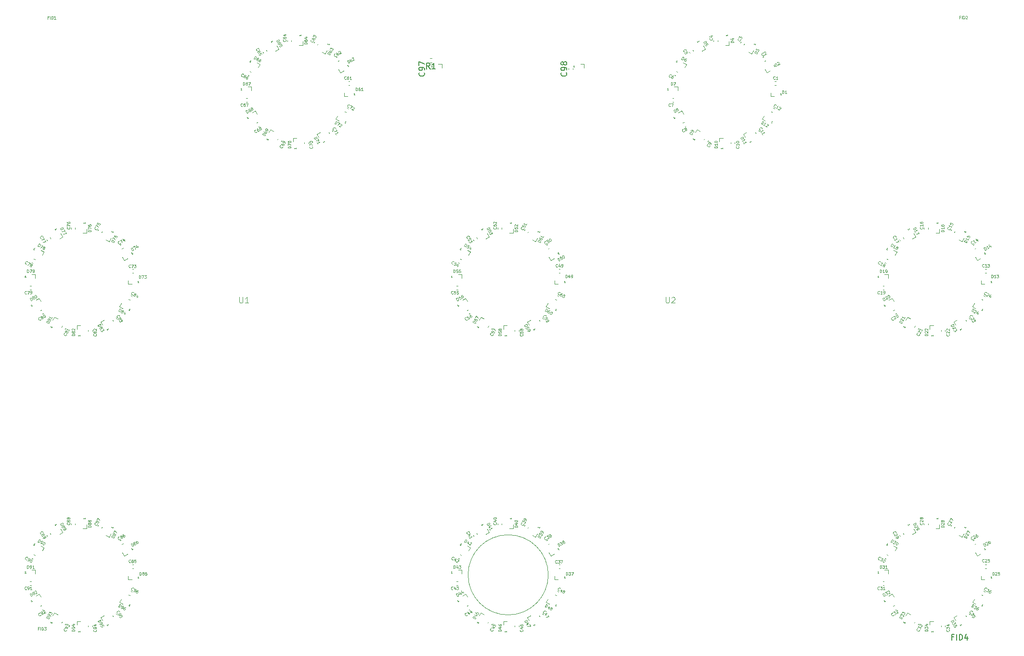
<source format=gbr>
%TF.GenerationSoftware,KiCad,Pcbnew,8.0.4+1*%
%TF.CreationDate,2024-10-06T15:34:17+00:00*%
%TF.ProjectId,pedalboard-display,70656461-6c62-46f6-9172-642d64697370,0.0.0-RC1*%
%TF.SameCoordinates,Original*%
%TF.FileFunction,Legend,Top*%
%TF.FilePolarity,Positive*%
%FSLAX46Y46*%
G04 Gerber Fmt 4.6, Leading zero omitted, Abs format (unit mm)*
G04 Created by KiCad (PCBNEW 8.0.4+1) date 2024-10-06 15:34:17*
%MOMM*%
%LPD*%
G01*
G04 APERTURE LIST*
%ADD10C,0.100000*%
%ADD11C,0.075000*%
%ADD12C,0.150000*%
%ADD13C,0.120000*%
G04 APERTURE END LIST*
D10*
X114050000Y-124000000D02*
G75*
G02*
X99950000Y-124000000I-7050000J0D01*
G01*
X99950000Y-124000000D02*
G75*
G02*
X114050000Y-124000000I7050000J0D01*
G01*
X186504286Y-25934204D02*
X186337619Y-25934204D01*
X186337619Y-26196109D02*
X186337619Y-25696109D01*
X186337619Y-25696109D02*
X186575714Y-25696109D01*
X186766190Y-26196109D02*
X186766190Y-25696109D01*
X187004285Y-26196109D02*
X187004285Y-25696109D01*
X187004285Y-25696109D02*
X187123333Y-25696109D01*
X187123333Y-25696109D02*
X187194761Y-25719919D01*
X187194761Y-25719919D02*
X187242380Y-25767538D01*
X187242380Y-25767538D02*
X187266190Y-25815157D01*
X187266190Y-25815157D02*
X187289999Y-25910395D01*
X187289999Y-25910395D02*
X187289999Y-25981823D01*
X187289999Y-25981823D02*
X187266190Y-26077061D01*
X187266190Y-26077061D02*
X187242380Y-26124680D01*
X187242380Y-26124680D02*
X187194761Y-26172300D01*
X187194761Y-26172300D02*
X187123333Y-26196109D01*
X187123333Y-26196109D02*
X187004285Y-26196109D01*
X187480476Y-25743728D02*
X187504285Y-25719919D01*
X187504285Y-25719919D02*
X187551904Y-25696109D01*
X187551904Y-25696109D02*
X187670952Y-25696109D01*
X187670952Y-25696109D02*
X187718571Y-25719919D01*
X187718571Y-25719919D02*
X187742380Y-25743728D01*
X187742380Y-25743728D02*
X187766190Y-25791347D01*
X187766190Y-25791347D02*
X187766190Y-25838966D01*
X187766190Y-25838966D02*
X187742380Y-25910395D01*
X187742380Y-25910395D02*
X187456666Y-26196109D01*
X187456666Y-26196109D02*
X187766190Y-26196109D01*
X62814708Y-31780880D02*
X62782184Y-31772165D01*
X62782184Y-31772165D02*
X62725850Y-31722211D01*
X62725850Y-31722211D02*
X62702040Y-31680971D01*
X62702040Y-31680971D02*
X62686946Y-31607208D01*
X62686946Y-31607208D02*
X62704375Y-31542159D01*
X62704375Y-31542159D02*
X62733710Y-31497730D01*
X62733710Y-31497730D02*
X62804284Y-31429491D01*
X62804284Y-31429491D02*
X62866143Y-31393777D01*
X62866143Y-31393777D02*
X62960526Y-31366777D01*
X62960526Y-31366777D02*
X63013670Y-31363587D01*
X63013670Y-31363587D02*
X63078719Y-31381017D01*
X63078719Y-31381017D02*
X63135053Y-31430971D01*
X63135053Y-31430971D02*
X63158863Y-31472211D01*
X63158863Y-31472211D02*
X63173957Y-31545974D01*
X63173957Y-31545974D02*
X63165242Y-31578499D01*
X63420767Y-31925843D02*
X63373148Y-31843365D01*
X63373148Y-31843365D02*
X63328719Y-31814030D01*
X63328719Y-31814030D02*
X63296195Y-31805315D01*
X63296195Y-31805315D02*
X63210526Y-31799790D01*
X63210526Y-31799790D02*
X63116143Y-31826789D01*
X63116143Y-31826789D02*
X62951186Y-31922028D01*
X62951186Y-31922028D02*
X62921851Y-31966457D01*
X62921851Y-31966457D02*
X62913136Y-31998981D01*
X62913136Y-31998981D02*
X62916326Y-32052125D01*
X62916326Y-32052125D02*
X62963945Y-32134604D01*
X62963945Y-32134604D02*
X63008374Y-32163938D01*
X63008374Y-32163938D02*
X63040899Y-32172653D01*
X63040899Y-32172653D02*
X63094043Y-32169463D01*
X63094043Y-32169463D02*
X63197141Y-32109940D01*
X63197141Y-32109940D02*
X63226476Y-32065510D01*
X63226476Y-32065510D02*
X63235190Y-32032986D01*
X63235190Y-32032986D02*
X63232001Y-31979842D01*
X63232001Y-31979842D02*
X63184381Y-31897363D01*
X63184381Y-31897363D02*
X63139952Y-31868029D01*
X63139952Y-31868029D02*
X63107428Y-31859314D01*
X63107428Y-31859314D02*
X63054284Y-31862504D01*
X63670767Y-32358855D02*
X63551719Y-32152659D01*
X63551719Y-32152659D02*
X63333618Y-32251087D01*
X63333618Y-32251087D02*
X63366143Y-32259802D01*
X63366143Y-32259802D02*
X63410572Y-32289136D01*
X63410572Y-32289136D02*
X63470096Y-32392235D01*
X63470096Y-32392235D02*
X63473285Y-32445379D01*
X63473285Y-32445379D02*
X63464571Y-32477903D01*
X63464571Y-32477903D02*
X63435236Y-32522332D01*
X63435236Y-32522332D02*
X63332138Y-32581856D01*
X63332138Y-32581856D02*
X63278994Y-32585046D01*
X63278994Y-32585046D02*
X63246469Y-32576331D01*
X63246469Y-32576331D02*
X63202040Y-32546996D01*
X63202040Y-32546996D02*
X63142516Y-32443898D01*
X63142516Y-32443898D02*
X63139326Y-32390754D01*
X63139326Y-32390754D02*
X63148041Y-32358230D01*
X115678571Y-69778490D02*
X115654762Y-69802300D01*
X115654762Y-69802300D02*
X115583333Y-69826109D01*
X115583333Y-69826109D02*
X115535714Y-69826109D01*
X115535714Y-69826109D02*
X115464286Y-69802300D01*
X115464286Y-69802300D02*
X115416667Y-69754680D01*
X115416667Y-69754680D02*
X115392857Y-69707061D01*
X115392857Y-69707061D02*
X115369048Y-69611823D01*
X115369048Y-69611823D02*
X115369048Y-69540395D01*
X115369048Y-69540395D02*
X115392857Y-69445157D01*
X115392857Y-69445157D02*
X115416667Y-69397538D01*
X115416667Y-69397538D02*
X115464286Y-69349919D01*
X115464286Y-69349919D02*
X115535714Y-69326109D01*
X115535714Y-69326109D02*
X115583333Y-69326109D01*
X115583333Y-69326109D02*
X115654762Y-69349919D01*
X115654762Y-69349919D02*
X115678571Y-69373728D01*
X116107143Y-69492776D02*
X116107143Y-69826109D01*
X115988095Y-69302300D02*
X115869048Y-69659442D01*
X115869048Y-69659442D02*
X116178571Y-69659442D01*
X116392857Y-69826109D02*
X116488095Y-69826109D01*
X116488095Y-69826109D02*
X116535714Y-69802300D01*
X116535714Y-69802300D02*
X116559523Y-69778490D01*
X116559523Y-69778490D02*
X116607142Y-69707061D01*
X116607142Y-69707061D02*
X116630952Y-69611823D01*
X116630952Y-69611823D02*
X116630952Y-69421347D01*
X116630952Y-69421347D02*
X116607142Y-69373728D01*
X116607142Y-69373728D02*
X116583333Y-69349919D01*
X116583333Y-69349919D02*
X116535714Y-69326109D01*
X116535714Y-69326109D02*
X116440476Y-69326109D01*
X116440476Y-69326109D02*
X116392857Y-69349919D01*
X116392857Y-69349919D02*
X116369047Y-69373728D01*
X116369047Y-69373728D02*
X116345238Y-69421347D01*
X116345238Y-69421347D02*
X116345238Y-69540395D01*
X116345238Y-69540395D02*
X116369047Y-69588014D01*
X116369047Y-69588014D02*
X116392857Y-69611823D01*
X116392857Y-69611823D02*
X116440476Y-69635633D01*
X116440476Y-69635633D02*
X116535714Y-69635633D01*
X116535714Y-69635633D02*
X116583333Y-69611823D01*
X116583333Y-69611823D02*
X116607142Y-69588014D01*
X116607142Y-69588014D02*
X116630952Y-69540395D01*
X184850612Y-132145712D02*
X185283624Y-131895712D01*
X185283624Y-131895712D02*
X185343148Y-131998810D01*
X185343148Y-131998810D02*
X185358243Y-132072574D01*
X185358243Y-132072574D02*
X185340813Y-132137622D01*
X185340813Y-132137622D02*
X185311479Y-132182052D01*
X185311479Y-132182052D02*
X185240905Y-132250290D01*
X185240905Y-132250290D02*
X185179046Y-132286005D01*
X185179046Y-132286005D02*
X185084662Y-132313004D01*
X185084662Y-132313004D02*
X185031518Y-132316194D01*
X185031518Y-132316194D02*
X184966469Y-132298764D01*
X184966469Y-132298764D02*
X184910136Y-132248810D01*
X184910136Y-132248810D02*
X184850612Y-132145712D01*
X185509815Y-132287485D02*
X185664577Y-132555540D01*
X185664577Y-132555540D02*
X185416286Y-132506441D01*
X185416286Y-132506441D02*
X185452001Y-132568300D01*
X185452001Y-132568300D02*
X185455190Y-132621444D01*
X185455190Y-132621444D02*
X185446476Y-132653968D01*
X185446476Y-132653968D02*
X185417141Y-132698398D01*
X185417141Y-132698398D02*
X185314043Y-132757921D01*
X185314043Y-132757921D02*
X185260899Y-132761111D01*
X185260899Y-132761111D02*
X185228374Y-132752396D01*
X185228374Y-132752396D02*
X185183945Y-132723062D01*
X185183945Y-132723062D02*
X185112516Y-132599344D01*
X185112516Y-132599344D02*
X185109327Y-132546200D01*
X185109327Y-132546200D02*
X185118041Y-132513675D01*
X185890767Y-132947313D02*
X185771719Y-132741117D01*
X185771719Y-132741117D02*
X185553618Y-132839545D01*
X185553618Y-132839545D02*
X185586143Y-132848260D01*
X185586143Y-132848260D02*
X185630572Y-132877594D01*
X185630572Y-132877594D02*
X185690096Y-132980693D01*
X185690096Y-132980693D02*
X185693285Y-133033837D01*
X185693285Y-133033837D02*
X185684571Y-133066361D01*
X185684571Y-133066361D02*
X185655236Y-133110790D01*
X185655236Y-133110790D02*
X185552138Y-133170314D01*
X185552138Y-133170314D02*
X185498994Y-133173504D01*
X185498994Y-133173504D02*
X185466469Y-133164789D01*
X185466469Y-133164789D02*
X185422040Y-133135454D01*
X185422040Y-133135454D02*
X185362516Y-133032356D01*
X185362516Y-133032356D02*
X185359326Y-132979212D01*
X185359326Y-132979212D02*
X185368041Y-132946688D01*
D11*
X186498831Y-132961975D02*
X186413117Y-132813514D01*
X186455974Y-132887744D02*
X186715782Y-132737744D01*
X186715782Y-132737744D02*
X186664381Y-132734429D01*
X186664381Y-132734429D02*
X186625351Y-132723972D01*
X186625351Y-132723972D02*
X186598694Y-132706371D01*
D10*
X34850612Y-80145712D02*
X35283624Y-79895712D01*
X35283624Y-79895712D02*
X35343148Y-79998810D01*
X35343148Y-79998810D02*
X35358243Y-80072574D01*
X35358243Y-80072574D02*
X35340813Y-80137622D01*
X35340813Y-80137622D02*
X35311479Y-80182052D01*
X35311479Y-80182052D02*
X35240905Y-80250290D01*
X35240905Y-80250290D02*
X35179046Y-80286005D01*
X35179046Y-80286005D02*
X35084662Y-80313004D01*
X35084662Y-80313004D02*
X35031518Y-80316194D01*
X35031518Y-80316194D02*
X34966469Y-80298764D01*
X34966469Y-80298764D02*
X34910136Y-80248810D01*
X34910136Y-80248810D02*
X34850612Y-80145712D01*
X35383762Y-80497726D02*
X35380572Y-80444582D01*
X35380572Y-80444582D02*
X35389287Y-80412058D01*
X35389287Y-80412058D02*
X35418621Y-80367628D01*
X35418621Y-80367628D02*
X35439241Y-80355724D01*
X35439241Y-80355724D02*
X35492385Y-80352534D01*
X35492385Y-80352534D02*
X35524910Y-80361249D01*
X35524910Y-80361249D02*
X35569339Y-80390583D01*
X35569339Y-80390583D02*
X35616958Y-80473062D01*
X35616958Y-80473062D02*
X35620148Y-80526206D01*
X35620148Y-80526206D02*
X35611433Y-80558730D01*
X35611433Y-80558730D02*
X35582098Y-80603159D01*
X35582098Y-80603159D02*
X35561479Y-80615064D01*
X35561479Y-80615064D02*
X35508334Y-80618254D01*
X35508334Y-80618254D02*
X35475810Y-80609539D01*
X35475810Y-80609539D02*
X35431381Y-80580205D01*
X35431381Y-80580205D02*
X35383762Y-80497726D01*
X35383762Y-80497726D02*
X35339333Y-80468392D01*
X35339333Y-80468392D02*
X35306808Y-80459677D01*
X35306808Y-80459677D02*
X35253664Y-80462866D01*
X35253664Y-80462866D02*
X35171186Y-80510486D01*
X35171186Y-80510486D02*
X35141851Y-80554915D01*
X35141851Y-80554915D02*
X35133136Y-80587439D01*
X35133136Y-80587439D02*
X35136326Y-80640583D01*
X35136326Y-80640583D02*
X35183945Y-80723062D01*
X35183945Y-80723062D02*
X35228374Y-80752396D01*
X35228374Y-80752396D02*
X35260899Y-80761111D01*
X35260899Y-80761111D02*
X35314043Y-80757921D01*
X35314043Y-80757921D02*
X35396521Y-80710302D01*
X35396521Y-80710302D02*
X35425856Y-80665873D01*
X35425856Y-80665873D02*
X35434571Y-80633349D01*
X35434571Y-80633349D02*
X35431381Y-80580205D01*
X35747910Y-80699878D02*
X35902672Y-80967933D01*
X35902672Y-80967933D02*
X35654381Y-80918834D01*
X35654381Y-80918834D02*
X35690096Y-80980693D01*
X35690096Y-80980693D02*
X35693285Y-81033837D01*
X35693285Y-81033837D02*
X35684571Y-81066361D01*
X35684571Y-81066361D02*
X35655236Y-81110790D01*
X35655236Y-81110790D02*
X35552138Y-81170314D01*
X35552138Y-81170314D02*
X35498994Y-81173504D01*
X35498994Y-81173504D02*
X35466469Y-81164789D01*
X35466469Y-81164789D02*
X35422040Y-81135454D01*
X35422040Y-81135454D02*
X35350611Y-81011737D01*
X35350611Y-81011737D02*
X35347422Y-80958592D01*
X35347422Y-80958592D02*
X35356136Y-80926068D01*
D11*
X36498831Y-80961975D02*
X36413117Y-80813514D01*
X36455974Y-80887744D02*
X36715782Y-80737744D01*
X36715782Y-80737744D02*
X36664381Y-80734429D01*
X36664381Y-80734429D02*
X36625351Y-80723972D01*
X36625351Y-80723972D02*
X36598694Y-80706371D01*
D10*
X180786109Y-133907142D02*
X180286109Y-133907142D01*
X180286109Y-133907142D02*
X180286109Y-133788094D01*
X180286109Y-133788094D02*
X180309919Y-133716666D01*
X180309919Y-133716666D02*
X180357538Y-133669047D01*
X180357538Y-133669047D02*
X180405157Y-133645237D01*
X180405157Y-133645237D02*
X180500395Y-133621428D01*
X180500395Y-133621428D02*
X180571823Y-133621428D01*
X180571823Y-133621428D02*
X180667061Y-133645237D01*
X180667061Y-133645237D02*
X180714680Y-133669047D01*
X180714680Y-133669047D02*
X180762300Y-133716666D01*
X180762300Y-133716666D02*
X180786109Y-133788094D01*
X180786109Y-133788094D02*
X180786109Y-133907142D01*
X180286109Y-133454761D02*
X180286109Y-133145237D01*
X180286109Y-133145237D02*
X180476585Y-133311904D01*
X180476585Y-133311904D02*
X180476585Y-133240475D01*
X180476585Y-133240475D02*
X180500395Y-133192856D01*
X180500395Y-133192856D02*
X180524204Y-133169047D01*
X180524204Y-133169047D02*
X180571823Y-133145237D01*
X180571823Y-133145237D02*
X180690871Y-133145237D01*
X180690871Y-133145237D02*
X180738490Y-133169047D01*
X180738490Y-133169047D02*
X180762300Y-133192856D01*
X180762300Y-133192856D02*
X180786109Y-133240475D01*
X180786109Y-133240475D02*
X180786109Y-133383332D01*
X180786109Y-133383332D02*
X180762300Y-133430951D01*
X180762300Y-133430951D02*
X180738490Y-133454761D01*
X180452776Y-132716666D02*
X180786109Y-132716666D01*
X180262300Y-132835714D02*
X180619442Y-132954761D01*
X180619442Y-132954761D02*
X180619442Y-132645238D01*
D11*
X181684885Y-133839285D02*
X181684885Y-134010714D01*
X181684885Y-133924999D02*
X181384885Y-133924999D01*
X181384885Y-133924999D02*
X181427742Y-133953571D01*
X181427742Y-133953571D02*
X181456314Y-133982142D01*
X181456314Y-133982142D02*
X181470600Y-134010714D01*
D10*
X147850612Y-47145712D02*
X148283624Y-46895712D01*
X148283624Y-46895712D02*
X148343148Y-46998810D01*
X148343148Y-46998810D02*
X148358243Y-47072574D01*
X148358243Y-47072574D02*
X148340813Y-47137622D01*
X148340813Y-47137622D02*
X148311479Y-47182052D01*
X148311479Y-47182052D02*
X148240905Y-47250290D01*
X148240905Y-47250290D02*
X148179046Y-47286005D01*
X148179046Y-47286005D02*
X148084662Y-47313004D01*
X148084662Y-47313004D02*
X148031518Y-47316194D01*
X148031518Y-47316194D02*
X147966469Y-47298764D01*
X147966469Y-47298764D02*
X147910136Y-47248810D01*
X147910136Y-47248810D02*
X147850612Y-47145712D01*
X148231564Y-47805540D02*
X148088707Y-47558105D01*
X148160136Y-47681823D02*
X148593148Y-47431823D01*
X148593148Y-47431823D02*
X148507480Y-47426297D01*
X148507480Y-47426297D02*
X148442431Y-47408868D01*
X148442431Y-47408868D02*
X148398002Y-47379533D01*
X148469659Y-48217933D02*
X148326802Y-47970497D01*
X148398231Y-48094215D02*
X148831243Y-47844215D01*
X148831243Y-47844215D02*
X148745575Y-47838690D01*
X148745575Y-47838690D02*
X148680526Y-47821260D01*
X148680526Y-47821260D02*
X148636097Y-47791926D01*
D11*
X149498831Y-47961975D02*
X149413117Y-47813514D01*
X149455974Y-47887744D02*
X149715782Y-47737744D01*
X149715782Y-47737744D02*
X149664381Y-47734429D01*
X149664381Y-47734429D02*
X149625351Y-47723972D01*
X149625351Y-47723972D02*
X149598694Y-47706371D01*
D10*
X117092857Y-71726109D02*
X117092857Y-71226109D01*
X117092857Y-71226109D02*
X117211905Y-71226109D01*
X117211905Y-71226109D02*
X117283333Y-71249919D01*
X117283333Y-71249919D02*
X117330952Y-71297538D01*
X117330952Y-71297538D02*
X117354762Y-71345157D01*
X117354762Y-71345157D02*
X117378571Y-71440395D01*
X117378571Y-71440395D02*
X117378571Y-71511823D01*
X117378571Y-71511823D02*
X117354762Y-71607061D01*
X117354762Y-71607061D02*
X117330952Y-71654680D01*
X117330952Y-71654680D02*
X117283333Y-71702300D01*
X117283333Y-71702300D02*
X117211905Y-71726109D01*
X117211905Y-71726109D02*
X117092857Y-71726109D01*
X117807143Y-71392776D02*
X117807143Y-71726109D01*
X117688095Y-71202300D02*
X117569048Y-71559442D01*
X117569048Y-71559442D02*
X117878571Y-71559442D01*
X118092857Y-71726109D02*
X118188095Y-71726109D01*
X118188095Y-71726109D02*
X118235714Y-71702300D01*
X118235714Y-71702300D02*
X118259523Y-71678490D01*
X118259523Y-71678490D02*
X118307142Y-71607061D01*
X118307142Y-71607061D02*
X118330952Y-71511823D01*
X118330952Y-71511823D02*
X118330952Y-71321347D01*
X118330952Y-71321347D02*
X118307142Y-71273728D01*
X118307142Y-71273728D02*
X118283333Y-71249919D01*
X118283333Y-71249919D02*
X118235714Y-71226109D01*
X118235714Y-71226109D02*
X118140476Y-71226109D01*
X118140476Y-71226109D02*
X118092857Y-71249919D01*
X118092857Y-71249919D02*
X118069047Y-71273728D01*
X118069047Y-71273728D02*
X118045238Y-71321347D01*
X118045238Y-71321347D02*
X118045238Y-71440395D01*
X118045238Y-71440395D02*
X118069047Y-71488014D01*
X118069047Y-71488014D02*
X118092857Y-71511823D01*
X118092857Y-71511823D02*
X118140476Y-71535633D01*
X118140476Y-71535633D02*
X118235714Y-71535633D01*
X118235714Y-71535633D02*
X118283333Y-71511823D01*
X118283333Y-71511823D02*
X118307142Y-71488014D01*
X118307142Y-71488014D02*
X118330952Y-71440395D01*
D11*
X117010714Y-72584885D02*
X116839285Y-72584885D01*
X116925000Y-72584885D02*
X116925000Y-72284885D01*
X116925000Y-72284885D02*
X116896428Y-72327742D01*
X116896428Y-72327742D02*
X116867857Y-72356314D01*
X116867857Y-72356314D02*
X116839285Y-72370600D01*
D10*
X142858490Y-29603333D02*
X142882300Y-29627142D01*
X142882300Y-29627142D02*
X142906109Y-29698571D01*
X142906109Y-29698571D02*
X142906109Y-29746190D01*
X142906109Y-29746190D02*
X142882300Y-29817618D01*
X142882300Y-29817618D02*
X142834680Y-29865237D01*
X142834680Y-29865237D02*
X142787061Y-29889047D01*
X142787061Y-29889047D02*
X142691823Y-29912856D01*
X142691823Y-29912856D02*
X142620395Y-29912856D01*
X142620395Y-29912856D02*
X142525157Y-29889047D01*
X142525157Y-29889047D02*
X142477538Y-29865237D01*
X142477538Y-29865237D02*
X142429919Y-29817618D01*
X142429919Y-29817618D02*
X142406109Y-29746190D01*
X142406109Y-29746190D02*
X142406109Y-29698571D01*
X142406109Y-29698571D02*
X142429919Y-29627142D01*
X142429919Y-29627142D02*
X142453728Y-29603333D01*
X142572776Y-29174761D02*
X142906109Y-29174761D01*
X142382300Y-29293809D02*
X142739442Y-29412856D01*
X142739442Y-29412856D02*
X142739442Y-29103333D01*
X24790879Y-79055291D02*
X24782164Y-79087815D01*
X24782164Y-79087815D02*
X24732210Y-79144149D01*
X24732210Y-79144149D02*
X24690970Y-79167959D01*
X24690970Y-79167959D02*
X24617207Y-79183053D01*
X24617207Y-79183053D02*
X24552158Y-79165624D01*
X24552158Y-79165624D02*
X24507729Y-79136289D01*
X24507729Y-79136289D02*
X24439490Y-79065715D01*
X24439490Y-79065715D02*
X24403776Y-79003856D01*
X24403776Y-79003856D02*
X24376776Y-78909473D01*
X24376776Y-78909473D02*
X24373586Y-78856329D01*
X24373586Y-78856329D02*
X24391016Y-78791280D01*
X24391016Y-78791280D02*
X24440970Y-78734946D01*
X24440970Y-78734946D02*
X24482210Y-78711136D01*
X24482210Y-78711136D02*
X24555973Y-78696042D01*
X24555973Y-78696042D02*
X24588498Y-78704757D01*
X24919267Y-78706237D02*
X24866123Y-78709427D01*
X24866123Y-78709427D02*
X24833599Y-78700712D01*
X24833599Y-78700712D02*
X24789169Y-78671378D01*
X24789169Y-78671378D02*
X24777265Y-78650758D01*
X24777265Y-78650758D02*
X24774075Y-78597614D01*
X24774075Y-78597614D02*
X24782790Y-78565089D01*
X24782790Y-78565089D02*
X24812124Y-78520660D01*
X24812124Y-78520660D02*
X24894603Y-78473041D01*
X24894603Y-78473041D02*
X24947747Y-78469851D01*
X24947747Y-78469851D02*
X24980271Y-78478566D01*
X24980271Y-78478566D02*
X25024700Y-78507901D01*
X25024700Y-78507901D02*
X25036605Y-78528520D01*
X25036605Y-78528520D02*
X25039795Y-78581665D01*
X25039795Y-78581665D02*
X25031080Y-78614189D01*
X25031080Y-78614189D02*
X25001746Y-78658618D01*
X25001746Y-78658618D02*
X24919267Y-78706237D01*
X24919267Y-78706237D02*
X24889933Y-78750666D01*
X24889933Y-78750666D02*
X24881218Y-78783191D01*
X24881218Y-78783191D02*
X24884407Y-78836335D01*
X24884407Y-78836335D02*
X24932027Y-78918813D01*
X24932027Y-78918813D02*
X24976456Y-78948148D01*
X24976456Y-78948148D02*
X25008980Y-78956863D01*
X25008980Y-78956863D02*
X25062124Y-78953673D01*
X25062124Y-78953673D02*
X25144603Y-78906054D01*
X25144603Y-78906054D02*
X25173937Y-78861625D01*
X25173937Y-78861625D02*
X25182652Y-78829100D01*
X25182652Y-78829100D02*
X25179462Y-78775956D01*
X25179462Y-78775956D02*
X25131843Y-78693478D01*
X25131843Y-78693478D02*
X25087414Y-78664143D01*
X25087414Y-78664143D02*
X25054890Y-78655428D01*
X25054890Y-78655428D02*
X25001746Y-78658618D01*
X25245136Y-78270661D02*
X25286376Y-78246851D01*
X25286376Y-78246851D02*
X25339520Y-78243661D01*
X25339520Y-78243661D02*
X25372044Y-78252376D01*
X25372044Y-78252376D02*
X25416473Y-78281711D01*
X25416473Y-78281711D02*
X25484712Y-78352284D01*
X25484712Y-78352284D02*
X25544236Y-78455383D01*
X25544236Y-78455383D02*
X25571235Y-78549766D01*
X25571235Y-78549766D02*
X25574425Y-78602910D01*
X25574425Y-78602910D02*
X25565710Y-78635435D01*
X25565710Y-78635435D02*
X25536376Y-78679864D01*
X25536376Y-78679864D02*
X25495136Y-78703673D01*
X25495136Y-78703673D02*
X25441992Y-78706863D01*
X25441992Y-78706863D02*
X25409468Y-78698148D01*
X25409468Y-78698148D02*
X25365039Y-78668814D01*
X25365039Y-78668814D02*
X25296800Y-78598240D01*
X25296800Y-78598240D02*
X25237276Y-78495142D01*
X25237276Y-78495142D02*
X25210277Y-78400758D01*
X25210277Y-78400758D02*
X25207087Y-78347614D01*
X25207087Y-78347614D02*
X25215802Y-78315090D01*
X25215802Y-78315090D02*
X25245136Y-78270661D01*
X109850612Y-80145712D02*
X110283624Y-79895712D01*
X110283624Y-79895712D02*
X110343148Y-79998810D01*
X110343148Y-79998810D02*
X110358243Y-80072574D01*
X110358243Y-80072574D02*
X110340813Y-80137622D01*
X110340813Y-80137622D02*
X110311479Y-80182052D01*
X110311479Y-80182052D02*
X110240905Y-80250290D01*
X110240905Y-80250290D02*
X110179046Y-80286005D01*
X110179046Y-80286005D02*
X110084662Y-80313004D01*
X110084662Y-80313004D02*
X110031518Y-80316194D01*
X110031518Y-80316194D02*
X109966469Y-80298764D01*
X109966469Y-80298764D02*
X109910136Y-80248810D01*
X109910136Y-80248810D02*
X109850612Y-80145712D01*
X110652672Y-80534921D02*
X110533624Y-80328724D01*
X110533624Y-80328724D02*
X110315523Y-80427152D01*
X110315523Y-80427152D02*
X110348048Y-80435867D01*
X110348048Y-80435867D02*
X110392477Y-80465202D01*
X110392477Y-80465202D02*
X110452001Y-80568300D01*
X110452001Y-80568300D02*
X110455190Y-80621444D01*
X110455190Y-80621444D02*
X110446476Y-80653968D01*
X110446476Y-80653968D02*
X110417141Y-80698398D01*
X110417141Y-80698398D02*
X110314043Y-80757921D01*
X110314043Y-80757921D02*
X110260899Y-80761111D01*
X110260899Y-80761111D02*
X110228374Y-80752396D01*
X110228374Y-80752396D02*
X110183945Y-80723062D01*
X110183945Y-80723062D02*
X110124421Y-80619964D01*
X110124421Y-80619964D02*
X110121231Y-80566819D01*
X110121231Y-80566819D02*
X110129946Y-80534295D01*
X110350611Y-81011737D02*
X110398231Y-81094215D01*
X110398231Y-81094215D02*
X110442660Y-81123550D01*
X110442660Y-81123550D02*
X110475184Y-81132265D01*
X110475184Y-81132265D02*
X110560853Y-81137790D01*
X110560853Y-81137790D02*
X110655236Y-81110790D01*
X110655236Y-81110790D02*
X110820193Y-81015552D01*
X110820193Y-81015552D02*
X110849528Y-80971123D01*
X110849528Y-80971123D02*
X110858243Y-80938599D01*
X110858243Y-80938599D02*
X110855053Y-80885454D01*
X110855053Y-80885454D02*
X110807434Y-80802976D01*
X110807434Y-80802976D02*
X110763005Y-80773641D01*
X110763005Y-80773641D02*
X110730480Y-80764926D01*
X110730480Y-80764926D02*
X110677336Y-80768116D01*
X110677336Y-80768116D02*
X110574238Y-80827640D01*
X110574238Y-80827640D02*
X110544903Y-80872069D01*
X110544903Y-80872069D02*
X110536188Y-80904594D01*
X110536188Y-80904594D02*
X110539378Y-80957738D01*
X110539378Y-80957738D02*
X110586997Y-81040216D01*
X110586997Y-81040216D02*
X110631426Y-81069551D01*
X110631426Y-81069551D02*
X110663951Y-81078266D01*
X110663951Y-81078266D02*
X110717095Y-81075076D01*
D11*
X111498831Y-80961975D02*
X111413117Y-80813514D01*
X111455974Y-80887744D02*
X111715782Y-80737744D01*
X111715782Y-80737744D02*
X111664381Y-80734429D01*
X111664381Y-80734429D02*
X111625351Y-80723972D01*
X111625351Y-80723972D02*
X111598694Y-80706371D01*
D10*
X174790879Y-131055291D02*
X174782164Y-131087815D01*
X174782164Y-131087815D02*
X174732210Y-131144149D01*
X174732210Y-131144149D02*
X174690970Y-131167959D01*
X174690970Y-131167959D02*
X174617207Y-131183053D01*
X174617207Y-131183053D02*
X174552158Y-131165624D01*
X174552158Y-131165624D02*
X174507729Y-131136289D01*
X174507729Y-131136289D02*
X174439490Y-131065715D01*
X174439490Y-131065715D02*
X174403776Y-131003856D01*
X174403776Y-131003856D02*
X174376776Y-130909473D01*
X174376776Y-130909473D02*
X174373586Y-130856329D01*
X174373586Y-130856329D02*
X174391016Y-130791280D01*
X174391016Y-130791280D02*
X174440970Y-130734946D01*
X174440970Y-130734946D02*
X174482210Y-130711136D01*
X174482210Y-130711136D02*
X174555973Y-130696042D01*
X174555973Y-130696042D02*
X174588498Y-130704757D01*
X174709026Y-130580184D02*
X174977081Y-130425422D01*
X174977081Y-130425422D02*
X174927982Y-130673713D01*
X174927982Y-130673713D02*
X174989841Y-130637998D01*
X174989841Y-130637998D02*
X175042985Y-130634809D01*
X175042985Y-130634809D02*
X175075509Y-130643523D01*
X175075509Y-130643523D02*
X175119939Y-130672858D01*
X175119939Y-130672858D02*
X175179462Y-130775956D01*
X175179462Y-130775956D02*
X175182652Y-130829100D01*
X175182652Y-130829100D02*
X175173937Y-130861625D01*
X175173937Y-130861625D02*
X175144603Y-130906054D01*
X175144603Y-130906054D02*
X175020885Y-130977483D01*
X175020885Y-130977483D02*
X174967741Y-130980672D01*
X174967741Y-130980672D02*
X174935216Y-130971958D01*
X175165848Y-130371424D02*
X175174563Y-130338899D01*
X175174563Y-130338899D02*
X175203897Y-130294470D01*
X175203897Y-130294470D02*
X175306995Y-130234946D01*
X175306995Y-130234946D02*
X175360140Y-130231756D01*
X175360140Y-130231756D02*
X175392664Y-130240471D01*
X175392664Y-130240471D02*
X175437093Y-130269806D01*
X175437093Y-130269806D02*
X175460903Y-130311045D01*
X175460903Y-130311045D02*
X175475997Y-130384809D01*
X175475997Y-130384809D02*
X175371419Y-130775102D01*
X175371419Y-130775102D02*
X175639474Y-130620340D01*
X42092857Y-71826109D02*
X42092857Y-71326109D01*
X42092857Y-71326109D02*
X42211905Y-71326109D01*
X42211905Y-71326109D02*
X42283333Y-71349919D01*
X42283333Y-71349919D02*
X42330952Y-71397538D01*
X42330952Y-71397538D02*
X42354762Y-71445157D01*
X42354762Y-71445157D02*
X42378571Y-71540395D01*
X42378571Y-71540395D02*
X42378571Y-71611823D01*
X42378571Y-71611823D02*
X42354762Y-71707061D01*
X42354762Y-71707061D02*
X42330952Y-71754680D01*
X42330952Y-71754680D02*
X42283333Y-71802300D01*
X42283333Y-71802300D02*
X42211905Y-71826109D01*
X42211905Y-71826109D02*
X42092857Y-71826109D01*
X42545238Y-71326109D02*
X42878571Y-71326109D01*
X42878571Y-71326109D02*
X42664286Y-71826109D01*
X43021428Y-71326109D02*
X43330952Y-71326109D01*
X43330952Y-71326109D02*
X43164285Y-71516585D01*
X43164285Y-71516585D02*
X43235714Y-71516585D01*
X43235714Y-71516585D02*
X43283333Y-71540395D01*
X43283333Y-71540395D02*
X43307142Y-71564204D01*
X43307142Y-71564204D02*
X43330952Y-71611823D01*
X43330952Y-71611823D02*
X43330952Y-71730871D01*
X43330952Y-71730871D02*
X43307142Y-71778490D01*
X43307142Y-71778490D02*
X43283333Y-71802300D01*
X43283333Y-71802300D02*
X43235714Y-71826109D01*
X43235714Y-71826109D02*
X43092857Y-71826109D01*
X43092857Y-71826109D02*
X43045238Y-71802300D01*
X43045238Y-71802300D02*
X43021428Y-71778490D01*
D11*
X42010714Y-72584885D02*
X41839285Y-72584885D01*
X41925000Y-72584885D02*
X41925000Y-72284885D01*
X41925000Y-72284885D02*
X41896428Y-72327742D01*
X41896428Y-72327742D02*
X41867857Y-72356314D01*
X41867857Y-72356314D02*
X41839285Y-72370600D01*
D10*
X137933756Y-31987076D02*
X137901231Y-31978361D01*
X137901231Y-31978361D02*
X137844897Y-31928407D01*
X137844897Y-31928407D02*
X137821088Y-31887168D01*
X137821088Y-31887168D02*
X137805993Y-31813404D01*
X137805993Y-31813404D02*
X137823423Y-31748355D01*
X137823423Y-31748355D02*
X137852757Y-31703926D01*
X137852757Y-31703926D02*
X137923331Y-31635687D01*
X137923331Y-31635687D02*
X137985190Y-31599973D01*
X137985190Y-31599973D02*
X138079574Y-31572974D01*
X138079574Y-31572974D02*
X138132718Y-31569784D01*
X138132718Y-31569784D02*
X138197767Y-31587214D01*
X138197767Y-31587214D02*
X138254100Y-31637168D01*
X138254100Y-31637168D02*
X138277910Y-31678407D01*
X138277910Y-31678407D02*
X138293005Y-31752171D01*
X138293005Y-31752171D02*
X138284290Y-31784695D01*
X138551720Y-32152659D02*
X138432672Y-31946463D01*
X138432672Y-31946463D02*
X138214571Y-32044891D01*
X138214571Y-32044891D02*
X138247095Y-32053605D01*
X138247095Y-32053605D02*
X138291524Y-32082940D01*
X138291524Y-32082940D02*
X138351048Y-32186038D01*
X138351048Y-32186038D02*
X138354238Y-32239182D01*
X138354238Y-32239182D02*
X138345523Y-32271707D01*
X138345523Y-32271707D02*
X138316188Y-32316136D01*
X138316188Y-32316136D02*
X138213090Y-32375660D01*
X138213090Y-32375660D02*
X138159946Y-32378850D01*
X138159946Y-32378850D02*
X138127422Y-32370135D01*
X138127422Y-32370135D02*
X138082993Y-32340800D01*
X138082993Y-32340800D02*
X138023469Y-32237702D01*
X138023469Y-32237702D02*
X138020279Y-32184558D01*
X138020279Y-32184558D02*
X138028994Y-32152033D01*
X190678571Y-69778490D02*
X190654762Y-69802300D01*
X190654762Y-69802300D02*
X190583333Y-69826109D01*
X190583333Y-69826109D02*
X190535714Y-69826109D01*
X190535714Y-69826109D02*
X190464286Y-69802300D01*
X190464286Y-69802300D02*
X190416667Y-69754680D01*
X190416667Y-69754680D02*
X190392857Y-69707061D01*
X190392857Y-69707061D02*
X190369048Y-69611823D01*
X190369048Y-69611823D02*
X190369048Y-69540395D01*
X190369048Y-69540395D02*
X190392857Y-69445157D01*
X190392857Y-69445157D02*
X190416667Y-69397538D01*
X190416667Y-69397538D02*
X190464286Y-69349919D01*
X190464286Y-69349919D02*
X190535714Y-69326109D01*
X190535714Y-69326109D02*
X190583333Y-69326109D01*
X190583333Y-69326109D02*
X190654762Y-69349919D01*
X190654762Y-69349919D02*
X190678571Y-69373728D01*
X191154762Y-69826109D02*
X190869048Y-69826109D01*
X191011905Y-69826109D02*
X191011905Y-69326109D01*
X191011905Y-69326109D02*
X190964286Y-69397538D01*
X190964286Y-69397538D02*
X190916667Y-69445157D01*
X190916667Y-69445157D02*
X190869048Y-69468966D01*
X191321428Y-69326109D02*
X191630952Y-69326109D01*
X191630952Y-69326109D02*
X191464285Y-69516585D01*
X191464285Y-69516585D02*
X191535714Y-69516585D01*
X191535714Y-69516585D02*
X191583333Y-69540395D01*
X191583333Y-69540395D02*
X191607142Y-69564204D01*
X191607142Y-69564204D02*
X191630952Y-69611823D01*
X191630952Y-69611823D02*
X191630952Y-69730871D01*
X191630952Y-69730871D02*
X191607142Y-69778490D01*
X191607142Y-69778490D02*
X191583333Y-69802300D01*
X191583333Y-69802300D02*
X191535714Y-69826109D01*
X191535714Y-69826109D02*
X191392857Y-69826109D01*
X191392857Y-69826109D02*
X191345238Y-69802300D01*
X191345238Y-69802300D02*
X191321428Y-69778490D01*
X113455373Y-129604681D02*
X113705373Y-129171668D01*
X113705373Y-129171668D02*
X113808471Y-129231192D01*
X113808471Y-129231192D02*
X113858425Y-129287526D01*
X113858425Y-129287526D02*
X113875855Y-129352575D01*
X113875855Y-129352575D02*
X113872665Y-129405719D01*
X113872665Y-129405719D02*
X113845666Y-129500102D01*
X113845666Y-129500102D02*
X113809952Y-129561961D01*
X113809952Y-129561961D02*
X113741713Y-129632535D01*
X113741713Y-129632535D02*
X113697284Y-129661870D01*
X113697284Y-129661870D02*
X113632235Y-129679299D01*
X113632235Y-129679299D02*
X113558471Y-129664205D01*
X113558471Y-129664205D02*
X113455373Y-129604681D01*
X114240629Y-129673149D02*
X114073963Y-129961824D01*
X114232769Y-129448668D02*
X113951099Y-129698439D01*
X113951099Y-129698439D02*
X114219155Y-129853200D01*
X114505494Y-129881054D02*
X114476160Y-129836625D01*
X114476160Y-129836625D02*
X114467445Y-129804101D01*
X114467445Y-129804101D02*
X114470635Y-129750957D01*
X114470635Y-129750957D02*
X114482540Y-129730337D01*
X114482540Y-129730337D02*
X114526969Y-129701003D01*
X114526969Y-129701003D02*
X114559493Y-129692288D01*
X114559493Y-129692288D02*
X114612637Y-129695477D01*
X114612637Y-129695477D02*
X114695116Y-129743097D01*
X114695116Y-129743097D02*
X114724450Y-129787526D01*
X114724450Y-129787526D02*
X114733165Y-129820050D01*
X114733165Y-129820050D02*
X114729975Y-129873194D01*
X114729975Y-129873194D02*
X114718071Y-129893814D01*
X114718071Y-129893814D02*
X114673642Y-129923148D01*
X114673642Y-129923148D02*
X114641117Y-129931863D01*
X114641117Y-129931863D02*
X114587973Y-129928673D01*
X114587973Y-129928673D02*
X114505494Y-129881054D01*
X114505494Y-129881054D02*
X114452350Y-129877864D01*
X114452350Y-129877864D02*
X114419826Y-129886579D01*
X114419826Y-129886579D02*
X114375397Y-129915914D01*
X114375397Y-129915914D02*
X114327778Y-129998393D01*
X114327778Y-129998393D02*
X114324588Y-130051537D01*
X114324588Y-130051537D02*
X114333303Y-130084061D01*
X114333303Y-130084061D02*
X114362637Y-130128490D01*
X114362637Y-130128490D02*
X114445116Y-130176109D01*
X114445116Y-130176109D02*
X114498260Y-130179299D01*
X114498260Y-130179299D02*
X114530784Y-130170584D01*
X114530784Y-130170584D02*
X114575214Y-130141250D01*
X114575214Y-130141250D02*
X114622833Y-130058771D01*
X114622833Y-130058771D02*
X114626022Y-130005627D01*
X114626022Y-130005627D02*
X114617308Y-129973103D01*
X114617308Y-129973103D02*
X114587973Y-129928673D01*
D11*
X115377090Y-129511882D02*
X115228628Y-129426168D01*
X115302859Y-129469025D02*
X115452859Y-129209217D01*
X115452859Y-129209217D02*
X115406687Y-129232047D01*
X115406687Y-129232047D02*
X115367657Y-129242505D01*
X115367657Y-129242505D02*
X115335771Y-129240591D01*
D10*
X40887254Y-118999387D02*
X40637254Y-118566375D01*
X40637254Y-118566375D02*
X40740352Y-118506851D01*
X40740352Y-118506851D02*
X40814116Y-118491756D01*
X40814116Y-118491756D02*
X40879164Y-118509186D01*
X40879164Y-118509186D02*
X40923594Y-118538520D01*
X40923594Y-118538520D02*
X40991832Y-118609094D01*
X40991832Y-118609094D02*
X41027547Y-118670953D01*
X41027547Y-118670953D02*
X41054546Y-118765337D01*
X41054546Y-118765337D02*
X41057736Y-118818481D01*
X41057736Y-118818481D02*
X41040306Y-118883530D01*
X41040306Y-118883530D02*
X40990352Y-118939863D01*
X40990352Y-118939863D02*
X40887254Y-118999387D01*
X41239268Y-118466237D02*
X41186124Y-118469427D01*
X41186124Y-118469427D02*
X41153600Y-118460712D01*
X41153600Y-118460712D02*
X41109170Y-118431378D01*
X41109170Y-118431378D02*
X41097266Y-118410758D01*
X41097266Y-118410758D02*
X41094076Y-118357614D01*
X41094076Y-118357614D02*
X41102791Y-118325089D01*
X41102791Y-118325089D02*
X41132125Y-118280660D01*
X41132125Y-118280660D02*
X41214604Y-118233041D01*
X41214604Y-118233041D02*
X41267748Y-118229851D01*
X41267748Y-118229851D02*
X41300272Y-118238566D01*
X41300272Y-118238566D02*
X41344701Y-118267901D01*
X41344701Y-118267901D02*
X41356606Y-118288520D01*
X41356606Y-118288520D02*
X41359796Y-118341665D01*
X41359796Y-118341665D02*
X41351081Y-118374189D01*
X41351081Y-118374189D02*
X41321747Y-118418618D01*
X41321747Y-118418618D02*
X41239268Y-118466237D01*
X41239268Y-118466237D02*
X41209934Y-118510666D01*
X41209934Y-118510666D02*
X41201219Y-118543191D01*
X41201219Y-118543191D02*
X41204408Y-118596335D01*
X41204408Y-118596335D02*
X41252028Y-118678813D01*
X41252028Y-118678813D02*
X41296457Y-118708148D01*
X41296457Y-118708148D02*
X41328981Y-118716863D01*
X41328981Y-118716863D02*
X41382125Y-118713673D01*
X41382125Y-118713673D02*
X41464604Y-118666054D01*
X41464604Y-118666054D02*
X41493938Y-118621625D01*
X41493938Y-118621625D02*
X41502653Y-118589100D01*
X41502653Y-118589100D02*
X41499463Y-118535956D01*
X41499463Y-118535956D02*
X41451844Y-118453478D01*
X41451844Y-118453478D02*
X41407415Y-118424143D01*
X41407415Y-118424143D02*
X41374891Y-118415428D01*
X41374891Y-118415428D02*
X41321747Y-118418618D01*
X41668236Y-117971137D02*
X41585757Y-118018756D01*
X41585757Y-118018756D02*
X41556423Y-118063185D01*
X41556423Y-118063185D02*
X41547708Y-118095709D01*
X41547708Y-118095709D02*
X41542183Y-118181378D01*
X41542183Y-118181378D02*
X41569182Y-118275761D01*
X41569182Y-118275761D02*
X41664420Y-118440718D01*
X41664420Y-118440718D02*
X41708849Y-118470053D01*
X41708849Y-118470053D02*
X41741374Y-118478768D01*
X41741374Y-118478768D02*
X41794518Y-118475578D01*
X41794518Y-118475578D02*
X41876996Y-118427959D01*
X41876996Y-118427959D02*
X41906331Y-118383530D01*
X41906331Y-118383530D02*
X41915046Y-118351005D01*
X41915046Y-118351005D02*
X41911856Y-118297861D01*
X41911856Y-118297861D02*
X41852332Y-118194763D01*
X41852332Y-118194763D02*
X41807903Y-118165428D01*
X41807903Y-118165428D02*
X41775379Y-118156714D01*
X41775379Y-118156714D02*
X41722235Y-118159903D01*
X41722235Y-118159903D02*
X41639756Y-118207523D01*
X41639756Y-118207523D02*
X41610421Y-118251952D01*
X41610421Y-118251952D02*
X41601706Y-118284476D01*
X41601706Y-118284476D02*
X41604896Y-118337620D01*
D11*
X40961975Y-119501168D02*
X40813514Y-119586882D01*
X40887744Y-119544025D02*
X40737744Y-119284217D01*
X40737744Y-119284217D02*
X40734429Y-119335618D01*
X40734429Y-119335618D02*
X40723972Y-119374648D01*
X40723972Y-119374648D02*
X40706371Y-119401305D01*
D10*
X71626109Y-30607142D02*
X71126109Y-30607142D01*
X71126109Y-30607142D02*
X71126109Y-30488094D01*
X71126109Y-30488094D02*
X71149919Y-30416666D01*
X71149919Y-30416666D02*
X71197538Y-30369047D01*
X71197538Y-30369047D02*
X71245157Y-30345237D01*
X71245157Y-30345237D02*
X71340395Y-30321428D01*
X71340395Y-30321428D02*
X71411823Y-30321428D01*
X71411823Y-30321428D02*
X71507061Y-30345237D01*
X71507061Y-30345237D02*
X71554680Y-30369047D01*
X71554680Y-30369047D02*
X71602300Y-30416666D01*
X71602300Y-30416666D02*
X71626109Y-30488094D01*
X71626109Y-30488094D02*
X71626109Y-30607142D01*
X71126109Y-29892856D02*
X71126109Y-29988094D01*
X71126109Y-29988094D02*
X71149919Y-30035713D01*
X71149919Y-30035713D02*
X71173728Y-30059523D01*
X71173728Y-30059523D02*
X71245157Y-30107142D01*
X71245157Y-30107142D02*
X71340395Y-30130951D01*
X71340395Y-30130951D02*
X71530871Y-30130951D01*
X71530871Y-30130951D02*
X71578490Y-30107142D01*
X71578490Y-30107142D02*
X71602300Y-30083332D01*
X71602300Y-30083332D02*
X71626109Y-30035713D01*
X71626109Y-30035713D02*
X71626109Y-29940475D01*
X71626109Y-29940475D02*
X71602300Y-29892856D01*
X71602300Y-29892856D02*
X71578490Y-29869047D01*
X71578490Y-29869047D02*
X71530871Y-29845237D01*
X71530871Y-29845237D02*
X71411823Y-29845237D01*
X71411823Y-29845237D02*
X71364204Y-29869047D01*
X71364204Y-29869047D02*
X71340395Y-29892856D01*
X71340395Y-29892856D02*
X71316585Y-29940475D01*
X71316585Y-29940475D02*
X71316585Y-30035713D01*
X71316585Y-30035713D02*
X71340395Y-30083332D01*
X71340395Y-30083332D02*
X71364204Y-30107142D01*
X71364204Y-30107142D02*
X71411823Y-30130951D01*
X71292776Y-29416666D02*
X71626109Y-29416666D01*
X71102300Y-29535714D02*
X71459442Y-29654761D01*
X71459442Y-29654761D02*
X71459442Y-29345238D01*
D11*
X70584885Y-28989285D02*
X70584885Y-29160714D01*
X70584885Y-29074999D02*
X70284885Y-29074999D01*
X70284885Y-29074999D02*
X70327742Y-29103571D01*
X70327742Y-29103571D02*
X70356314Y-29132142D01*
X70356314Y-29132142D02*
X70370600Y-29160714D01*
D10*
X99266915Y-66179809D02*
X99516915Y-65746796D01*
X99516915Y-65746796D02*
X99620013Y-65806320D01*
X99620013Y-65806320D02*
X99669967Y-65862654D01*
X99669967Y-65862654D02*
X99687397Y-65927703D01*
X99687397Y-65927703D02*
X99684207Y-65980847D01*
X99684207Y-65980847D02*
X99657208Y-66075230D01*
X99657208Y-66075230D02*
X99621494Y-66137089D01*
X99621494Y-66137089D02*
X99553255Y-66207663D01*
X99553255Y-66207663D02*
X99508826Y-66236998D01*
X99508826Y-66236998D02*
X99443777Y-66254427D01*
X99443777Y-66254427D02*
X99370013Y-66239333D01*
X99370013Y-66239333D02*
X99266915Y-66179809D01*
X100156124Y-66115844D02*
X99949928Y-65996796D01*
X99949928Y-65996796D02*
X99810260Y-66191088D01*
X99810260Y-66191088D02*
X99842785Y-66182373D01*
X99842785Y-66182373D02*
X99895929Y-66185563D01*
X99895929Y-66185563D02*
X99999027Y-66245087D01*
X99999027Y-66245087D02*
X100028362Y-66289516D01*
X100028362Y-66289516D02*
X100037077Y-66322040D01*
X100037077Y-66322040D02*
X100033887Y-66375184D01*
X100033887Y-66375184D02*
X99974363Y-66478283D01*
X99974363Y-66478283D02*
X99929934Y-66507617D01*
X99929934Y-66507617D02*
X99897409Y-66516332D01*
X99897409Y-66516332D02*
X99844265Y-66513142D01*
X99844265Y-66513142D02*
X99741167Y-66453618D01*
X99741167Y-66453618D02*
X99711832Y-66409189D01*
X99711832Y-66409189D02*
X99703118Y-66376665D01*
X100464564Y-66486372D02*
X100297897Y-66775047D01*
X100456704Y-66261891D02*
X100175034Y-66511662D01*
X100175034Y-66511662D02*
X100443090Y-66666423D01*
D11*
X98636486Y-66807460D02*
X98488024Y-66721746D01*
X98562255Y-66764603D02*
X98712255Y-66504795D01*
X98712255Y-66504795D02*
X98666083Y-66527625D01*
X98666083Y-66527625D02*
X98627053Y-66538083D01*
X98627053Y-66538083D02*
X98595167Y-66536169D01*
D10*
X117192857Y-124026109D02*
X117192857Y-123526109D01*
X117192857Y-123526109D02*
X117311905Y-123526109D01*
X117311905Y-123526109D02*
X117383333Y-123549919D01*
X117383333Y-123549919D02*
X117430952Y-123597538D01*
X117430952Y-123597538D02*
X117454762Y-123645157D01*
X117454762Y-123645157D02*
X117478571Y-123740395D01*
X117478571Y-123740395D02*
X117478571Y-123811823D01*
X117478571Y-123811823D02*
X117454762Y-123907061D01*
X117454762Y-123907061D02*
X117430952Y-123954680D01*
X117430952Y-123954680D02*
X117383333Y-124002300D01*
X117383333Y-124002300D02*
X117311905Y-124026109D01*
X117311905Y-124026109D02*
X117192857Y-124026109D01*
X117645238Y-123526109D02*
X117954762Y-123526109D01*
X117954762Y-123526109D02*
X117788095Y-123716585D01*
X117788095Y-123716585D02*
X117859524Y-123716585D01*
X117859524Y-123716585D02*
X117907143Y-123740395D01*
X117907143Y-123740395D02*
X117930952Y-123764204D01*
X117930952Y-123764204D02*
X117954762Y-123811823D01*
X117954762Y-123811823D02*
X117954762Y-123930871D01*
X117954762Y-123930871D02*
X117930952Y-123978490D01*
X117930952Y-123978490D02*
X117907143Y-124002300D01*
X117907143Y-124002300D02*
X117859524Y-124026109D01*
X117859524Y-124026109D02*
X117716667Y-124026109D01*
X117716667Y-124026109D02*
X117669048Y-124002300D01*
X117669048Y-124002300D02*
X117645238Y-123978490D01*
X118121428Y-123526109D02*
X118454761Y-123526109D01*
X118454761Y-123526109D02*
X118240476Y-124026109D01*
D11*
X117010714Y-124584885D02*
X116839285Y-124584885D01*
X116925000Y-124584885D02*
X116925000Y-124284885D01*
X116925000Y-124284885D02*
X116896428Y-124327742D01*
X116896428Y-124327742D02*
X116867857Y-124356314D01*
X116867857Y-124356314D02*
X116839285Y-124370600D01*
D10*
X155220952Y-39326109D02*
X155220952Y-38826109D01*
X155220952Y-38826109D02*
X155340000Y-38826109D01*
X155340000Y-38826109D02*
X155411428Y-38849919D01*
X155411428Y-38849919D02*
X155459047Y-38897538D01*
X155459047Y-38897538D02*
X155482857Y-38945157D01*
X155482857Y-38945157D02*
X155506666Y-39040395D01*
X155506666Y-39040395D02*
X155506666Y-39111823D01*
X155506666Y-39111823D02*
X155482857Y-39207061D01*
X155482857Y-39207061D02*
X155459047Y-39254680D01*
X155459047Y-39254680D02*
X155411428Y-39302300D01*
X155411428Y-39302300D02*
X155340000Y-39326109D01*
X155340000Y-39326109D02*
X155220952Y-39326109D01*
X155982857Y-39326109D02*
X155697143Y-39326109D01*
X155840000Y-39326109D02*
X155840000Y-38826109D01*
X155840000Y-38826109D02*
X155792381Y-38897538D01*
X155792381Y-38897538D02*
X155744762Y-38945157D01*
X155744762Y-38945157D02*
X155697143Y-38968966D01*
D11*
X155010714Y-39584885D02*
X154839285Y-39584885D01*
X154925000Y-39584885D02*
X154925000Y-39284885D01*
X154925000Y-39284885D02*
X154896428Y-39327742D01*
X154896428Y-39327742D02*
X154867857Y-39356314D01*
X154867857Y-39356314D02*
X154839285Y-39370600D01*
D10*
X187604681Y-65544626D02*
X187171668Y-65294626D01*
X187171668Y-65294626D02*
X187231192Y-65191528D01*
X187231192Y-65191528D02*
X187287526Y-65141574D01*
X187287526Y-65141574D02*
X187352575Y-65124144D01*
X187352575Y-65124144D02*
X187405719Y-65127334D01*
X187405719Y-65127334D02*
X187500102Y-65154333D01*
X187500102Y-65154333D02*
X187561961Y-65190047D01*
X187561961Y-65190047D02*
X187632535Y-65258286D01*
X187632535Y-65258286D02*
X187661870Y-65302715D01*
X187661870Y-65302715D02*
X187679299Y-65367764D01*
X187679299Y-65367764D02*
X187664205Y-65441528D01*
X187664205Y-65441528D02*
X187604681Y-65544626D01*
X187985633Y-64884797D02*
X187842776Y-65132233D01*
X187914205Y-65008515D02*
X187481192Y-64758515D01*
X187481192Y-64758515D02*
X187519241Y-64835469D01*
X187519241Y-64835469D02*
X187536671Y-64900517D01*
X187536671Y-64900517D02*
X187533481Y-64953662D01*
X187778811Y-64243024D02*
X187659763Y-64449221D01*
X187659763Y-64449221D02*
X187854055Y-64588888D01*
X187854055Y-64588888D02*
X187845340Y-64556364D01*
X187845340Y-64556364D02*
X187848530Y-64503219D01*
X187848530Y-64503219D02*
X187908054Y-64400121D01*
X187908054Y-64400121D02*
X187952483Y-64370787D01*
X187952483Y-64370787D02*
X187985007Y-64362072D01*
X187985007Y-64362072D02*
X188038151Y-64365262D01*
X188038151Y-64365262D02*
X188141250Y-64424785D01*
X188141250Y-64424785D02*
X188170584Y-64469215D01*
X188170584Y-64469215D02*
X188179299Y-64501739D01*
X188179299Y-64501739D02*
X188176109Y-64554883D01*
X188176109Y-64554883D02*
X188116585Y-64657981D01*
X188116585Y-64657981D02*
X188072156Y-64687316D01*
X188072156Y-64687316D02*
X188039632Y-64696031D01*
D11*
X187511882Y-63622909D02*
X187426168Y-63771371D01*
X187469025Y-63697140D02*
X187209217Y-63547140D01*
X187209217Y-63547140D02*
X187232047Y-63593312D01*
X187232047Y-63593312D02*
X187242505Y-63632342D01*
X187242505Y-63632342D02*
X187240591Y-63664228D01*
D10*
X172278571Y-126528490D02*
X172254762Y-126552300D01*
X172254762Y-126552300D02*
X172183333Y-126576109D01*
X172183333Y-126576109D02*
X172135714Y-126576109D01*
X172135714Y-126576109D02*
X172064286Y-126552300D01*
X172064286Y-126552300D02*
X172016667Y-126504680D01*
X172016667Y-126504680D02*
X171992857Y-126457061D01*
X171992857Y-126457061D02*
X171969048Y-126361823D01*
X171969048Y-126361823D02*
X171969048Y-126290395D01*
X171969048Y-126290395D02*
X171992857Y-126195157D01*
X171992857Y-126195157D02*
X172016667Y-126147538D01*
X172016667Y-126147538D02*
X172064286Y-126099919D01*
X172064286Y-126099919D02*
X172135714Y-126076109D01*
X172135714Y-126076109D02*
X172183333Y-126076109D01*
X172183333Y-126076109D02*
X172254762Y-126099919D01*
X172254762Y-126099919D02*
X172278571Y-126123728D01*
X172445238Y-126076109D02*
X172754762Y-126076109D01*
X172754762Y-126076109D02*
X172588095Y-126266585D01*
X172588095Y-126266585D02*
X172659524Y-126266585D01*
X172659524Y-126266585D02*
X172707143Y-126290395D01*
X172707143Y-126290395D02*
X172730952Y-126314204D01*
X172730952Y-126314204D02*
X172754762Y-126361823D01*
X172754762Y-126361823D02*
X172754762Y-126480871D01*
X172754762Y-126480871D02*
X172730952Y-126528490D01*
X172730952Y-126528490D02*
X172707143Y-126552300D01*
X172707143Y-126552300D02*
X172659524Y-126576109D01*
X172659524Y-126576109D02*
X172516667Y-126576109D01*
X172516667Y-126576109D02*
X172469048Y-126552300D01*
X172469048Y-126552300D02*
X172445238Y-126528490D01*
X173230952Y-126576109D02*
X172945238Y-126576109D01*
X173088095Y-126576109D02*
X173088095Y-126076109D01*
X173088095Y-126076109D02*
X173040476Y-126147538D01*
X173040476Y-126147538D02*
X172992857Y-126195157D01*
X172992857Y-126195157D02*
X172945238Y-126218966D01*
X146626109Y-30369047D02*
X146126109Y-30369047D01*
X146126109Y-30369047D02*
X146126109Y-30249999D01*
X146126109Y-30249999D02*
X146149919Y-30178571D01*
X146149919Y-30178571D02*
X146197538Y-30130952D01*
X146197538Y-30130952D02*
X146245157Y-30107142D01*
X146245157Y-30107142D02*
X146340395Y-30083333D01*
X146340395Y-30083333D02*
X146411823Y-30083333D01*
X146411823Y-30083333D02*
X146507061Y-30107142D01*
X146507061Y-30107142D02*
X146554680Y-30130952D01*
X146554680Y-30130952D02*
X146602300Y-30178571D01*
X146602300Y-30178571D02*
X146626109Y-30249999D01*
X146626109Y-30249999D02*
X146626109Y-30369047D01*
X146292776Y-29654761D02*
X146626109Y-29654761D01*
X146102300Y-29773809D02*
X146459442Y-29892856D01*
X146459442Y-29892856D02*
X146459442Y-29583333D01*
D11*
X145584885Y-28989285D02*
X145584885Y-29160714D01*
X145584885Y-29074999D02*
X145284885Y-29074999D01*
X145284885Y-29074999D02*
X145327742Y-29103571D01*
X145327742Y-29103571D02*
X145356314Y-29132142D01*
X145356314Y-29132142D02*
X145370600Y-29160714D01*
D10*
X174814708Y-64780880D02*
X174782184Y-64772165D01*
X174782184Y-64772165D02*
X174725850Y-64722211D01*
X174725850Y-64722211D02*
X174702040Y-64680971D01*
X174702040Y-64680971D02*
X174686946Y-64607208D01*
X174686946Y-64607208D02*
X174704375Y-64542159D01*
X174704375Y-64542159D02*
X174733710Y-64497730D01*
X174733710Y-64497730D02*
X174804284Y-64429491D01*
X174804284Y-64429491D02*
X174866143Y-64393777D01*
X174866143Y-64393777D02*
X174960526Y-64366777D01*
X174960526Y-64366777D02*
X175013670Y-64363587D01*
X175013670Y-64363587D02*
X175078719Y-64381017D01*
X175078719Y-64381017D02*
X175135053Y-64430971D01*
X175135053Y-64430971D02*
X175158863Y-64472211D01*
X175158863Y-64472211D02*
X175173957Y-64545974D01*
X175173957Y-64545974D02*
X175165242Y-64578499D01*
X175011564Y-65217082D02*
X174868707Y-64969647D01*
X174940136Y-65093365D02*
X175373148Y-64843365D01*
X175373148Y-64843365D02*
X175287480Y-64837839D01*
X175287480Y-64837839D02*
X175222431Y-64820410D01*
X175222431Y-64820410D02*
X175178002Y-64791075D01*
X175527910Y-65111420D02*
X175694577Y-65400095D01*
X175694577Y-65400095D02*
X175154421Y-65464518D01*
X30786109Y-81907142D02*
X30286109Y-81907142D01*
X30286109Y-81907142D02*
X30286109Y-81788094D01*
X30286109Y-81788094D02*
X30309919Y-81716666D01*
X30309919Y-81716666D02*
X30357538Y-81669047D01*
X30357538Y-81669047D02*
X30405157Y-81645237D01*
X30405157Y-81645237D02*
X30500395Y-81621428D01*
X30500395Y-81621428D02*
X30571823Y-81621428D01*
X30571823Y-81621428D02*
X30667061Y-81645237D01*
X30667061Y-81645237D02*
X30714680Y-81669047D01*
X30714680Y-81669047D02*
X30762300Y-81716666D01*
X30762300Y-81716666D02*
X30786109Y-81788094D01*
X30786109Y-81788094D02*
X30786109Y-81907142D01*
X30500395Y-81335713D02*
X30476585Y-81383332D01*
X30476585Y-81383332D02*
X30452776Y-81407142D01*
X30452776Y-81407142D02*
X30405157Y-81430951D01*
X30405157Y-81430951D02*
X30381347Y-81430951D01*
X30381347Y-81430951D02*
X30333728Y-81407142D01*
X30333728Y-81407142D02*
X30309919Y-81383332D01*
X30309919Y-81383332D02*
X30286109Y-81335713D01*
X30286109Y-81335713D02*
X30286109Y-81240475D01*
X30286109Y-81240475D02*
X30309919Y-81192856D01*
X30309919Y-81192856D02*
X30333728Y-81169047D01*
X30333728Y-81169047D02*
X30381347Y-81145237D01*
X30381347Y-81145237D02*
X30405157Y-81145237D01*
X30405157Y-81145237D02*
X30452776Y-81169047D01*
X30452776Y-81169047D02*
X30476585Y-81192856D01*
X30476585Y-81192856D02*
X30500395Y-81240475D01*
X30500395Y-81240475D02*
X30500395Y-81335713D01*
X30500395Y-81335713D02*
X30524204Y-81383332D01*
X30524204Y-81383332D02*
X30548014Y-81407142D01*
X30548014Y-81407142D02*
X30595633Y-81430951D01*
X30595633Y-81430951D02*
X30690871Y-81430951D01*
X30690871Y-81430951D02*
X30738490Y-81407142D01*
X30738490Y-81407142D02*
X30762300Y-81383332D01*
X30762300Y-81383332D02*
X30786109Y-81335713D01*
X30786109Y-81335713D02*
X30786109Y-81240475D01*
X30786109Y-81240475D02*
X30762300Y-81192856D01*
X30762300Y-81192856D02*
X30738490Y-81169047D01*
X30738490Y-81169047D02*
X30690871Y-81145237D01*
X30690871Y-81145237D02*
X30595633Y-81145237D01*
X30595633Y-81145237D02*
X30548014Y-81169047D01*
X30548014Y-81169047D02*
X30524204Y-81192856D01*
X30524204Y-81192856D02*
X30500395Y-81240475D01*
X30333728Y-80954761D02*
X30309919Y-80930952D01*
X30309919Y-80930952D02*
X30286109Y-80883333D01*
X30286109Y-80883333D02*
X30286109Y-80764285D01*
X30286109Y-80764285D02*
X30309919Y-80716666D01*
X30309919Y-80716666D02*
X30333728Y-80692857D01*
X30333728Y-80692857D02*
X30381347Y-80669047D01*
X30381347Y-80669047D02*
X30428966Y-80669047D01*
X30428966Y-80669047D02*
X30500395Y-80692857D01*
X30500395Y-80692857D02*
X30786109Y-80978571D01*
X30786109Y-80978571D02*
X30786109Y-80669047D01*
D11*
X31684885Y-81839285D02*
X31684885Y-82010714D01*
X31684885Y-81924999D02*
X31384885Y-81924999D01*
X31384885Y-81924999D02*
X31427742Y-81953571D01*
X31427742Y-81953571D02*
X31456314Y-81982142D01*
X31456314Y-81982142D02*
X31470600Y-82010714D01*
D10*
X22272389Y-69313863D02*
X22239865Y-69322578D01*
X22239865Y-69322578D02*
X22166101Y-69307483D01*
X22166101Y-69307483D02*
X22124862Y-69283673D01*
X22124862Y-69283673D02*
X22074908Y-69227340D01*
X22074908Y-69227340D02*
X22057478Y-69162291D01*
X22057478Y-69162291D02*
X22060668Y-69109147D01*
X22060668Y-69109147D02*
X22087667Y-69014763D01*
X22087667Y-69014763D02*
X22123382Y-68952904D01*
X22123382Y-68952904D02*
X22191620Y-68882330D01*
X22191620Y-68882330D02*
X22236049Y-68852996D01*
X22236049Y-68852996D02*
X22301098Y-68835566D01*
X22301098Y-68835566D02*
X22374862Y-68850661D01*
X22374862Y-68850661D02*
X22416101Y-68874470D01*
X22416101Y-68874470D02*
X22466055Y-68930804D01*
X22466055Y-68930804D02*
X22474770Y-68963329D01*
X22642917Y-69005423D02*
X22931593Y-69172089D01*
X22931593Y-69172089D02*
X22496016Y-69497959D01*
X23051265Y-69488618D02*
X23021931Y-69444189D01*
X23021931Y-69444189D02*
X23013216Y-69411665D01*
X23013216Y-69411665D02*
X23016406Y-69358521D01*
X23016406Y-69358521D02*
X23028311Y-69337901D01*
X23028311Y-69337901D02*
X23072740Y-69308567D01*
X23072740Y-69308567D02*
X23105264Y-69299852D01*
X23105264Y-69299852D02*
X23158408Y-69303041D01*
X23158408Y-69303041D02*
X23240887Y-69350661D01*
X23240887Y-69350661D02*
X23270221Y-69395090D01*
X23270221Y-69395090D02*
X23278936Y-69427614D01*
X23278936Y-69427614D02*
X23275746Y-69480758D01*
X23275746Y-69480758D02*
X23263842Y-69501378D01*
X23263842Y-69501378D02*
X23219413Y-69530712D01*
X23219413Y-69530712D02*
X23186888Y-69539427D01*
X23186888Y-69539427D02*
X23133744Y-69536237D01*
X23133744Y-69536237D02*
X23051265Y-69488618D01*
X23051265Y-69488618D02*
X22998121Y-69485428D01*
X22998121Y-69485428D02*
X22965597Y-69494143D01*
X22965597Y-69494143D02*
X22921168Y-69523478D01*
X22921168Y-69523478D02*
X22873549Y-69605957D01*
X22873549Y-69605957D02*
X22870359Y-69659101D01*
X22870359Y-69659101D02*
X22879074Y-69691625D01*
X22879074Y-69691625D02*
X22908408Y-69736054D01*
X22908408Y-69736054D02*
X22990887Y-69783673D01*
X22990887Y-69783673D02*
X23044031Y-69786863D01*
X23044031Y-69786863D02*
X23076555Y-69778148D01*
X23076555Y-69778148D02*
X23120985Y-69748814D01*
X23120985Y-69748814D02*
X23168604Y-69666335D01*
X23168604Y-69666335D02*
X23171793Y-69613191D01*
X23171793Y-69613191D02*
X23163079Y-69580667D01*
X23163079Y-69580667D02*
X23133744Y-69536237D01*
X151455373Y-44604681D02*
X151705373Y-44171668D01*
X151705373Y-44171668D02*
X151808471Y-44231192D01*
X151808471Y-44231192D02*
X151858425Y-44287526D01*
X151858425Y-44287526D02*
X151875855Y-44352575D01*
X151875855Y-44352575D02*
X151872665Y-44405719D01*
X151872665Y-44405719D02*
X151845666Y-44500102D01*
X151845666Y-44500102D02*
X151809952Y-44561961D01*
X151809952Y-44561961D02*
X151741713Y-44632535D01*
X151741713Y-44632535D02*
X151697284Y-44661870D01*
X151697284Y-44661870D02*
X151632235Y-44679299D01*
X151632235Y-44679299D02*
X151558471Y-44664205D01*
X151558471Y-44664205D02*
X151455373Y-44604681D01*
X152115202Y-44985633D02*
X151867766Y-44842776D01*
X151991484Y-44914205D02*
X152241484Y-44481192D01*
X152241484Y-44481192D02*
X152164530Y-44519241D01*
X152164530Y-44519241D02*
X152099482Y-44536671D01*
X152099482Y-44536671D02*
X152046337Y-44533481D01*
X152506349Y-44689098D02*
X152538874Y-44680383D01*
X152538874Y-44680383D02*
X152592018Y-44683573D01*
X152592018Y-44683573D02*
X152695116Y-44743097D01*
X152695116Y-44743097D02*
X152724450Y-44787526D01*
X152724450Y-44787526D02*
X152733165Y-44820050D01*
X152733165Y-44820050D02*
X152729975Y-44873194D01*
X152729975Y-44873194D02*
X152706166Y-44914433D01*
X152706166Y-44914433D02*
X152649832Y-44964388D01*
X152649832Y-44964388D02*
X152259539Y-45068966D01*
X152259539Y-45068966D02*
X152527595Y-45223728D01*
D11*
X153377090Y-44511882D02*
X153228628Y-44426168D01*
X153302859Y-44469025D02*
X153452859Y-44209217D01*
X153452859Y-44209217D02*
X153406687Y-44232047D01*
X153406687Y-44232047D02*
X153367657Y-44242505D01*
X153367657Y-44242505D02*
X153335771Y-44240591D01*
D10*
X99266915Y-118179809D02*
X99516915Y-117746796D01*
X99516915Y-117746796D02*
X99620013Y-117806320D01*
X99620013Y-117806320D02*
X99669967Y-117862654D01*
X99669967Y-117862654D02*
X99687397Y-117927703D01*
X99687397Y-117927703D02*
X99684207Y-117980847D01*
X99684207Y-117980847D02*
X99657208Y-118075230D01*
X99657208Y-118075230D02*
X99621494Y-118137089D01*
X99621494Y-118137089D02*
X99553255Y-118207663D01*
X99553255Y-118207663D02*
X99508826Y-118236998D01*
X99508826Y-118236998D02*
X99443777Y-118254427D01*
X99443777Y-118254427D02*
X99370013Y-118239333D01*
X99370013Y-118239333D02*
X99266915Y-118179809D01*
X100052171Y-118248277D02*
X99885505Y-118536952D01*
X100044311Y-118023796D02*
X99762641Y-118273567D01*
X99762641Y-118273567D02*
X100030697Y-118428328D01*
X100317891Y-118264226D02*
X100350416Y-118255511D01*
X100350416Y-118255511D02*
X100403560Y-118258701D01*
X100403560Y-118258701D02*
X100506658Y-118318225D01*
X100506658Y-118318225D02*
X100535992Y-118362654D01*
X100535992Y-118362654D02*
X100544707Y-118395178D01*
X100544707Y-118395178D02*
X100541517Y-118448322D01*
X100541517Y-118448322D02*
X100517708Y-118489561D01*
X100517708Y-118489561D02*
X100461374Y-118539516D01*
X100461374Y-118539516D02*
X100071081Y-118644094D01*
X100071081Y-118644094D02*
X100339137Y-118798856D01*
D11*
X98636486Y-118807460D02*
X98488024Y-118721746D01*
X98562255Y-118764603D02*
X98712255Y-118504795D01*
X98712255Y-118504795D02*
X98666083Y-118527625D01*
X98666083Y-118527625D02*
X98627053Y-118538083D01*
X98627053Y-118538083D02*
X98595167Y-118536169D01*
D10*
X136299221Y-42667904D02*
X136049221Y-42234891D01*
X136049221Y-42234891D02*
X136152319Y-42175367D01*
X136152319Y-42175367D02*
X136226083Y-42160273D01*
X136226083Y-42160273D02*
X136291132Y-42177702D01*
X136291132Y-42177702D02*
X136335561Y-42207037D01*
X136335561Y-42207037D02*
X136403800Y-42277611D01*
X136403800Y-42277611D02*
X136439514Y-42339470D01*
X136439514Y-42339470D02*
X136466513Y-42433853D01*
X136466513Y-42433853D02*
X136469703Y-42486997D01*
X136469703Y-42486997D02*
X136452273Y-42552046D01*
X136452273Y-42552046D02*
X136402319Y-42608380D01*
X136402319Y-42608380D02*
X136299221Y-42667904D01*
X136651235Y-42134754D02*
X136598091Y-42137944D01*
X136598091Y-42137944D02*
X136565567Y-42129229D01*
X136565567Y-42129229D02*
X136521138Y-42099894D01*
X136521138Y-42099894D02*
X136509233Y-42079274D01*
X136509233Y-42079274D02*
X136506043Y-42026130D01*
X136506043Y-42026130D02*
X136514758Y-41993606D01*
X136514758Y-41993606D02*
X136544093Y-41949177D01*
X136544093Y-41949177D02*
X136626571Y-41901558D01*
X136626571Y-41901558D02*
X136679715Y-41898368D01*
X136679715Y-41898368D02*
X136712240Y-41907083D01*
X136712240Y-41907083D02*
X136756669Y-41936417D01*
X136756669Y-41936417D02*
X136768574Y-41957037D01*
X136768574Y-41957037D02*
X136771763Y-42010181D01*
X136771763Y-42010181D02*
X136763049Y-42042705D01*
X136763049Y-42042705D02*
X136733714Y-42087135D01*
X136733714Y-42087135D02*
X136651235Y-42134754D01*
X136651235Y-42134754D02*
X136621901Y-42179183D01*
X136621901Y-42179183D02*
X136613186Y-42211707D01*
X136613186Y-42211707D02*
X136616376Y-42264851D01*
X136616376Y-42264851D02*
X136663995Y-42347330D01*
X136663995Y-42347330D02*
X136708424Y-42376664D01*
X136708424Y-42376664D02*
X136740948Y-42385379D01*
X136740948Y-42385379D02*
X136794093Y-42382189D01*
X136794093Y-42382189D02*
X136876571Y-42334570D01*
X136876571Y-42334570D02*
X136905906Y-42290141D01*
X136905906Y-42290141D02*
X136914621Y-42257617D01*
X136914621Y-42257617D02*
X136911431Y-42204473D01*
X136911431Y-42204473D02*
X136863812Y-42121994D01*
X136863812Y-42121994D02*
X136819382Y-42092660D01*
X136819382Y-42092660D02*
X136786858Y-42083945D01*
X136786858Y-42083945D02*
X136733714Y-42087135D01*
D11*
X136321371Y-43646746D02*
X136172910Y-43732460D01*
X136247140Y-43689603D02*
X136097140Y-43429795D01*
X136097140Y-43429795D02*
X136093825Y-43481196D01*
X136093825Y-43481196D02*
X136083368Y-43520226D01*
X136083368Y-43520226D02*
X136065767Y-43546883D01*
D10*
X113780880Y-117665291D02*
X113772165Y-117697815D01*
X113772165Y-117697815D02*
X113722211Y-117754149D01*
X113722211Y-117754149D02*
X113680971Y-117777959D01*
X113680971Y-117777959D02*
X113607208Y-117793053D01*
X113607208Y-117793053D02*
X113542159Y-117775624D01*
X113542159Y-117775624D02*
X113497730Y-117746289D01*
X113497730Y-117746289D02*
X113429491Y-117675715D01*
X113429491Y-117675715D02*
X113393777Y-117613856D01*
X113393777Y-117613856D02*
X113366777Y-117519473D01*
X113366777Y-117519473D02*
X113363587Y-117466329D01*
X113363587Y-117466329D02*
X113381017Y-117401280D01*
X113381017Y-117401280D02*
X113430971Y-117344946D01*
X113430971Y-117344946D02*
X113472211Y-117321136D01*
X113472211Y-117321136D02*
X113545974Y-117306042D01*
X113545974Y-117306042D02*
X113578499Y-117314757D01*
X113699027Y-117190184D02*
X113967082Y-117035422D01*
X113967082Y-117035422D02*
X113917983Y-117283713D01*
X113917983Y-117283713D02*
X113979842Y-117247998D01*
X113979842Y-117247998D02*
X114032986Y-117244809D01*
X114032986Y-117244809D02*
X114065510Y-117253523D01*
X114065510Y-117253523D02*
X114109940Y-117282858D01*
X114109940Y-117282858D02*
X114169463Y-117385956D01*
X114169463Y-117385956D02*
X114172653Y-117439100D01*
X114172653Y-117439100D02*
X114163938Y-117471625D01*
X114163938Y-117471625D02*
X114134604Y-117516054D01*
X114134604Y-117516054D02*
X114010886Y-117587483D01*
X114010886Y-117587483D02*
X113957742Y-117590672D01*
X113957742Y-117590672D02*
X113925217Y-117581958D01*
X114321661Y-117078142D02*
X114268517Y-117081332D01*
X114268517Y-117081332D02*
X114235992Y-117072617D01*
X114235992Y-117072617D02*
X114191563Y-117043283D01*
X114191563Y-117043283D02*
X114179658Y-117022663D01*
X114179658Y-117022663D02*
X114176468Y-116969519D01*
X114176468Y-116969519D02*
X114185183Y-116936994D01*
X114185183Y-116936994D02*
X114214518Y-116892565D01*
X114214518Y-116892565D02*
X114296996Y-116844946D01*
X114296996Y-116844946D02*
X114350141Y-116841756D01*
X114350141Y-116841756D02*
X114382665Y-116850471D01*
X114382665Y-116850471D02*
X114427094Y-116879806D01*
X114427094Y-116879806D02*
X114438999Y-116900425D01*
X114438999Y-116900425D02*
X114442189Y-116953570D01*
X114442189Y-116953570D02*
X114433474Y-116986094D01*
X114433474Y-116986094D02*
X114404139Y-117030523D01*
X114404139Y-117030523D02*
X114321661Y-117078142D01*
X114321661Y-117078142D02*
X114292326Y-117122571D01*
X114292326Y-117122571D02*
X114283611Y-117155096D01*
X114283611Y-117155096D02*
X114286801Y-117208240D01*
X114286801Y-117208240D02*
X114334420Y-117290718D01*
X114334420Y-117290718D02*
X114378849Y-117320053D01*
X114378849Y-117320053D02*
X114411374Y-117328768D01*
X114411374Y-117328768D02*
X114464518Y-117325578D01*
X114464518Y-117325578D02*
X114546996Y-117277959D01*
X114546996Y-117277959D02*
X114576331Y-117233530D01*
X114576331Y-117233530D02*
X114585046Y-117201005D01*
X114585046Y-117201005D02*
X114581856Y-117147861D01*
X114581856Y-117147861D02*
X114534237Y-117065383D01*
X114534237Y-117065383D02*
X114489808Y-117036048D01*
X114489808Y-117036048D02*
X114457283Y-117027333D01*
X114457283Y-117027333D02*
X114404139Y-117030523D01*
X143786109Y-48907142D02*
X143286109Y-48907142D01*
X143286109Y-48907142D02*
X143286109Y-48788094D01*
X143286109Y-48788094D02*
X143309919Y-48716666D01*
X143309919Y-48716666D02*
X143357538Y-48669047D01*
X143357538Y-48669047D02*
X143405157Y-48645237D01*
X143405157Y-48645237D02*
X143500395Y-48621428D01*
X143500395Y-48621428D02*
X143571823Y-48621428D01*
X143571823Y-48621428D02*
X143667061Y-48645237D01*
X143667061Y-48645237D02*
X143714680Y-48669047D01*
X143714680Y-48669047D02*
X143762300Y-48716666D01*
X143762300Y-48716666D02*
X143786109Y-48788094D01*
X143786109Y-48788094D02*
X143786109Y-48907142D01*
X143786109Y-48145237D02*
X143786109Y-48430951D01*
X143786109Y-48288094D02*
X143286109Y-48288094D01*
X143286109Y-48288094D02*
X143357538Y-48335713D01*
X143357538Y-48335713D02*
X143405157Y-48383332D01*
X143405157Y-48383332D02*
X143428966Y-48430951D01*
X143286109Y-47835714D02*
X143286109Y-47788095D01*
X143286109Y-47788095D02*
X143309919Y-47740476D01*
X143309919Y-47740476D02*
X143333728Y-47716666D01*
X143333728Y-47716666D02*
X143381347Y-47692857D01*
X143381347Y-47692857D02*
X143476585Y-47669047D01*
X143476585Y-47669047D02*
X143595633Y-47669047D01*
X143595633Y-47669047D02*
X143690871Y-47692857D01*
X143690871Y-47692857D02*
X143738490Y-47716666D01*
X143738490Y-47716666D02*
X143762300Y-47740476D01*
X143762300Y-47740476D02*
X143786109Y-47788095D01*
X143786109Y-47788095D02*
X143786109Y-47835714D01*
X143786109Y-47835714D02*
X143762300Y-47883333D01*
X143762300Y-47883333D02*
X143738490Y-47907142D01*
X143738490Y-47907142D02*
X143690871Y-47930952D01*
X143690871Y-47930952D02*
X143595633Y-47954761D01*
X143595633Y-47954761D02*
X143476585Y-47954761D01*
X143476585Y-47954761D02*
X143381347Y-47930952D01*
X143381347Y-47930952D02*
X143333728Y-47907142D01*
X143333728Y-47907142D02*
X143309919Y-47883333D01*
X143309919Y-47883333D02*
X143286109Y-47835714D01*
D11*
X144684885Y-48839285D02*
X144684885Y-49010714D01*
X144684885Y-48924999D02*
X144384885Y-48924999D01*
X144384885Y-48924999D02*
X144427742Y-48953571D01*
X144427742Y-48953571D02*
X144456314Y-48982142D01*
X144456314Y-48982142D02*
X144470600Y-49010714D01*
D10*
X112604681Y-117544626D02*
X112171668Y-117294626D01*
X112171668Y-117294626D02*
X112231192Y-117191528D01*
X112231192Y-117191528D02*
X112287526Y-117141574D01*
X112287526Y-117141574D02*
X112352575Y-117124144D01*
X112352575Y-117124144D02*
X112405719Y-117127334D01*
X112405719Y-117127334D02*
X112500102Y-117154333D01*
X112500102Y-117154333D02*
X112561961Y-117190047D01*
X112561961Y-117190047D02*
X112632535Y-117258286D01*
X112632535Y-117258286D02*
X112661870Y-117302715D01*
X112661870Y-117302715D02*
X112679299Y-117367764D01*
X112679299Y-117367764D02*
X112664205Y-117441528D01*
X112664205Y-117441528D02*
X112604681Y-117544626D01*
X112397859Y-116902853D02*
X112552621Y-116634797D01*
X112552621Y-116634797D02*
X112634244Y-116874373D01*
X112634244Y-116874373D02*
X112669959Y-116812514D01*
X112669959Y-116812514D02*
X112714388Y-116783179D01*
X112714388Y-116783179D02*
X112746912Y-116774464D01*
X112746912Y-116774464D02*
X112800056Y-116777654D01*
X112800056Y-116777654D02*
X112903155Y-116837178D01*
X112903155Y-116837178D02*
X112932489Y-116881607D01*
X112932489Y-116881607D02*
X112941204Y-116914132D01*
X112941204Y-116914132D02*
X112938014Y-116967276D01*
X112938014Y-116967276D02*
X112866586Y-117090994D01*
X112866586Y-117090994D02*
X112822156Y-117120328D01*
X112822156Y-117120328D02*
X112789632Y-117129043D01*
X113104681Y-116678601D02*
X113152300Y-116596122D01*
X113152300Y-116596122D02*
X113155490Y-116542978D01*
X113155490Y-116542978D02*
X113146775Y-116510454D01*
X113146775Y-116510454D02*
X113108725Y-116433500D01*
X113108725Y-116433500D02*
X113038151Y-116365262D01*
X113038151Y-116365262D02*
X112873194Y-116270024D01*
X112873194Y-116270024D02*
X112820050Y-116266834D01*
X112820050Y-116266834D02*
X112787526Y-116275549D01*
X112787526Y-116275549D02*
X112743097Y-116304883D01*
X112743097Y-116304883D02*
X112695477Y-116387362D01*
X112695477Y-116387362D02*
X112692288Y-116440506D01*
X112692288Y-116440506D02*
X112701003Y-116473030D01*
X112701003Y-116473030D02*
X112730337Y-116517459D01*
X112730337Y-116517459D02*
X112833435Y-116576983D01*
X112833435Y-116576983D02*
X112886579Y-116580173D01*
X112886579Y-116580173D02*
X112919104Y-116571458D01*
X112919104Y-116571458D02*
X112963533Y-116542124D01*
X112963533Y-116542124D02*
X113011152Y-116459645D01*
X113011152Y-116459645D02*
X113014342Y-116406501D01*
X113014342Y-116406501D02*
X113005627Y-116373977D01*
X113005627Y-116373977D02*
X112976292Y-116329547D01*
D11*
X112511882Y-115622909D02*
X112426168Y-115771371D01*
X112469025Y-115697140D02*
X112209217Y-115547140D01*
X112209217Y-115547140D02*
X112232047Y-115593312D01*
X112232047Y-115593312D02*
X112242505Y-115632342D01*
X112242505Y-115632342D02*
X112240591Y-115664228D01*
D10*
X135630952Y-37826109D02*
X135630952Y-37326109D01*
X135630952Y-37326109D02*
X135750000Y-37326109D01*
X135750000Y-37326109D02*
X135821428Y-37349919D01*
X135821428Y-37349919D02*
X135869047Y-37397538D01*
X135869047Y-37397538D02*
X135892857Y-37445157D01*
X135892857Y-37445157D02*
X135916666Y-37540395D01*
X135916666Y-37540395D02*
X135916666Y-37611823D01*
X135916666Y-37611823D02*
X135892857Y-37707061D01*
X135892857Y-37707061D02*
X135869047Y-37754680D01*
X135869047Y-37754680D02*
X135821428Y-37802300D01*
X135821428Y-37802300D02*
X135750000Y-37826109D01*
X135750000Y-37826109D02*
X135630952Y-37826109D01*
X136083333Y-37326109D02*
X136416666Y-37326109D01*
X136416666Y-37326109D02*
X136202381Y-37826109D01*
D11*
X135160714Y-38684885D02*
X134989285Y-38684885D01*
X135075000Y-38684885D02*
X135075000Y-38384885D01*
X135075000Y-38384885D02*
X135046428Y-38427742D01*
X135046428Y-38427742D02*
X135017857Y-38456314D01*
X135017857Y-38456314D02*
X134989285Y-38470600D01*
D10*
X174790879Y-79055291D02*
X174782164Y-79087815D01*
X174782164Y-79087815D02*
X174732210Y-79144149D01*
X174732210Y-79144149D02*
X174690970Y-79167959D01*
X174690970Y-79167959D02*
X174617207Y-79183053D01*
X174617207Y-79183053D02*
X174552158Y-79165624D01*
X174552158Y-79165624D02*
X174507729Y-79136289D01*
X174507729Y-79136289D02*
X174439490Y-79065715D01*
X174439490Y-79065715D02*
X174403776Y-79003856D01*
X174403776Y-79003856D02*
X174376776Y-78909473D01*
X174376776Y-78909473D02*
X174373586Y-78856329D01*
X174373586Y-78856329D02*
X174391016Y-78791280D01*
X174391016Y-78791280D02*
X174440970Y-78734946D01*
X174440970Y-78734946D02*
X174482210Y-78711136D01*
X174482210Y-78711136D02*
X174555973Y-78696042D01*
X174555973Y-78696042D02*
X174588498Y-78704757D01*
X174753455Y-78609519D02*
X174762170Y-78576994D01*
X174762170Y-78576994D02*
X174791505Y-78532565D01*
X174791505Y-78532565D02*
X174894603Y-78473041D01*
X174894603Y-78473041D02*
X174947747Y-78469851D01*
X174947747Y-78469851D02*
X174980271Y-78478566D01*
X174980271Y-78478566D02*
X175024700Y-78507901D01*
X175024700Y-78507901D02*
X175048510Y-78549140D01*
X175048510Y-78549140D02*
X175063605Y-78622904D01*
X175063605Y-78622904D02*
X174959026Y-79013197D01*
X174959026Y-79013197D02*
X175227081Y-78858435D01*
X175245136Y-78270661D02*
X175286376Y-78246851D01*
X175286376Y-78246851D02*
X175339520Y-78243661D01*
X175339520Y-78243661D02*
X175372044Y-78252376D01*
X175372044Y-78252376D02*
X175416473Y-78281711D01*
X175416473Y-78281711D02*
X175484712Y-78352284D01*
X175484712Y-78352284D02*
X175544236Y-78455383D01*
X175544236Y-78455383D02*
X175571235Y-78549766D01*
X175571235Y-78549766D02*
X175574425Y-78602910D01*
X175574425Y-78602910D02*
X175565710Y-78635435D01*
X175565710Y-78635435D02*
X175536376Y-78679864D01*
X175536376Y-78679864D02*
X175495136Y-78703673D01*
X175495136Y-78703673D02*
X175441992Y-78706863D01*
X175441992Y-78706863D02*
X175409468Y-78698148D01*
X175409468Y-78698148D02*
X175365039Y-78668814D01*
X175365039Y-78668814D02*
X175296800Y-78598240D01*
X175296800Y-78598240D02*
X175237276Y-78495142D01*
X175237276Y-78495142D02*
X175210277Y-78400758D01*
X175210277Y-78400758D02*
X175207087Y-78347614D01*
X175207087Y-78347614D02*
X175215802Y-78315090D01*
X175215802Y-78315090D02*
X175245136Y-78270661D01*
X137473111Y-33298856D02*
X137723111Y-32865844D01*
X137723111Y-32865844D02*
X137826210Y-32925368D01*
X137826210Y-32925368D02*
X137876164Y-32981701D01*
X137876164Y-32981701D02*
X137893594Y-33046750D01*
X137893594Y-33046750D02*
X137890404Y-33099894D01*
X137890404Y-33099894D02*
X137863404Y-33194278D01*
X137863404Y-33194278D02*
X137827690Y-33256137D01*
X137827690Y-33256137D02*
X137759451Y-33326711D01*
X137759451Y-33326711D02*
X137715022Y-33356045D01*
X137715022Y-33356045D02*
X137649973Y-33373475D01*
X137649973Y-33373475D02*
X137576210Y-33358380D01*
X137576210Y-33358380D02*
X137473111Y-33298856D01*
X138341701Y-33222987D02*
X138259222Y-33175368D01*
X138259222Y-33175368D02*
X138206078Y-33172178D01*
X138206078Y-33172178D02*
X138173554Y-33180893D01*
X138173554Y-33180893D02*
X138096600Y-33218942D01*
X138096600Y-33218942D02*
X138028362Y-33289516D01*
X138028362Y-33289516D02*
X137933123Y-33454473D01*
X137933123Y-33454473D02*
X137929934Y-33507617D01*
X137929934Y-33507617D02*
X137938648Y-33540142D01*
X137938648Y-33540142D02*
X137967983Y-33584571D01*
X137967983Y-33584571D02*
X138050462Y-33632190D01*
X138050462Y-33632190D02*
X138103606Y-33635380D01*
X138103606Y-33635380D02*
X138136130Y-33626665D01*
X138136130Y-33626665D02*
X138180559Y-33597330D01*
X138180559Y-33597330D02*
X138240083Y-33494232D01*
X138240083Y-33494232D02*
X138243273Y-33441088D01*
X138243273Y-33441088D02*
X138234558Y-33408563D01*
X138234558Y-33408563D02*
X138205224Y-33364134D01*
X138205224Y-33364134D02*
X138122745Y-33316515D01*
X138122745Y-33316515D02*
X138069601Y-33313325D01*
X138069601Y-33313325D02*
X138037076Y-33322040D01*
X138037076Y-33322040D02*
X137992647Y-33351375D01*
D11*
X136636486Y-33807460D02*
X136488024Y-33721746D01*
X136562255Y-33764603D02*
X136712255Y-33504795D01*
X136712255Y-33504795D02*
X136666083Y-33527625D01*
X136666083Y-33527625D02*
X136627053Y-33538083D01*
X136627053Y-33538083D02*
X136595167Y-33536169D01*
D10*
X183626109Y-63607142D02*
X183126109Y-63607142D01*
X183126109Y-63607142D02*
X183126109Y-63488094D01*
X183126109Y-63488094D02*
X183149919Y-63416666D01*
X183149919Y-63416666D02*
X183197538Y-63369047D01*
X183197538Y-63369047D02*
X183245157Y-63345237D01*
X183245157Y-63345237D02*
X183340395Y-63321428D01*
X183340395Y-63321428D02*
X183411823Y-63321428D01*
X183411823Y-63321428D02*
X183507061Y-63345237D01*
X183507061Y-63345237D02*
X183554680Y-63369047D01*
X183554680Y-63369047D02*
X183602300Y-63416666D01*
X183602300Y-63416666D02*
X183626109Y-63488094D01*
X183626109Y-63488094D02*
X183626109Y-63607142D01*
X183626109Y-62845237D02*
X183626109Y-63130951D01*
X183626109Y-62988094D02*
X183126109Y-62988094D01*
X183126109Y-62988094D02*
X183197538Y-63035713D01*
X183197538Y-63035713D02*
X183245157Y-63083332D01*
X183245157Y-63083332D02*
X183268966Y-63130951D01*
X183126109Y-62416666D02*
X183126109Y-62511904D01*
X183126109Y-62511904D02*
X183149919Y-62559523D01*
X183149919Y-62559523D02*
X183173728Y-62583333D01*
X183173728Y-62583333D02*
X183245157Y-62630952D01*
X183245157Y-62630952D02*
X183340395Y-62654761D01*
X183340395Y-62654761D02*
X183530871Y-62654761D01*
X183530871Y-62654761D02*
X183578490Y-62630952D01*
X183578490Y-62630952D02*
X183602300Y-62607142D01*
X183602300Y-62607142D02*
X183626109Y-62559523D01*
X183626109Y-62559523D02*
X183626109Y-62464285D01*
X183626109Y-62464285D02*
X183602300Y-62416666D01*
X183602300Y-62416666D02*
X183578490Y-62392857D01*
X183578490Y-62392857D02*
X183530871Y-62369047D01*
X183530871Y-62369047D02*
X183411823Y-62369047D01*
X183411823Y-62369047D02*
X183364204Y-62392857D01*
X183364204Y-62392857D02*
X183340395Y-62416666D01*
X183340395Y-62416666D02*
X183316585Y-62464285D01*
X183316585Y-62464285D02*
X183316585Y-62559523D01*
X183316585Y-62559523D02*
X183340395Y-62607142D01*
X183340395Y-62607142D02*
X183364204Y-62630952D01*
X183364204Y-62630952D02*
X183411823Y-62654761D01*
D11*
X182584885Y-61989285D02*
X182584885Y-62160714D01*
X182584885Y-62074999D02*
X182284885Y-62074999D01*
X182284885Y-62074999D02*
X182327742Y-62103571D01*
X182327742Y-62103571D02*
X182356314Y-62132142D01*
X182356314Y-62132142D02*
X182370600Y-62160714D01*
D10*
X103213048Y-63093025D02*
X103646060Y-62843025D01*
X103646060Y-62843025D02*
X103705584Y-62946123D01*
X103705584Y-62946123D02*
X103720679Y-63019887D01*
X103720679Y-63019887D02*
X103703249Y-63084935D01*
X103703249Y-63084935D02*
X103673915Y-63129365D01*
X103673915Y-63129365D02*
X103603341Y-63197603D01*
X103603341Y-63197603D02*
X103541482Y-63233318D01*
X103541482Y-63233318D02*
X103447098Y-63260317D01*
X103447098Y-63260317D02*
X103393954Y-63263507D01*
X103393954Y-63263507D02*
X103328905Y-63246077D01*
X103328905Y-63246077D02*
X103272572Y-63196123D01*
X103272572Y-63196123D02*
X103213048Y-63093025D01*
X104015108Y-63482234D02*
X103896060Y-63276037D01*
X103896060Y-63276037D02*
X103677959Y-63374465D01*
X103677959Y-63374465D02*
X103710484Y-63383180D01*
X103710484Y-63383180D02*
X103754913Y-63412515D01*
X103754913Y-63412515D02*
X103814437Y-63515613D01*
X103814437Y-63515613D02*
X103817626Y-63568757D01*
X103817626Y-63568757D02*
X103808912Y-63601281D01*
X103808912Y-63601281D02*
X103779577Y-63645711D01*
X103779577Y-63645711D02*
X103676479Y-63705234D01*
X103676479Y-63705234D02*
X103623335Y-63708424D01*
X103623335Y-63708424D02*
X103590810Y-63699709D01*
X103590810Y-63699709D02*
X103546381Y-63670375D01*
X103546381Y-63670375D02*
X103486857Y-63567277D01*
X103486857Y-63567277D02*
X103483667Y-63514132D01*
X103483667Y-63514132D02*
X103492382Y-63481608D01*
X104110346Y-63647191D02*
X104265108Y-63915246D01*
X104265108Y-63915246D02*
X104016817Y-63866147D01*
X104016817Y-63866147D02*
X104052532Y-63928006D01*
X104052532Y-63928006D02*
X104055721Y-63981150D01*
X104055721Y-63981150D02*
X104047007Y-64013674D01*
X104047007Y-64013674D02*
X104017672Y-64058103D01*
X104017672Y-64058103D02*
X103914574Y-64117627D01*
X103914574Y-64117627D02*
X103861430Y-64120817D01*
X103861430Y-64120817D02*
X103828905Y-64112102D01*
X103828905Y-64112102D02*
X103784476Y-64082767D01*
X103784476Y-64082767D02*
X103713047Y-63959050D01*
X103713047Y-63959050D02*
X103709858Y-63905905D01*
X103709858Y-63905905D02*
X103718572Y-63873381D01*
D11*
X102353253Y-63321371D02*
X102267539Y-63172910D01*
X102310396Y-63247140D02*
X102570204Y-63097140D01*
X102570204Y-63097140D02*
X102518803Y-63093825D01*
X102518803Y-63093825D02*
X102479773Y-63083368D01*
X102479773Y-63083368D02*
X102453116Y-63065767D01*
D10*
X26164286Y-25964204D02*
X25997619Y-25964204D01*
X25997619Y-26226109D02*
X25997619Y-25726109D01*
X25997619Y-25726109D02*
X26235714Y-25726109D01*
X26426190Y-26226109D02*
X26426190Y-25726109D01*
X26664285Y-26226109D02*
X26664285Y-25726109D01*
X26664285Y-25726109D02*
X26783333Y-25726109D01*
X26783333Y-25726109D02*
X26854761Y-25749919D01*
X26854761Y-25749919D02*
X26902380Y-25797538D01*
X26902380Y-25797538D02*
X26926190Y-25845157D01*
X26926190Y-25845157D02*
X26949999Y-25940395D01*
X26949999Y-25940395D02*
X26949999Y-26011823D01*
X26949999Y-26011823D02*
X26926190Y-26107061D01*
X26926190Y-26107061D02*
X26902380Y-26154680D01*
X26902380Y-26154680D02*
X26854761Y-26202300D01*
X26854761Y-26202300D02*
X26783333Y-26226109D01*
X26783333Y-26226109D02*
X26664285Y-26226109D01*
X27426190Y-26226109D02*
X27140476Y-26226109D01*
X27283333Y-26226109D02*
X27283333Y-25726109D01*
X27283333Y-25726109D02*
X27235714Y-25797538D01*
X27235714Y-25797538D02*
X27188095Y-25845157D01*
X27188095Y-25845157D02*
X27140476Y-25868966D01*
X172278571Y-74528490D02*
X172254762Y-74552300D01*
X172254762Y-74552300D02*
X172183333Y-74576109D01*
X172183333Y-74576109D02*
X172135714Y-74576109D01*
X172135714Y-74576109D02*
X172064286Y-74552300D01*
X172064286Y-74552300D02*
X172016667Y-74504680D01*
X172016667Y-74504680D02*
X171992857Y-74457061D01*
X171992857Y-74457061D02*
X171969048Y-74361823D01*
X171969048Y-74361823D02*
X171969048Y-74290395D01*
X171969048Y-74290395D02*
X171992857Y-74195157D01*
X171992857Y-74195157D02*
X172016667Y-74147538D01*
X172016667Y-74147538D02*
X172064286Y-74099919D01*
X172064286Y-74099919D02*
X172135714Y-74076109D01*
X172135714Y-74076109D02*
X172183333Y-74076109D01*
X172183333Y-74076109D02*
X172254762Y-74099919D01*
X172254762Y-74099919D02*
X172278571Y-74123728D01*
X172754762Y-74576109D02*
X172469048Y-74576109D01*
X172611905Y-74576109D02*
X172611905Y-74076109D01*
X172611905Y-74076109D02*
X172564286Y-74147538D01*
X172564286Y-74147538D02*
X172516667Y-74195157D01*
X172516667Y-74195157D02*
X172469048Y-74218966D01*
X172992857Y-74576109D02*
X173088095Y-74576109D01*
X173088095Y-74576109D02*
X173135714Y-74552300D01*
X173135714Y-74552300D02*
X173159523Y-74528490D01*
X173159523Y-74528490D02*
X173207142Y-74457061D01*
X173207142Y-74457061D02*
X173230952Y-74361823D01*
X173230952Y-74361823D02*
X173230952Y-74171347D01*
X173230952Y-74171347D02*
X173207142Y-74123728D01*
X173207142Y-74123728D02*
X173183333Y-74099919D01*
X173183333Y-74099919D02*
X173135714Y-74076109D01*
X173135714Y-74076109D02*
X173040476Y-74076109D01*
X173040476Y-74076109D02*
X172992857Y-74099919D01*
X172992857Y-74099919D02*
X172969047Y-74123728D01*
X172969047Y-74123728D02*
X172945238Y-74171347D01*
X172945238Y-74171347D02*
X172945238Y-74290395D01*
X172945238Y-74290395D02*
X172969047Y-74338014D01*
X172969047Y-74338014D02*
X172992857Y-74361823D01*
X172992857Y-74361823D02*
X173040476Y-74385633D01*
X173040476Y-74385633D02*
X173135714Y-74385633D01*
X173135714Y-74385633D02*
X173183333Y-74361823D01*
X173183333Y-74361823D02*
X173207142Y-74338014D01*
X173207142Y-74338014D02*
X173230952Y-74290395D01*
X72850612Y-47145712D02*
X73283624Y-46895712D01*
X73283624Y-46895712D02*
X73343148Y-46998810D01*
X73343148Y-46998810D02*
X73358243Y-47072574D01*
X73358243Y-47072574D02*
X73340813Y-47137622D01*
X73340813Y-47137622D02*
X73311479Y-47182052D01*
X73311479Y-47182052D02*
X73240905Y-47250290D01*
X73240905Y-47250290D02*
X73179046Y-47286005D01*
X73179046Y-47286005D02*
X73084662Y-47313004D01*
X73084662Y-47313004D02*
X73031518Y-47316194D01*
X73031518Y-47316194D02*
X72966469Y-47298764D01*
X72966469Y-47298764D02*
X72910136Y-47248810D01*
X72910136Y-47248810D02*
X72850612Y-47145712D01*
X73509815Y-47287485D02*
X73676482Y-47576160D01*
X73676482Y-47576160D02*
X73136326Y-47640583D01*
X73469659Y-48217933D02*
X73326802Y-47970497D01*
X73398231Y-48094215D02*
X73831243Y-47844215D01*
X73831243Y-47844215D02*
X73745575Y-47838690D01*
X73745575Y-47838690D02*
X73680526Y-47821260D01*
X73680526Y-47821260D02*
X73636097Y-47791926D01*
D11*
X74498831Y-47961975D02*
X74413117Y-47813514D01*
X74455974Y-47887744D02*
X74715782Y-47737744D01*
X74715782Y-47737744D02*
X74664381Y-47734429D01*
X74664381Y-47734429D02*
X74625351Y-47723972D01*
X74625351Y-47723972D02*
X74598694Y-47706371D01*
D10*
X23093025Y-127786951D02*
X22843025Y-127353939D01*
X22843025Y-127353939D02*
X22946123Y-127294415D01*
X22946123Y-127294415D02*
X23019887Y-127279320D01*
X23019887Y-127279320D02*
X23084935Y-127296750D01*
X23084935Y-127296750D02*
X23129365Y-127326084D01*
X23129365Y-127326084D02*
X23197603Y-127396658D01*
X23197603Y-127396658D02*
X23233318Y-127458517D01*
X23233318Y-127458517D02*
X23260317Y-127552901D01*
X23260317Y-127552901D02*
X23263507Y-127606045D01*
X23263507Y-127606045D02*
X23246077Y-127671094D01*
X23246077Y-127671094D02*
X23196123Y-127727427D01*
X23196123Y-127727427D02*
X23093025Y-127786951D01*
X23546657Y-127525047D02*
X23629136Y-127477427D01*
X23629136Y-127477427D02*
X23658470Y-127432998D01*
X23658470Y-127432998D02*
X23667185Y-127400474D01*
X23667185Y-127400474D02*
X23672710Y-127314805D01*
X23672710Y-127314805D02*
X23645711Y-127220422D01*
X23645711Y-127220422D02*
X23550472Y-127055465D01*
X23550472Y-127055465D02*
X23506043Y-127026130D01*
X23506043Y-127026130D02*
X23473519Y-127017415D01*
X23473519Y-127017415D02*
X23420375Y-127020605D01*
X23420375Y-127020605D02*
X23337896Y-127068224D01*
X23337896Y-127068224D02*
X23308562Y-127112653D01*
X23308562Y-127112653D02*
X23299847Y-127145178D01*
X23299847Y-127145178D02*
X23303037Y-127198322D01*
X23303037Y-127198322D02*
X23362560Y-127301420D01*
X23362560Y-127301420D02*
X23406990Y-127330755D01*
X23406990Y-127330755D02*
X23439514Y-127339470D01*
X23439514Y-127339470D02*
X23492658Y-127336280D01*
X23492658Y-127336280D02*
X23575137Y-127288661D01*
X23575137Y-127288661D02*
X23604471Y-127244232D01*
X23604471Y-127244232D02*
X23613186Y-127211707D01*
X23613186Y-127211707D02*
X23609996Y-127158563D01*
X23691620Y-126918988D02*
X23700335Y-126886463D01*
X23700335Y-126886463D02*
X23729669Y-126842034D01*
X23729669Y-126842034D02*
X23832767Y-126782510D01*
X23832767Y-126782510D02*
X23885912Y-126779320D01*
X23885912Y-126779320D02*
X23918436Y-126788035D01*
X23918436Y-126788035D02*
X23962865Y-126817370D01*
X23962865Y-126817370D02*
X23986675Y-126858609D01*
X23986675Y-126858609D02*
X24001769Y-126932373D01*
X24001769Y-126932373D02*
X23897191Y-127322666D01*
X23897191Y-127322666D02*
X24165246Y-127167904D01*
D11*
X23321371Y-128646746D02*
X23172910Y-128732460D01*
X23247140Y-128689603D02*
X23097140Y-128429795D01*
X23097140Y-128429795D02*
X23093825Y-128481196D01*
X23093825Y-128481196D02*
X23083368Y-128520226D01*
X23083368Y-128520226D02*
X23065767Y-128546883D01*
D10*
X38284708Y-130720880D02*
X38252184Y-130712165D01*
X38252184Y-130712165D02*
X38195850Y-130662211D01*
X38195850Y-130662211D02*
X38172040Y-130620971D01*
X38172040Y-130620971D02*
X38156946Y-130547208D01*
X38156946Y-130547208D02*
X38174375Y-130482159D01*
X38174375Y-130482159D02*
X38203710Y-130437730D01*
X38203710Y-130437730D02*
X38274284Y-130369491D01*
X38274284Y-130369491D02*
X38336143Y-130333777D01*
X38336143Y-130333777D02*
X38430526Y-130306777D01*
X38430526Y-130306777D02*
X38483670Y-130303587D01*
X38483670Y-130303587D02*
X38548719Y-130321017D01*
X38548719Y-130321017D02*
X38605053Y-130370971D01*
X38605053Y-130370971D02*
X38628863Y-130412211D01*
X38628863Y-130412211D02*
X38643957Y-130485974D01*
X38643957Y-130485974D02*
X38635242Y-130518499D01*
X38362516Y-130950886D02*
X38410136Y-131033365D01*
X38410136Y-131033365D02*
X38454565Y-131062699D01*
X38454565Y-131062699D02*
X38487089Y-131071414D01*
X38487089Y-131071414D02*
X38572758Y-131076939D01*
X38572758Y-131076939D02*
X38667141Y-131049940D01*
X38667141Y-131049940D02*
X38832098Y-130954701D01*
X38832098Y-130954701D02*
X38861433Y-130910272D01*
X38861433Y-130910272D02*
X38870148Y-130877748D01*
X38870148Y-130877748D02*
X38866958Y-130824604D01*
X38866958Y-130824604D02*
X38819339Y-130742125D01*
X38819339Y-130742125D02*
X38774910Y-130712791D01*
X38774910Y-130712791D02*
X38742385Y-130704076D01*
X38742385Y-130704076D02*
X38689241Y-130707266D01*
X38689241Y-130707266D02*
X38586143Y-130766789D01*
X38586143Y-130766789D02*
X38556808Y-130811219D01*
X38556808Y-130811219D02*
X38548093Y-130843743D01*
X38548093Y-130843743D02*
X38551283Y-130896887D01*
X38551283Y-130896887D02*
X38598902Y-130979366D01*
X38598902Y-130979366D02*
X38643331Y-131008700D01*
X38643331Y-131008700D02*
X38675856Y-131017415D01*
X38675856Y-131017415D02*
X38729000Y-131014225D01*
X39140767Y-131298855D02*
X39021719Y-131092659D01*
X39021719Y-131092659D02*
X38803618Y-131191087D01*
X38803618Y-131191087D02*
X38836143Y-131199802D01*
X38836143Y-131199802D02*
X38880572Y-131229136D01*
X38880572Y-131229136D02*
X38940096Y-131332235D01*
X38940096Y-131332235D02*
X38943285Y-131385379D01*
X38943285Y-131385379D02*
X38934571Y-131417903D01*
X38934571Y-131417903D02*
X38905236Y-131462332D01*
X38905236Y-131462332D02*
X38802138Y-131521856D01*
X38802138Y-131521856D02*
X38748994Y-131525046D01*
X38748994Y-131525046D02*
X38716469Y-131516331D01*
X38716469Y-131516331D02*
X38672040Y-131486996D01*
X38672040Y-131486996D02*
X38612516Y-131383898D01*
X38612516Y-131383898D02*
X38609326Y-131330754D01*
X38609326Y-131330754D02*
X38618041Y-131298230D01*
X184733863Y-115057609D02*
X184742578Y-115090133D01*
X184742578Y-115090133D02*
X184727483Y-115163897D01*
X184727483Y-115163897D02*
X184703673Y-115205136D01*
X184703673Y-115205136D02*
X184647340Y-115255090D01*
X184647340Y-115255090D02*
X184582291Y-115272520D01*
X184582291Y-115272520D02*
X184529147Y-115269330D01*
X184529147Y-115269330D02*
X184434763Y-115242331D01*
X184434763Y-115242331D02*
X184372904Y-115206616D01*
X184372904Y-115206616D02*
X184302330Y-115138378D01*
X184302330Y-115138378D02*
X184272996Y-115093949D01*
X184272996Y-115093949D02*
X184255566Y-115028900D01*
X184255566Y-115028900D02*
X184270661Y-114955136D01*
X184270661Y-114955136D02*
X184294470Y-114913897D01*
X184294470Y-114913897D02*
X184350804Y-114863943D01*
X184350804Y-114863943D02*
X184383329Y-114855228D01*
X184478567Y-114690270D02*
X184469852Y-114657746D01*
X184469852Y-114657746D02*
X184473042Y-114604602D01*
X184473042Y-114604602D02*
X184532566Y-114501504D01*
X184532566Y-114501504D02*
X184576995Y-114472169D01*
X184576995Y-114472169D02*
X184609519Y-114463454D01*
X184609519Y-114463454D02*
X184662663Y-114466644D01*
X184662663Y-114466644D02*
X184703902Y-114490454D01*
X184703902Y-114490454D02*
X184753857Y-114546788D01*
X184753857Y-114546788D02*
X184858435Y-114937081D01*
X184858435Y-114937081D02*
X185013197Y-114669025D01*
X184663518Y-114274688D02*
X184830184Y-113986013D01*
X184830184Y-113986013D02*
X185156054Y-114421590D01*
X60392857Y-37826109D02*
X60392857Y-37326109D01*
X60392857Y-37326109D02*
X60511905Y-37326109D01*
X60511905Y-37326109D02*
X60583333Y-37349919D01*
X60583333Y-37349919D02*
X60630952Y-37397538D01*
X60630952Y-37397538D02*
X60654762Y-37445157D01*
X60654762Y-37445157D02*
X60678571Y-37540395D01*
X60678571Y-37540395D02*
X60678571Y-37611823D01*
X60678571Y-37611823D02*
X60654762Y-37707061D01*
X60654762Y-37707061D02*
X60630952Y-37754680D01*
X60630952Y-37754680D02*
X60583333Y-37802300D01*
X60583333Y-37802300D02*
X60511905Y-37826109D01*
X60511905Y-37826109D02*
X60392857Y-37826109D01*
X61107143Y-37326109D02*
X61011905Y-37326109D01*
X61011905Y-37326109D02*
X60964286Y-37349919D01*
X60964286Y-37349919D02*
X60940476Y-37373728D01*
X60940476Y-37373728D02*
X60892857Y-37445157D01*
X60892857Y-37445157D02*
X60869048Y-37540395D01*
X60869048Y-37540395D02*
X60869048Y-37730871D01*
X60869048Y-37730871D02*
X60892857Y-37778490D01*
X60892857Y-37778490D02*
X60916667Y-37802300D01*
X60916667Y-37802300D02*
X60964286Y-37826109D01*
X60964286Y-37826109D02*
X61059524Y-37826109D01*
X61059524Y-37826109D02*
X61107143Y-37802300D01*
X61107143Y-37802300D02*
X61130952Y-37778490D01*
X61130952Y-37778490D02*
X61154762Y-37730871D01*
X61154762Y-37730871D02*
X61154762Y-37611823D01*
X61154762Y-37611823D02*
X61130952Y-37564204D01*
X61130952Y-37564204D02*
X61107143Y-37540395D01*
X61107143Y-37540395D02*
X61059524Y-37516585D01*
X61059524Y-37516585D02*
X60964286Y-37516585D01*
X60964286Y-37516585D02*
X60916667Y-37540395D01*
X60916667Y-37540395D02*
X60892857Y-37564204D01*
X60892857Y-37564204D02*
X60869048Y-37611823D01*
X61321428Y-37326109D02*
X61654761Y-37326109D01*
X61654761Y-37326109D02*
X61440476Y-37826109D01*
D11*
X60160714Y-38684885D02*
X59989285Y-38684885D01*
X60075000Y-38684885D02*
X60075000Y-38384885D01*
X60075000Y-38384885D02*
X60046428Y-38427742D01*
X60046428Y-38427742D02*
X60017857Y-38456314D01*
X60017857Y-38456314D02*
X59989285Y-38470600D01*
D10*
X60272389Y-36313863D02*
X60239865Y-36322578D01*
X60239865Y-36322578D02*
X60166101Y-36307483D01*
X60166101Y-36307483D02*
X60124862Y-36283673D01*
X60124862Y-36283673D02*
X60074908Y-36227340D01*
X60074908Y-36227340D02*
X60057478Y-36162291D01*
X60057478Y-36162291D02*
X60060668Y-36109147D01*
X60060668Y-36109147D02*
X60087667Y-36014763D01*
X60087667Y-36014763D02*
X60123382Y-35952904D01*
X60123382Y-35952904D02*
X60191620Y-35882330D01*
X60191620Y-35882330D02*
X60236049Y-35852996D01*
X60236049Y-35852996D02*
X60301098Y-35835566D01*
X60301098Y-35835566D02*
X60374862Y-35850661D01*
X60374862Y-35850661D02*
X60416101Y-35874470D01*
X60416101Y-35874470D02*
X60466055Y-35930804D01*
X60466055Y-35930804D02*
X60474770Y-35963329D01*
X60869734Y-36136375D02*
X60787255Y-36088756D01*
X60787255Y-36088756D02*
X60734111Y-36085566D01*
X60734111Y-36085566D02*
X60701586Y-36094281D01*
X60701586Y-36094281D02*
X60624633Y-36132330D01*
X60624633Y-36132330D02*
X60556394Y-36202904D01*
X60556394Y-36202904D02*
X60461156Y-36367862D01*
X60461156Y-36367862D02*
X60457966Y-36421006D01*
X60457966Y-36421006D02*
X60466681Y-36453530D01*
X60466681Y-36453530D02*
X60496016Y-36497959D01*
X60496016Y-36497959D02*
X60578494Y-36545578D01*
X60578494Y-36545578D02*
X60631638Y-36548768D01*
X60631638Y-36548768D02*
X60664163Y-36540053D01*
X60664163Y-36540053D02*
X60708592Y-36510719D01*
X60708592Y-36510719D02*
X60768116Y-36407620D01*
X60768116Y-36407620D02*
X60771306Y-36354476D01*
X60771306Y-36354476D02*
X60762591Y-36321952D01*
X60762591Y-36321952D02*
X60733256Y-36277523D01*
X60733256Y-36277523D02*
X60650778Y-36229904D01*
X60650778Y-36229904D02*
X60597634Y-36226714D01*
X60597634Y-36226714D02*
X60565109Y-36235429D01*
X60565109Y-36235429D02*
X60520680Y-36264763D01*
X61282126Y-36374470D02*
X61199648Y-36326851D01*
X61199648Y-36326851D02*
X61146504Y-36323661D01*
X61146504Y-36323661D02*
X61113979Y-36332376D01*
X61113979Y-36332376D02*
X61037026Y-36370425D01*
X61037026Y-36370425D02*
X60968787Y-36440999D01*
X60968787Y-36440999D02*
X60873549Y-36605957D01*
X60873549Y-36605957D02*
X60870359Y-36659101D01*
X60870359Y-36659101D02*
X60879074Y-36691625D01*
X60879074Y-36691625D02*
X60908408Y-36736054D01*
X60908408Y-36736054D02*
X60990887Y-36783673D01*
X60990887Y-36783673D02*
X61044031Y-36786863D01*
X61044031Y-36786863D02*
X61076555Y-36778148D01*
X61076555Y-36778148D02*
X61120985Y-36748814D01*
X61120985Y-36748814D02*
X61180508Y-36645715D01*
X61180508Y-36645715D02*
X61183698Y-36592571D01*
X61183698Y-36592571D02*
X61174983Y-36560047D01*
X61174983Y-36560047D02*
X61145649Y-36515618D01*
X61145649Y-36515618D02*
X61063170Y-36467999D01*
X61063170Y-36467999D02*
X61010026Y-36464809D01*
X61010026Y-36464809D02*
X60977502Y-36473524D01*
X60977502Y-36473524D02*
X60933073Y-36502858D01*
X97272389Y-121313863D02*
X97239865Y-121322578D01*
X97239865Y-121322578D02*
X97166101Y-121307483D01*
X97166101Y-121307483D02*
X97124862Y-121283673D01*
X97124862Y-121283673D02*
X97074908Y-121227340D01*
X97074908Y-121227340D02*
X97057478Y-121162291D01*
X97057478Y-121162291D02*
X97060668Y-121109147D01*
X97060668Y-121109147D02*
X97087667Y-121014763D01*
X97087667Y-121014763D02*
X97123382Y-120952904D01*
X97123382Y-120952904D02*
X97191620Y-120882330D01*
X97191620Y-120882330D02*
X97236049Y-120852996D01*
X97236049Y-120852996D02*
X97301098Y-120835566D01*
X97301098Y-120835566D02*
X97374862Y-120850661D01*
X97374862Y-120850661D02*
X97416101Y-120874470D01*
X97416101Y-120874470D02*
X97466055Y-120930804D01*
X97466055Y-120930804D02*
X97474770Y-120963329D01*
X97786400Y-121280713D02*
X97619734Y-121569388D01*
X97778540Y-121056232D02*
X97496870Y-121306003D01*
X97496870Y-121306003D02*
X97764926Y-121460764D01*
X98052120Y-121296662D02*
X98084645Y-121287947D01*
X98084645Y-121287947D02*
X98137789Y-121291137D01*
X98137789Y-121291137D02*
X98240887Y-121350661D01*
X98240887Y-121350661D02*
X98270221Y-121395090D01*
X98270221Y-121395090D02*
X98278936Y-121427614D01*
X98278936Y-121427614D02*
X98275746Y-121480758D01*
X98275746Y-121480758D02*
X98251937Y-121521997D01*
X98251937Y-121521997D02*
X98195603Y-121571952D01*
X98195603Y-121571952D02*
X97805310Y-121676530D01*
X97805310Y-121676530D02*
X98073366Y-121831292D01*
X180786109Y-81907142D02*
X180286109Y-81907142D01*
X180286109Y-81907142D02*
X180286109Y-81788094D01*
X180286109Y-81788094D02*
X180309919Y-81716666D01*
X180309919Y-81716666D02*
X180357538Y-81669047D01*
X180357538Y-81669047D02*
X180405157Y-81645237D01*
X180405157Y-81645237D02*
X180500395Y-81621428D01*
X180500395Y-81621428D02*
X180571823Y-81621428D01*
X180571823Y-81621428D02*
X180667061Y-81645237D01*
X180667061Y-81645237D02*
X180714680Y-81669047D01*
X180714680Y-81669047D02*
X180762300Y-81716666D01*
X180762300Y-81716666D02*
X180786109Y-81788094D01*
X180786109Y-81788094D02*
X180786109Y-81907142D01*
X180333728Y-81430951D02*
X180309919Y-81407142D01*
X180309919Y-81407142D02*
X180286109Y-81359523D01*
X180286109Y-81359523D02*
X180286109Y-81240475D01*
X180286109Y-81240475D02*
X180309919Y-81192856D01*
X180309919Y-81192856D02*
X180333728Y-81169047D01*
X180333728Y-81169047D02*
X180381347Y-81145237D01*
X180381347Y-81145237D02*
X180428966Y-81145237D01*
X180428966Y-81145237D02*
X180500395Y-81169047D01*
X180500395Y-81169047D02*
X180786109Y-81454761D01*
X180786109Y-81454761D02*
X180786109Y-81145237D01*
X180333728Y-80954761D02*
X180309919Y-80930952D01*
X180309919Y-80930952D02*
X180286109Y-80883333D01*
X180286109Y-80883333D02*
X180286109Y-80764285D01*
X180286109Y-80764285D02*
X180309919Y-80716666D01*
X180309919Y-80716666D02*
X180333728Y-80692857D01*
X180333728Y-80692857D02*
X180381347Y-80669047D01*
X180381347Y-80669047D02*
X180428966Y-80669047D01*
X180428966Y-80669047D02*
X180500395Y-80692857D01*
X180500395Y-80692857D02*
X180786109Y-80978571D01*
X180786109Y-80978571D02*
X180786109Y-80669047D01*
D11*
X181684885Y-81839285D02*
X181684885Y-82010714D01*
X181684885Y-81924999D02*
X181384885Y-81924999D01*
X181384885Y-81924999D02*
X181427742Y-81953571D01*
X181427742Y-81953571D02*
X181456314Y-81982142D01*
X181456314Y-81982142D02*
X181470600Y-82010714D01*
D10*
X115887254Y-68799387D02*
X115637254Y-68366375D01*
X115637254Y-68366375D02*
X115740352Y-68306851D01*
X115740352Y-68306851D02*
X115814116Y-68291756D01*
X115814116Y-68291756D02*
X115879164Y-68309186D01*
X115879164Y-68309186D02*
X115923594Y-68338520D01*
X115923594Y-68338520D02*
X115991832Y-68409094D01*
X115991832Y-68409094D02*
X116027547Y-68470953D01*
X116027547Y-68470953D02*
X116054546Y-68565337D01*
X116054546Y-68565337D02*
X116057736Y-68618481D01*
X116057736Y-68618481D02*
X116040306Y-68683530D01*
X116040306Y-68683530D02*
X115990352Y-68739863D01*
X115990352Y-68739863D02*
X115887254Y-68799387D01*
X116276463Y-67997327D02*
X116070266Y-68116375D01*
X116070266Y-68116375D02*
X116168694Y-68334476D01*
X116168694Y-68334476D02*
X116177409Y-68301951D01*
X116177409Y-68301951D02*
X116206744Y-68257522D01*
X116206744Y-68257522D02*
X116309842Y-68197998D01*
X116309842Y-68197998D02*
X116362986Y-68194809D01*
X116362986Y-68194809D02*
X116395510Y-68203523D01*
X116395510Y-68203523D02*
X116439940Y-68232858D01*
X116439940Y-68232858D02*
X116499463Y-68335956D01*
X116499463Y-68335956D02*
X116502653Y-68389100D01*
X116502653Y-68389100D02*
X116493938Y-68421625D01*
X116493938Y-68421625D02*
X116464604Y-68466054D01*
X116464604Y-68466054D02*
X116361506Y-68525578D01*
X116361506Y-68525578D02*
X116308361Y-68528768D01*
X116308361Y-68528768D02*
X116275837Y-68520053D01*
X116565137Y-67830661D02*
X116606377Y-67806851D01*
X116606377Y-67806851D02*
X116659521Y-67803661D01*
X116659521Y-67803661D02*
X116692045Y-67812376D01*
X116692045Y-67812376D02*
X116736474Y-67841711D01*
X116736474Y-67841711D02*
X116804713Y-67912284D01*
X116804713Y-67912284D02*
X116864237Y-68015383D01*
X116864237Y-68015383D02*
X116891236Y-68109766D01*
X116891236Y-68109766D02*
X116894426Y-68162910D01*
X116894426Y-68162910D02*
X116885711Y-68195435D01*
X116885711Y-68195435D02*
X116856377Y-68239864D01*
X116856377Y-68239864D02*
X116815137Y-68263673D01*
X116815137Y-68263673D02*
X116761993Y-68266863D01*
X116761993Y-68266863D02*
X116729469Y-68258148D01*
X116729469Y-68258148D02*
X116685040Y-68228814D01*
X116685040Y-68228814D02*
X116616801Y-68158240D01*
X116616801Y-68158240D02*
X116557277Y-68055142D01*
X116557277Y-68055142D02*
X116530278Y-67960758D01*
X116530278Y-67960758D02*
X116527088Y-67907614D01*
X116527088Y-67907614D02*
X116535803Y-67875090D01*
X116535803Y-67875090D02*
X116565137Y-67830661D01*
D11*
X115961975Y-67501168D02*
X115813514Y-67586882D01*
X115887744Y-67544025D02*
X115737744Y-67284217D01*
X115737744Y-67284217D02*
X115734429Y-67335618D01*
X115734429Y-67335618D02*
X115723972Y-67374648D01*
X115723972Y-67374648D02*
X115706371Y-67401305D01*
D10*
X135516666Y-41528490D02*
X135492857Y-41552300D01*
X135492857Y-41552300D02*
X135421428Y-41576109D01*
X135421428Y-41576109D02*
X135373809Y-41576109D01*
X135373809Y-41576109D02*
X135302381Y-41552300D01*
X135302381Y-41552300D02*
X135254762Y-41504680D01*
X135254762Y-41504680D02*
X135230952Y-41457061D01*
X135230952Y-41457061D02*
X135207143Y-41361823D01*
X135207143Y-41361823D02*
X135207143Y-41290395D01*
X135207143Y-41290395D02*
X135230952Y-41195157D01*
X135230952Y-41195157D02*
X135254762Y-41147538D01*
X135254762Y-41147538D02*
X135302381Y-41099919D01*
X135302381Y-41099919D02*
X135373809Y-41076109D01*
X135373809Y-41076109D02*
X135421428Y-41076109D01*
X135421428Y-41076109D02*
X135492857Y-41099919D01*
X135492857Y-41099919D02*
X135516666Y-41123728D01*
X135683333Y-41076109D02*
X136016666Y-41076109D01*
X136016666Y-41076109D02*
X135802381Y-41576109D01*
X104858490Y-62841428D02*
X104882300Y-62865237D01*
X104882300Y-62865237D02*
X104906109Y-62936666D01*
X104906109Y-62936666D02*
X104906109Y-62984285D01*
X104906109Y-62984285D02*
X104882300Y-63055713D01*
X104882300Y-63055713D02*
X104834680Y-63103332D01*
X104834680Y-63103332D02*
X104787061Y-63127142D01*
X104787061Y-63127142D02*
X104691823Y-63150951D01*
X104691823Y-63150951D02*
X104620395Y-63150951D01*
X104620395Y-63150951D02*
X104525157Y-63127142D01*
X104525157Y-63127142D02*
X104477538Y-63103332D01*
X104477538Y-63103332D02*
X104429919Y-63055713D01*
X104429919Y-63055713D02*
X104406109Y-62984285D01*
X104406109Y-62984285D02*
X104406109Y-62936666D01*
X104406109Y-62936666D02*
X104429919Y-62865237D01*
X104429919Y-62865237D02*
X104453728Y-62841428D01*
X104406109Y-62389047D02*
X104406109Y-62627142D01*
X104406109Y-62627142D02*
X104644204Y-62650951D01*
X104644204Y-62650951D02*
X104620395Y-62627142D01*
X104620395Y-62627142D02*
X104596585Y-62579523D01*
X104596585Y-62579523D02*
X104596585Y-62460475D01*
X104596585Y-62460475D02*
X104620395Y-62412856D01*
X104620395Y-62412856D02*
X104644204Y-62389047D01*
X104644204Y-62389047D02*
X104691823Y-62365237D01*
X104691823Y-62365237D02*
X104810871Y-62365237D01*
X104810871Y-62365237D02*
X104858490Y-62389047D01*
X104858490Y-62389047D02*
X104882300Y-62412856D01*
X104882300Y-62412856D02*
X104906109Y-62460475D01*
X104906109Y-62460475D02*
X104906109Y-62579523D01*
X104906109Y-62579523D02*
X104882300Y-62627142D01*
X104882300Y-62627142D02*
X104858490Y-62650951D01*
X104453728Y-62174761D02*
X104429919Y-62150952D01*
X104429919Y-62150952D02*
X104406109Y-62103333D01*
X104406109Y-62103333D02*
X104406109Y-61984285D01*
X104406109Y-61984285D02*
X104429919Y-61936666D01*
X104429919Y-61936666D02*
X104453728Y-61912857D01*
X104453728Y-61912857D02*
X104501347Y-61889047D01*
X104501347Y-61889047D02*
X104548966Y-61889047D01*
X104548966Y-61889047D02*
X104620395Y-61912857D01*
X104620395Y-61912857D02*
X104906109Y-62198571D01*
X104906109Y-62198571D02*
X104906109Y-61889047D01*
X30786109Y-133907142D02*
X30286109Y-133907142D01*
X30286109Y-133907142D02*
X30286109Y-133788094D01*
X30286109Y-133788094D02*
X30309919Y-133716666D01*
X30309919Y-133716666D02*
X30357538Y-133669047D01*
X30357538Y-133669047D02*
X30405157Y-133645237D01*
X30405157Y-133645237D02*
X30500395Y-133621428D01*
X30500395Y-133621428D02*
X30571823Y-133621428D01*
X30571823Y-133621428D02*
X30667061Y-133645237D01*
X30667061Y-133645237D02*
X30714680Y-133669047D01*
X30714680Y-133669047D02*
X30762300Y-133716666D01*
X30762300Y-133716666D02*
X30786109Y-133788094D01*
X30786109Y-133788094D02*
X30786109Y-133907142D01*
X30786109Y-133383332D02*
X30786109Y-133288094D01*
X30786109Y-133288094D02*
X30762300Y-133240475D01*
X30762300Y-133240475D02*
X30738490Y-133216666D01*
X30738490Y-133216666D02*
X30667061Y-133169047D01*
X30667061Y-133169047D02*
X30571823Y-133145237D01*
X30571823Y-133145237D02*
X30381347Y-133145237D01*
X30381347Y-133145237D02*
X30333728Y-133169047D01*
X30333728Y-133169047D02*
X30309919Y-133192856D01*
X30309919Y-133192856D02*
X30286109Y-133240475D01*
X30286109Y-133240475D02*
X30286109Y-133335713D01*
X30286109Y-133335713D02*
X30309919Y-133383332D01*
X30309919Y-133383332D02*
X30333728Y-133407142D01*
X30333728Y-133407142D02*
X30381347Y-133430951D01*
X30381347Y-133430951D02*
X30500395Y-133430951D01*
X30500395Y-133430951D02*
X30548014Y-133407142D01*
X30548014Y-133407142D02*
X30571823Y-133383332D01*
X30571823Y-133383332D02*
X30595633Y-133335713D01*
X30595633Y-133335713D02*
X30595633Y-133240475D01*
X30595633Y-133240475D02*
X30571823Y-133192856D01*
X30571823Y-133192856D02*
X30548014Y-133169047D01*
X30548014Y-133169047D02*
X30500395Y-133145237D01*
X30452776Y-132716666D02*
X30786109Y-132716666D01*
X30262300Y-132835714D02*
X30619442Y-132954761D01*
X30619442Y-132954761D02*
X30619442Y-132645238D01*
D11*
X31684885Y-133839285D02*
X31684885Y-134010714D01*
X31684885Y-133924999D02*
X31384885Y-133924999D01*
X31384885Y-133924999D02*
X31427742Y-133953571D01*
X31427742Y-133953571D02*
X31456314Y-133982142D01*
X31456314Y-133982142D02*
X31470600Y-134010714D01*
D10*
X184850612Y-80145712D02*
X185283624Y-79895712D01*
X185283624Y-79895712D02*
X185343148Y-79998810D01*
X185343148Y-79998810D02*
X185358243Y-80072574D01*
X185358243Y-80072574D02*
X185340813Y-80137622D01*
X185340813Y-80137622D02*
X185311479Y-80182052D01*
X185311479Y-80182052D02*
X185240905Y-80250290D01*
X185240905Y-80250290D02*
X185179046Y-80286005D01*
X185179046Y-80286005D02*
X185084662Y-80313004D01*
X185084662Y-80313004D02*
X185031518Y-80316194D01*
X185031518Y-80316194D02*
X184966469Y-80298764D01*
X184966469Y-80298764D02*
X184910136Y-80248810D01*
X184910136Y-80248810D02*
X184850612Y-80145712D01*
X185480480Y-80331914D02*
X185513005Y-80340629D01*
X185513005Y-80340629D02*
X185557434Y-80369964D01*
X185557434Y-80369964D02*
X185616958Y-80473062D01*
X185616958Y-80473062D02*
X185620148Y-80526206D01*
X185620148Y-80526206D02*
X185611433Y-80558730D01*
X185611433Y-80558730D02*
X185582098Y-80603159D01*
X185582098Y-80603159D02*
X185540859Y-80626969D01*
X185540859Y-80626969D02*
X185467095Y-80642064D01*
X185467095Y-80642064D02*
X185076802Y-80537485D01*
X185076802Y-80537485D02*
X185231564Y-80805540D01*
X185747910Y-80699878D02*
X185902672Y-80967933D01*
X185902672Y-80967933D02*
X185654381Y-80918834D01*
X185654381Y-80918834D02*
X185690096Y-80980693D01*
X185690096Y-80980693D02*
X185693285Y-81033837D01*
X185693285Y-81033837D02*
X185684571Y-81066361D01*
X185684571Y-81066361D02*
X185655236Y-81110790D01*
X185655236Y-81110790D02*
X185552138Y-81170314D01*
X185552138Y-81170314D02*
X185498994Y-81173504D01*
X185498994Y-81173504D02*
X185466469Y-81164789D01*
X185466469Y-81164789D02*
X185422040Y-81135454D01*
X185422040Y-81135454D02*
X185350611Y-81011737D01*
X185350611Y-81011737D02*
X185347422Y-80958592D01*
X185347422Y-80958592D02*
X185356136Y-80926068D01*
D11*
X186498831Y-80961975D02*
X186413117Y-80813514D01*
X186455974Y-80887744D02*
X186715782Y-80737744D01*
X186715782Y-80737744D02*
X186664381Y-80734429D01*
X186664381Y-80734429D02*
X186625351Y-80723972D01*
X186625351Y-80723972D02*
X186598694Y-80706371D01*
D10*
X176179809Y-79778855D02*
X175746796Y-79528855D01*
X175746796Y-79528855D02*
X175806320Y-79425757D01*
X175806320Y-79425757D02*
X175862654Y-79375803D01*
X175862654Y-79375803D02*
X175927703Y-79358373D01*
X175927703Y-79358373D02*
X175980847Y-79361563D01*
X175980847Y-79361563D02*
X176075230Y-79388562D01*
X176075230Y-79388562D02*
X176137089Y-79424276D01*
X176137089Y-79424276D02*
X176207663Y-79492515D01*
X176207663Y-79492515D02*
X176236998Y-79536944D01*
X176236998Y-79536944D02*
X176254427Y-79601993D01*
X176254427Y-79601993D02*
X176239333Y-79675757D01*
X176239333Y-79675757D02*
X176179809Y-79778855D01*
X176026131Y-79140271D02*
X176017416Y-79107747D01*
X176017416Y-79107747D02*
X176020606Y-79054603D01*
X176020606Y-79054603D02*
X176080130Y-78951505D01*
X176080130Y-78951505D02*
X176124559Y-78922170D01*
X176124559Y-78922170D02*
X176157083Y-78913455D01*
X176157083Y-78913455D02*
X176210227Y-78916645D01*
X176210227Y-78916645D02*
X176251466Y-78940455D01*
X176251466Y-78940455D02*
X176301421Y-78996789D01*
X176301421Y-78996789D02*
X176405999Y-79387082D01*
X176405999Y-79387082D02*
X176560761Y-79119026D01*
X176798856Y-78706633D02*
X176655999Y-78954069D01*
X176727428Y-78830351D02*
X176294415Y-78580351D01*
X176294415Y-78580351D02*
X176332464Y-78657305D01*
X176332464Y-78657305D02*
X176349894Y-78722354D01*
X176349894Y-78722354D02*
X176346704Y-78775498D01*
D11*
X176807460Y-80363513D02*
X176721746Y-80511975D01*
X176764603Y-80437744D02*
X176504795Y-80287744D01*
X176504795Y-80287744D02*
X176527625Y-80333916D01*
X176527625Y-80333916D02*
X176538083Y-80372946D01*
X176538083Y-80372946D02*
X176536169Y-80404832D01*
D10*
X33626109Y-115607142D02*
X33126109Y-115607142D01*
X33126109Y-115607142D02*
X33126109Y-115488094D01*
X33126109Y-115488094D02*
X33149919Y-115416666D01*
X33149919Y-115416666D02*
X33197538Y-115369047D01*
X33197538Y-115369047D02*
X33245157Y-115345237D01*
X33245157Y-115345237D02*
X33340395Y-115321428D01*
X33340395Y-115321428D02*
X33411823Y-115321428D01*
X33411823Y-115321428D02*
X33507061Y-115345237D01*
X33507061Y-115345237D02*
X33554680Y-115369047D01*
X33554680Y-115369047D02*
X33602300Y-115416666D01*
X33602300Y-115416666D02*
X33626109Y-115488094D01*
X33626109Y-115488094D02*
X33626109Y-115607142D01*
X33340395Y-115035713D02*
X33316585Y-115083332D01*
X33316585Y-115083332D02*
X33292776Y-115107142D01*
X33292776Y-115107142D02*
X33245157Y-115130951D01*
X33245157Y-115130951D02*
X33221347Y-115130951D01*
X33221347Y-115130951D02*
X33173728Y-115107142D01*
X33173728Y-115107142D02*
X33149919Y-115083332D01*
X33149919Y-115083332D02*
X33126109Y-115035713D01*
X33126109Y-115035713D02*
X33126109Y-114940475D01*
X33126109Y-114940475D02*
X33149919Y-114892856D01*
X33149919Y-114892856D02*
X33173728Y-114869047D01*
X33173728Y-114869047D02*
X33221347Y-114845237D01*
X33221347Y-114845237D02*
X33245157Y-114845237D01*
X33245157Y-114845237D02*
X33292776Y-114869047D01*
X33292776Y-114869047D02*
X33316585Y-114892856D01*
X33316585Y-114892856D02*
X33340395Y-114940475D01*
X33340395Y-114940475D02*
X33340395Y-115035713D01*
X33340395Y-115035713D02*
X33364204Y-115083332D01*
X33364204Y-115083332D02*
X33388014Y-115107142D01*
X33388014Y-115107142D02*
X33435633Y-115130951D01*
X33435633Y-115130951D02*
X33530871Y-115130951D01*
X33530871Y-115130951D02*
X33578490Y-115107142D01*
X33578490Y-115107142D02*
X33602300Y-115083332D01*
X33602300Y-115083332D02*
X33626109Y-115035713D01*
X33626109Y-115035713D02*
X33626109Y-114940475D01*
X33626109Y-114940475D02*
X33602300Y-114892856D01*
X33602300Y-114892856D02*
X33578490Y-114869047D01*
X33578490Y-114869047D02*
X33530871Y-114845237D01*
X33530871Y-114845237D02*
X33435633Y-114845237D01*
X33435633Y-114845237D02*
X33388014Y-114869047D01*
X33388014Y-114869047D02*
X33364204Y-114892856D01*
X33364204Y-114892856D02*
X33340395Y-114940475D01*
X33340395Y-114559523D02*
X33316585Y-114607142D01*
X33316585Y-114607142D02*
X33292776Y-114630952D01*
X33292776Y-114630952D02*
X33245157Y-114654761D01*
X33245157Y-114654761D02*
X33221347Y-114654761D01*
X33221347Y-114654761D02*
X33173728Y-114630952D01*
X33173728Y-114630952D02*
X33149919Y-114607142D01*
X33149919Y-114607142D02*
X33126109Y-114559523D01*
X33126109Y-114559523D02*
X33126109Y-114464285D01*
X33126109Y-114464285D02*
X33149919Y-114416666D01*
X33149919Y-114416666D02*
X33173728Y-114392857D01*
X33173728Y-114392857D02*
X33221347Y-114369047D01*
X33221347Y-114369047D02*
X33245157Y-114369047D01*
X33245157Y-114369047D02*
X33292776Y-114392857D01*
X33292776Y-114392857D02*
X33316585Y-114416666D01*
X33316585Y-114416666D02*
X33340395Y-114464285D01*
X33340395Y-114464285D02*
X33340395Y-114559523D01*
X33340395Y-114559523D02*
X33364204Y-114607142D01*
X33364204Y-114607142D02*
X33388014Y-114630952D01*
X33388014Y-114630952D02*
X33435633Y-114654761D01*
X33435633Y-114654761D02*
X33530871Y-114654761D01*
X33530871Y-114654761D02*
X33578490Y-114630952D01*
X33578490Y-114630952D02*
X33602300Y-114607142D01*
X33602300Y-114607142D02*
X33626109Y-114559523D01*
X33626109Y-114559523D02*
X33626109Y-114464285D01*
X33626109Y-114464285D02*
X33602300Y-114416666D01*
X33602300Y-114416666D02*
X33578490Y-114392857D01*
X33578490Y-114392857D02*
X33530871Y-114369047D01*
X33530871Y-114369047D02*
X33435633Y-114369047D01*
X33435633Y-114369047D02*
X33388014Y-114392857D01*
X33388014Y-114392857D02*
X33364204Y-114416666D01*
X33364204Y-114416666D02*
X33340395Y-114464285D01*
D11*
X32584885Y-113989285D02*
X32584885Y-114160714D01*
X32584885Y-114074999D02*
X32284885Y-114074999D01*
X32284885Y-114074999D02*
X32327742Y-114103571D01*
X32327742Y-114103571D02*
X32356314Y-114132142D01*
X32356314Y-114132142D02*
X32370600Y-114160714D01*
D10*
X101179809Y-131778855D02*
X100746796Y-131528855D01*
X100746796Y-131528855D02*
X100806320Y-131425757D01*
X100806320Y-131425757D02*
X100862654Y-131375803D01*
X100862654Y-131375803D02*
X100927703Y-131358373D01*
X100927703Y-131358373D02*
X100980847Y-131361563D01*
X100980847Y-131361563D02*
X101075230Y-131388562D01*
X101075230Y-131388562D02*
X101137089Y-131424276D01*
X101137089Y-131424276D02*
X101207663Y-131492515D01*
X101207663Y-131492515D02*
X101236998Y-131536944D01*
X101236998Y-131536944D02*
X101254427Y-131601993D01*
X101254427Y-131601993D02*
X101239333Y-131675757D01*
X101239333Y-131675757D02*
X101179809Y-131778855D01*
X101248277Y-130993599D02*
X101536952Y-131160265D01*
X101023796Y-131001459D02*
X101273567Y-131283129D01*
X101273567Y-131283129D02*
X101428328Y-131015073D01*
X101353939Y-130477253D02*
X101234891Y-130683450D01*
X101234891Y-130683450D02*
X101429183Y-130823117D01*
X101429183Y-130823117D02*
X101420468Y-130790593D01*
X101420468Y-130790593D02*
X101423658Y-130737448D01*
X101423658Y-130737448D02*
X101483182Y-130634350D01*
X101483182Y-130634350D02*
X101527611Y-130605016D01*
X101527611Y-130605016D02*
X101560135Y-130596301D01*
X101560135Y-130596301D02*
X101613279Y-130599491D01*
X101613279Y-130599491D02*
X101716378Y-130659014D01*
X101716378Y-130659014D02*
X101745712Y-130703444D01*
X101745712Y-130703444D02*
X101754427Y-130735968D01*
X101754427Y-130735968D02*
X101751237Y-130789112D01*
X101751237Y-130789112D02*
X101691713Y-130892210D01*
X101691713Y-130892210D02*
X101647284Y-130921545D01*
X101647284Y-130921545D02*
X101614760Y-130930260D01*
D11*
X101807460Y-132363513D02*
X101721746Y-132511975D01*
X101764603Y-132437744D02*
X101504795Y-132287744D01*
X101504795Y-132287744D02*
X101527625Y-132333916D01*
X101527625Y-132333916D02*
X101538083Y-132372946D01*
X101538083Y-132372946D02*
X101536169Y-132404832D01*
D10*
X190678571Y-121678490D02*
X190654762Y-121702300D01*
X190654762Y-121702300D02*
X190583333Y-121726109D01*
X190583333Y-121726109D02*
X190535714Y-121726109D01*
X190535714Y-121726109D02*
X190464286Y-121702300D01*
X190464286Y-121702300D02*
X190416667Y-121654680D01*
X190416667Y-121654680D02*
X190392857Y-121607061D01*
X190392857Y-121607061D02*
X190369048Y-121511823D01*
X190369048Y-121511823D02*
X190369048Y-121440395D01*
X190369048Y-121440395D02*
X190392857Y-121345157D01*
X190392857Y-121345157D02*
X190416667Y-121297538D01*
X190416667Y-121297538D02*
X190464286Y-121249919D01*
X190464286Y-121249919D02*
X190535714Y-121226109D01*
X190535714Y-121226109D02*
X190583333Y-121226109D01*
X190583333Y-121226109D02*
X190654762Y-121249919D01*
X190654762Y-121249919D02*
X190678571Y-121273728D01*
X190869048Y-121273728D02*
X190892857Y-121249919D01*
X190892857Y-121249919D02*
X190940476Y-121226109D01*
X190940476Y-121226109D02*
X191059524Y-121226109D01*
X191059524Y-121226109D02*
X191107143Y-121249919D01*
X191107143Y-121249919D02*
X191130952Y-121273728D01*
X191130952Y-121273728D02*
X191154762Y-121321347D01*
X191154762Y-121321347D02*
X191154762Y-121368966D01*
X191154762Y-121368966D02*
X191130952Y-121440395D01*
X191130952Y-121440395D02*
X190845238Y-121726109D01*
X190845238Y-121726109D02*
X191154762Y-121726109D01*
X191607142Y-121226109D02*
X191369047Y-121226109D01*
X191369047Y-121226109D02*
X191345238Y-121464204D01*
X191345238Y-121464204D02*
X191369047Y-121440395D01*
X191369047Y-121440395D02*
X191416666Y-121416585D01*
X191416666Y-121416585D02*
X191535714Y-121416585D01*
X191535714Y-121416585D02*
X191583333Y-121440395D01*
X191583333Y-121440395D02*
X191607142Y-121464204D01*
X191607142Y-121464204D02*
X191630952Y-121511823D01*
X191630952Y-121511823D02*
X191630952Y-121630871D01*
X191630952Y-121630871D02*
X191607142Y-121678490D01*
X191607142Y-121678490D02*
X191583333Y-121702300D01*
X191583333Y-121702300D02*
X191535714Y-121726109D01*
X191535714Y-121726109D02*
X191416666Y-121726109D01*
X191416666Y-121726109D02*
X191369047Y-121702300D01*
X191369047Y-121702300D02*
X191345238Y-121678490D01*
X40578571Y-69878490D02*
X40554762Y-69902300D01*
X40554762Y-69902300D02*
X40483333Y-69926109D01*
X40483333Y-69926109D02*
X40435714Y-69926109D01*
X40435714Y-69926109D02*
X40364286Y-69902300D01*
X40364286Y-69902300D02*
X40316667Y-69854680D01*
X40316667Y-69854680D02*
X40292857Y-69807061D01*
X40292857Y-69807061D02*
X40269048Y-69711823D01*
X40269048Y-69711823D02*
X40269048Y-69640395D01*
X40269048Y-69640395D02*
X40292857Y-69545157D01*
X40292857Y-69545157D02*
X40316667Y-69497538D01*
X40316667Y-69497538D02*
X40364286Y-69449919D01*
X40364286Y-69449919D02*
X40435714Y-69426109D01*
X40435714Y-69426109D02*
X40483333Y-69426109D01*
X40483333Y-69426109D02*
X40554762Y-69449919D01*
X40554762Y-69449919D02*
X40578571Y-69473728D01*
X40745238Y-69426109D02*
X41078571Y-69426109D01*
X41078571Y-69426109D02*
X40864286Y-69926109D01*
X41221428Y-69426109D02*
X41530952Y-69426109D01*
X41530952Y-69426109D02*
X41364285Y-69616585D01*
X41364285Y-69616585D02*
X41435714Y-69616585D01*
X41435714Y-69616585D02*
X41483333Y-69640395D01*
X41483333Y-69640395D02*
X41507142Y-69664204D01*
X41507142Y-69664204D02*
X41530952Y-69711823D01*
X41530952Y-69711823D02*
X41530952Y-69830871D01*
X41530952Y-69830871D02*
X41507142Y-69878490D01*
X41507142Y-69878490D02*
X41483333Y-69902300D01*
X41483333Y-69902300D02*
X41435714Y-69926109D01*
X41435714Y-69926109D02*
X41292857Y-69926109D01*
X41292857Y-69926109D02*
X41245238Y-69902300D01*
X41245238Y-69902300D02*
X41221428Y-69878490D01*
X190932389Y-126733863D02*
X190899865Y-126742578D01*
X190899865Y-126742578D02*
X190826101Y-126727483D01*
X190826101Y-126727483D02*
X190784862Y-126703673D01*
X190784862Y-126703673D02*
X190734908Y-126647340D01*
X190734908Y-126647340D02*
X190717478Y-126582291D01*
X190717478Y-126582291D02*
X190720668Y-126529147D01*
X190720668Y-126529147D02*
X190747667Y-126434763D01*
X190747667Y-126434763D02*
X190783382Y-126372904D01*
X190783382Y-126372904D02*
X190851620Y-126302330D01*
X190851620Y-126302330D02*
X190896049Y-126272996D01*
X190896049Y-126272996D02*
X190961098Y-126255566D01*
X190961098Y-126255566D02*
X191034862Y-126270661D01*
X191034862Y-126270661D02*
X191076101Y-126294470D01*
X191076101Y-126294470D02*
X191126055Y-126350804D01*
X191126055Y-126350804D02*
X191134770Y-126383329D01*
X191302917Y-126425423D02*
X191570973Y-126580185D01*
X191570973Y-126580185D02*
X191331397Y-126661808D01*
X191331397Y-126661808D02*
X191393256Y-126697523D01*
X191393256Y-126697523D02*
X191422591Y-126741952D01*
X191422591Y-126741952D02*
X191431306Y-126774476D01*
X191431306Y-126774476D02*
X191428116Y-126827620D01*
X191428116Y-126827620D02*
X191368592Y-126930719D01*
X191368592Y-126930719D02*
X191324163Y-126960053D01*
X191324163Y-126960053D02*
X191291638Y-126968768D01*
X191291638Y-126968768D02*
X191238494Y-126965578D01*
X191238494Y-126965578D02*
X191114776Y-126894150D01*
X191114776Y-126894150D02*
X191085442Y-126849720D01*
X191085442Y-126849720D02*
X191076727Y-126817196D01*
X191942126Y-126794470D02*
X191859648Y-126746851D01*
X191859648Y-126746851D02*
X191806504Y-126743661D01*
X191806504Y-126743661D02*
X191773979Y-126752376D01*
X191773979Y-126752376D02*
X191697026Y-126790425D01*
X191697026Y-126790425D02*
X191628787Y-126860999D01*
X191628787Y-126860999D02*
X191533549Y-127025957D01*
X191533549Y-127025957D02*
X191530359Y-127079101D01*
X191530359Y-127079101D02*
X191539074Y-127111625D01*
X191539074Y-127111625D02*
X191568408Y-127156054D01*
X191568408Y-127156054D02*
X191650887Y-127203673D01*
X191650887Y-127203673D02*
X191704031Y-127206863D01*
X191704031Y-127206863D02*
X191736555Y-127198148D01*
X191736555Y-127198148D02*
X191780985Y-127168814D01*
X191780985Y-127168814D02*
X191840508Y-127065715D01*
X191840508Y-127065715D02*
X191843698Y-127012571D01*
X191843698Y-127012571D02*
X191834983Y-126980047D01*
X191834983Y-126980047D02*
X191805649Y-126935618D01*
X191805649Y-126935618D02*
X191723170Y-126887999D01*
X191723170Y-126887999D02*
X191670026Y-126884809D01*
X191670026Y-126884809D02*
X191637502Y-126893524D01*
X191637502Y-126893524D02*
X191593073Y-126922858D01*
X191982857Y-71726109D02*
X191982857Y-71226109D01*
X191982857Y-71226109D02*
X192101905Y-71226109D01*
X192101905Y-71226109D02*
X192173333Y-71249919D01*
X192173333Y-71249919D02*
X192220952Y-71297538D01*
X192220952Y-71297538D02*
X192244762Y-71345157D01*
X192244762Y-71345157D02*
X192268571Y-71440395D01*
X192268571Y-71440395D02*
X192268571Y-71511823D01*
X192268571Y-71511823D02*
X192244762Y-71607061D01*
X192244762Y-71607061D02*
X192220952Y-71654680D01*
X192220952Y-71654680D02*
X192173333Y-71702300D01*
X192173333Y-71702300D02*
X192101905Y-71726109D01*
X192101905Y-71726109D02*
X191982857Y-71726109D01*
X192744762Y-71726109D02*
X192459048Y-71726109D01*
X192601905Y-71726109D02*
X192601905Y-71226109D01*
X192601905Y-71226109D02*
X192554286Y-71297538D01*
X192554286Y-71297538D02*
X192506667Y-71345157D01*
X192506667Y-71345157D02*
X192459048Y-71368966D01*
X192911428Y-71226109D02*
X193220952Y-71226109D01*
X193220952Y-71226109D02*
X193054285Y-71416585D01*
X193054285Y-71416585D02*
X193125714Y-71416585D01*
X193125714Y-71416585D02*
X193173333Y-71440395D01*
X193173333Y-71440395D02*
X193197142Y-71464204D01*
X193197142Y-71464204D02*
X193220952Y-71511823D01*
X193220952Y-71511823D02*
X193220952Y-71630871D01*
X193220952Y-71630871D02*
X193197142Y-71678490D01*
X193197142Y-71678490D02*
X193173333Y-71702300D01*
X193173333Y-71702300D02*
X193125714Y-71726109D01*
X193125714Y-71726109D02*
X192982857Y-71726109D01*
X192982857Y-71726109D02*
X192935238Y-71702300D01*
X192935238Y-71702300D02*
X192911428Y-71678490D01*
D11*
X192010714Y-72584885D02*
X191839285Y-72584885D01*
X191925000Y-72584885D02*
X191925000Y-72284885D01*
X191925000Y-72284885D02*
X191896428Y-72327742D01*
X191896428Y-72327742D02*
X191867857Y-72356314D01*
X191867857Y-72356314D02*
X191839285Y-72370600D01*
D10*
X29313863Y-133667610D02*
X29322578Y-133700134D01*
X29322578Y-133700134D02*
X29307483Y-133773898D01*
X29307483Y-133773898D02*
X29283673Y-133815137D01*
X29283673Y-133815137D02*
X29227340Y-133865091D01*
X29227340Y-133865091D02*
X29162291Y-133882521D01*
X29162291Y-133882521D02*
X29109147Y-133879331D01*
X29109147Y-133879331D02*
X29014763Y-133852332D01*
X29014763Y-133852332D02*
X28952904Y-133816617D01*
X28952904Y-133816617D02*
X28882330Y-133748379D01*
X28882330Y-133748379D02*
X28852996Y-133703950D01*
X28852996Y-133703950D02*
X28835566Y-133638901D01*
X28835566Y-133638901D02*
X28850661Y-133565137D01*
X28850661Y-133565137D02*
X28874470Y-133523898D01*
X28874470Y-133523898D02*
X28930804Y-133473944D01*
X28930804Y-133473944D02*
X28963329Y-133465229D01*
X29474150Y-133485223D02*
X29521769Y-133402744D01*
X29521769Y-133402744D02*
X29524959Y-133349600D01*
X29524959Y-133349600D02*
X29516244Y-133317076D01*
X29516244Y-133317076D02*
X29478194Y-133240122D01*
X29478194Y-133240122D02*
X29407620Y-133171883D01*
X29407620Y-133171883D02*
X29242663Y-133076645D01*
X29242663Y-133076645D02*
X29189519Y-133073455D01*
X29189519Y-133073455D02*
X29156995Y-133082170D01*
X29156995Y-133082170D02*
X29112566Y-133111505D01*
X29112566Y-133111505D02*
X29064946Y-133193983D01*
X29064946Y-133193983D02*
X29061757Y-133247127D01*
X29061757Y-133247127D02*
X29070472Y-133279652D01*
X29070472Y-133279652D02*
X29099806Y-133324081D01*
X29099806Y-133324081D02*
X29202904Y-133383605D01*
X29202904Y-133383605D02*
X29256048Y-133386795D01*
X29256048Y-133386795D02*
X29288573Y-133378080D01*
X29288573Y-133378080D02*
X29333002Y-133348745D01*
X29333002Y-133348745D02*
X29380621Y-133266267D01*
X29380621Y-133266267D02*
X29383811Y-133213123D01*
X29383811Y-133213123D02*
X29375096Y-133180598D01*
X29375096Y-133180598D02*
X29345761Y-133136169D01*
X29243518Y-132884689D02*
X29398280Y-132616633D01*
X29398280Y-132616633D02*
X29479903Y-132856209D01*
X29479903Y-132856209D02*
X29515618Y-132794350D01*
X29515618Y-132794350D02*
X29560047Y-132765016D01*
X29560047Y-132765016D02*
X29592571Y-132756301D01*
X29592571Y-132756301D02*
X29645715Y-132759491D01*
X29645715Y-132759491D02*
X29748814Y-132819014D01*
X29748814Y-132819014D02*
X29778148Y-132863444D01*
X29778148Y-132863444D02*
X29786863Y-132895968D01*
X29786863Y-132895968D02*
X29783673Y-132949112D01*
X29783673Y-132949112D02*
X29712245Y-133072830D01*
X29712245Y-133072830D02*
X29667815Y-133102165D01*
X29667815Y-133102165D02*
X29635291Y-133110879D01*
X179313863Y-81667610D02*
X179322578Y-81700134D01*
X179322578Y-81700134D02*
X179307483Y-81773898D01*
X179307483Y-81773898D02*
X179283673Y-81815137D01*
X179283673Y-81815137D02*
X179227340Y-81865091D01*
X179227340Y-81865091D02*
X179162291Y-81882521D01*
X179162291Y-81882521D02*
X179109147Y-81879331D01*
X179109147Y-81879331D02*
X179014763Y-81852332D01*
X179014763Y-81852332D02*
X178952904Y-81816617D01*
X178952904Y-81816617D02*
X178882330Y-81748379D01*
X178882330Y-81748379D02*
X178852996Y-81703950D01*
X178852996Y-81703950D02*
X178835566Y-81638901D01*
X178835566Y-81638901D02*
X178850661Y-81565137D01*
X178850661Y-81565137D02*
X178874470Y-81523898D01*
X178874470Y-81523898D02*
X178930804Y-81473944D01*
X178930804Y-81473944D02*
X178963329Y-81465229D01*
X179058567Y-81300271D02*
X179049852Y-81267747D01*
X179049852Y-81267747D02*
X179053042Y-81214603D01*
X179053042Y-81214603D02*
X179112566Y-81111505D01*
X179112566Y-81111505D02*
X179156995Y-81082170D01*
X179156995Y-81082170D02*
X179189519Y-81073455D01*
X179189519Y-81073455D02*
X179242663Y-81076645D01*
X179242663Y-81076645D02*
X179283902Y-81100455D01*
X179283902Y-81100455D02*
X179333857Y-81156789D01*
X179333857Y-81156789D02*
X179438435Y-81547082D01*
X179438435Y-81547082D02*
X179593197Y-81279026D01*
X179831292Y-80866633D02*
X179688435Y-81114069D01*
X179759864Y-80990351D02*
X179326851Y-80740351D01*
X179326851Y-80740351D02*
X179364900Y-80817305D01*
X179364900Y-80817305D02*
X179382330Y-80882354D01*
X179382330Y-80882354D02*
X179379140Y-80935498D01*
X34850612Y-132145712D02*
X35283624Y-131895712D01*
X35283624Y-131895712D02*
X35343148Y-131998810D01*
X35343148Y-131998810D02*
X35358243Y-132072574D01*
X35358243Y-132072574D02*
X35340813Y-132137622D01*
X35340813Y-132137622D02*
X35311479Y-132182052D01*
X35311479Y-132182052D02*
X35240905Y-132250290D01*
X35240905Y-132250290D02*
X35179046Y-132286005D01*
X35179046Y-132286005D02*
X35084662Y-132313004D01*
X35084662Y-132313004D02*
X35031518Y-132316194D01*
X35031518Y-132316194D02*
X34966469Y-132298764D01*
X34966469Y-132298764D02*
X34910136Y-132248810D01*
X34910136Y-132248810D02*
X34850612Y-132145712D01*
X35112516Y-132599344D02*
X35160136Y-132681823D01*
X35160136Y-132681823D02*
X35204565Y-132711157D01*
X35204565Y-132711157D02*
X35237089Y-132719872D01*
X35237089Y-132719872D02*
X35322758Y-132725397D01*
X35322758Y-132725397D02*
X35417141Y-132698398D01*
X35417141Y-132698398D02*
X35582098Y-132603159D01*
X35582098Y-132603159D02*
X35611433Y-132558730D01*
X35611433Y-132558730D02*
X35620148Y-132526206D01*
X35620148Y-132526206D02*
X35616958Y-132473062D01*
X35616958Y-132473062D02*
X35569339Y-132390583D01*
X35569339Y-132390583D02*
X35524910Y-132361249D01*
X35524910Y-132361249D02*
X35492385Y-132352534D01*
X35492385Y-132352534D02*
X35439241Y-132355724D01*
X35439241Y-132355724D02*
X35336143Y-132415247D01*
X35336143Y-132415247D02*
X35306808Y-132459677D01*
X35306808Y-132459677D02*
X35298093Y-132492201D01*
X35298093Y-132492201D02*
X35301283Y-132545345D01*
X35301283Y-132545345D02*
X35348902Y-132627824D01*
X35348902Y-132627824D02*
X35393331Y-132657158D01*
X35393331Y-132657158D02*
X35425856Y-132665873D01*
X35425856Y-132665873D02*
X35479000Y-132662683D01*
X35890767Y-132947313D02*
X35771719Y-132741117D01*
X35771719Y-132741117D02*
X35553618Y-132839545D01*
X35553618Y-132839545D02*
X35586143Y-132848260D01*
X35586143Y-132848260D02*
X35630572Y-132877594D01*
X35630572Y-132877594D02*
X35690096Y-132980693D01*
X35690096Y-132980693D02*
X35693285Y-133033837D01*
X35693285Y-133033837D02*
X35684571Y-133066361D01*
X35684571Y-133066361D02*
X35655236Y-133110790D01*
X35655236Y-133110790D02*
X35552138Y-133170314D01*
X35552138Y-133170314D02*
X35498994Y-133173504D01*
X35498994Y-133173504D02*
X35466469Y-133164789D01*
X35466469Y-133164789D02*
X35422040Y-133135454D01*
X35422040Y-133135454D02*
X35362516Y-133032356D01*
X35362516Y-133032356D02*
X35359326Y-132979212D01*
X35359326Y-132979212D02*
X35368041Y-132946688D01*
D11*
X36498831Y-132961975D02*
X36413117Y-132813514D01*
X36455974Y-132887744D02*
X36715782Y-132737744D01*
X36715782Y-132737744D02*
X36664381Y-132734429D01*
X36664381Y-132734429D02*
X36625351Y-132723972D01*
X36625351Y-132723972D02*
X36598694Y-132706371D01*
D10*
X137997075Y-45936243D02*
X137988360Y-45968768D01*
X137988360Y-45968768D02*
X137938406Y-46025102D01*
X137938406Y-46025102D02*
X137897167Y-46048911D01*
X137897167Y-46048911D02*
X137823403Y-46064006D01*
X137823403Y-46064006D02*
X137758354Y-46046576D01*
X137758354Y-46046576D02*
X137713925Y-46017242D01*
X137713925Y-46017242D02*
X137645686Y-45946668D01*
X137645686Y-45946668D02*
X137609972Y-45884809D01*
X137609972Y-45884809D02*
X137582973Y-45790425D01*
X137582973Y-45790425D02*
X137579783Y-45737281D01*
X137579783Y-45737281D02*
X137597213Y-45672232D01*
X137597213Y-45672232D02*
X137647167Y-45615899D01*
X137647167Y-45615899D02*
X137688406Y-45592089D01*
X137688406Y-45592089D02*
X137762170Y-45576994D01*
X137762170Y-45576994D02*
X137794694Y-45585709D01*
X138125463Y-45587190D02*
X138072319Y-45590380D01*
X138072319Y-45590380D02*
X138039795Y-45581665D01*
X138039795Y-45581665D02*
X137995366Y-45552330D01*
X137995366Y-45552330D02*
X137983461Y-45531710D01*
X137983461Y-45531710D02*
X137980271Y-45478566D01*
X137980271Y-45478566D02*
X137988986Y-45446042D01*
X137988986Y-45446042D02*
X138018321Y-45401613D01*
X138018321Y-45401613D02*
X138100799Y-45353994D01*
X138100799Y-45353994D02*
X138153943Y-45350804D01*
X138153943Y-45350804D02*
X138186468Y-45359519D01*
X138186468Y-45359519D02*
X138230897Y-45388853D01*
X138230897Y-45388853D02*
X138242802Y-45409473D01*
X138242802Y-45409473D02*
X138245991Y-45462617D01*
X138245991Y-45462617D02*
X138237277Y-45495141D01*
X138237277Y-45495141D02*
X138207942Y-45539571D01*
X138207942Y-45539571D02*
X138125463Y-45587190D01*
X138125463Y-45587190D02*
X138096129Y-45631619D01*
X138096129Y-45631619D02*
X138087414Y-45664143D01*
X138087414Y-45664143D02*
X138090604Y-45717287D01*
X138090604Y-45717287D02*
X138138223Y-45799766D01*
X138138223Y-45799766D02*
X138182652Y-45829100D01*
X138182652Y-45829100D02*
X138215176Y-45837815D01*
X138215176Y-45837815D02*
X138268321Y-45834625D01*
X138268321Y-45834625D02*
X138350799Y-45787006D01*
X138350799Y-45787006D02*
X138380134Y-45742577D01*
X138380134Y-45742577D02*
X138388849Y-45710053D01*
X138388849Y-45710053D02*
X138385659Y-45656909D01*
X138385659Y-45656909D02*
X138338040Y-45574430D01*
X138338040Y-45574430D02*
X138293610Y-45545096D01*
X138293610Y-45545096D02*
X138261086Y-45536381D01*
X138261086Y-45536381D02*
X138207942Y-45539571D01*
X76455373Y-44604681D02*
X76705373Y-44171668D01*
X76705373Y-44171668D02*
X76808471Y-44231192D01*
X76808471Y-44231192D02*
X76858425Y-44287526D01*
X76858425Y-44287526D02*
X76875855Y-44352575D01*
X76875855Y-44352575D02*
X76872665Y-44405719D01*
X76872665Y-44405719D02*
X76845666Y-44500102D01*
X76845666Y-44500102D02*
X76809952Y-44561961D01*
X76809952Y-44561961D02*
X76741713Y-44632535D01*
X76741713Y-44632535D02*
X76697284Y-44661870D01*
X76697284Y-44661870D02*
X76632235Y-44679299D01*
X76632235Y-44679299D02*
X76558471Y-44664205D01*
X76558471Y-44664205D02*
X76455373Y-44604681D01*
X77097146Y-44397859D02*
X77385822Y-44564525D01*
X77385822Y-44564525D02*
X76950245Y-44890395D01*
X77506349Y-44689098D02*
X77538874Y-44680383D01*
X77538874Y-44680383D02*
X77592018Y-44683573D01*
X77592018Y-44683573D02*
X77695116Y-44743097D01*
X77695116Y-44743097D02*
X77724450Y-44787526D01*
X77724450Y-44787526D02*
X77733165Y-44820050D01*
X77733165Y-44820050D02*
X77729975Y-44873194D01*
X77729975Y-44873194D02*
X77706166Y-44914433D01*
X77706166Y-44914433D02*
X77649832Y-44964388D01*
X77649832Y-44964388D02*
X77259539Y-45068966D01*
X77259539Y-45068966D02*
X77527595Y-45223728D01*
D11*
X78377090Y-44511882D02*
X78228628Y-44426168D01*
X78302859Y-44469025D02*
X78452859Y-44209217D01*
X78452859Y-44209217D02*
X78406687Y-44232047D01*
X78406687Y-44232047D02*
X78367657Y-44242505D01*
X78367657Y-44242505D02*
X78335771Y-44240591D01*
D12*
X92199580Y-35642857D02*
X92247200Y-35690476D01*
X92247200Y-35690476D02*
X92294819Y-35833333D01*
X92294819Y-35833333D02*
X92294819Y-35928571D01*
X92294819Y-35928571D02*
X92247200Y-36071428D01*
X92247200Y-36071428D02*
X92151961Y-36166666D01*
X92151961Y-36166666D02*
X92056723Y-36214285D01*
X92056723Y-36214285D02*
X91866247Y-36261904D01*
X91866247Y-36261904D02*
X91723390Y-36261904D01*
X91723390Y-36261904D02*
X91532914Y-36214285D01*
X91532914Y-36214285D02*
X91437676Y-36166666D01*
X91437676Y-36166666D02*
X91342438Y-36071428D01*
X91342438Y-36071428D02*
X91294819Y-35928571D01*
X91294819Y-35928571D02*
X91294819Y-35833333D01*
X91294819Y-35833333D02*
X91342438Y-35690476D01*
X91342438Y-35690476D02*
X91390057Y-35642857D01*
X92294819Y-35166666D02*
X92294819Y-34976190D01*
X92294819Y-34976190D02*
X92247200Y-34880952D01*
X92247200Y-34880952D02*
X92199580Y-34833333D01*
X92199580Y-34833333D02*
X92056723Y-34738095D01*
X92056723Y-34738095D02*
X91866247Y-34690476D01*
X91866247Y-34690476D02*
X91485295Y-34690476D01*
X91485295Y-34690476D02*
X91390057Y-34738095D01*
X91390057Y-34738095D02*
X91342438Y-34785714D01*
X91342438Y-34785714D02*
X91294819Y-34880952D01*
X91294819Y-34880952D02*
X91294819Y-35071428D01*
X91294819Y-35071428D02*
X91342438Y-35166666D01*
X91342438Y-35166666D02*
X91390057Y-35214285D01*
X91390057Y-35214285D02*
X91485295Y-35261904D01*
X91485295Y-35261904D02*
X91723390Y-35261904D01*
X91723390Y-35261904D02*
X91818628Y-35214285D01*
X91818628Y-35214285D02*
X91866247Y-35166666D01*
X91866247Y-35166666D02*
X91913866Y-35071428D01*
X91913866Y-35071428D02*
X91913866Y-34880952D01*
X91913866Y-34880952D02*
X91866247Y-34785714D01*
X91866247Y-34785714D02*
X91818628Y-34738095D01*
X91818628Y-34738095D02*
X91723390Y-34690476D01*
X91294819Y-34357142D02*
X91294819Y-33690476D01*
X91294819Y-33690476D02*
X92294819Y-34119047D01*
D10*
X38780880Y-117665291D02*
X38772165Y-117697815D01*
X38772165Y-117697815D02*
X38722211Y-117754149D01*
X38722211Y-117754149D02*
X38680971Y-117777959D01*
X38680971Y-117777959D02*
X38607208Y-117793053D01*
X38607208Y-117793053D02*
X38542159Y-117775624D01*
X38542159Y-117775624D02*
X38497730Y-117746289D01*
X38497730Y-117746289D02*
X38429491Y-117675715D01*
X38429491Y-117675715D02*
X38393777Y-117613856D01*
X38393777Y-117613856D02*
X38366777Y-117519473D01*
X38366777Y-117519473D02*
X38363587Y-117466329D01*
X38363587Y-117466329D02*
X38381017Y-117401280D01*
X38381017Y-117401280D02*
X38430971Y-117344946D01*
X38430971Y-117344946D02*
X38472211Y-117321136D01*
X38472211Y-117321136D02*
X38545974Y-117306042D01*
X38545974Y-117306042D02*
X38578499Y-117314757D01*
X38909268Y-117316237D02*
X38856124Y-117319427D01*
X38856124Y-117319427D02*
X38823600Y-117310712D01*
X38823600Y-117310712D02*
X38779170Y-117281378D01*
X38779170Y-117281378D02*
X38767266Y-117260758D01*
X38767266Y-117260758D02*
X38764076Y-117207614D01*
X38764076Y-117207614D02*
X38772791Y-117175089D01*
X38772791Y-117175089D02*
X38802125Y-117130660D01*
X38802125Y-117130660D02*
X38884604Y-117083041D01*
X38884604Y-117083041D02*
X38937748Y-117079851D01*
X38937748Y-117079851D02*
X38970272Y-117088566D01*
X38970272Y-117088566D02*
X39014701Y-117117901D01*
X39014701Y-117117901D02*
X39026606Y-117138520D01*
X39026606Y-117138520D02*
X39029796Y-117191665D01*
X39029796Y-117191665D02*
X39021081Y-117224189D01*
X39021081Y-117224189D02*
X38991747Y-117268618D01*
X38991747Y-117268618D02*
X38909268Y-117316237D01*
X38909268Y-117316237D02*
X38879934Y-117360666D01*
X38879934Y-117360666D02*
X38871219Y-117393191D01*
X38871219Y-117393191D02*
X38874408Y-117446335D01*
X38874408Y-117446335D02*
X38922028Y-117528813D01*
X38922028Y-117528813D02*
X38966457Y-117558148D01*
X38966457Y-117558148D02*
X38998981Y-117566863D01*
X38998981Y-117566863D02*
X39052125Y-117563673D01*
X39052125Y-117563673D02*
X39134604Y-117516054D01*
X39134604Y-117516054D02*
X39163938Y-117471625D01*
X39163938Y-117471625D02*
X39172653Y-117439100D01*
X39172653Y-117439100D02*
X39169463Y-117385956D01*
X39169463Y-117385956D02*
X39121844Y-117303478D01*
X39121844Y-117303478D02*
X39077415Y-117274143D01*
X39077415Y-117274143D02*
X39044891Y-117265428D01*
X39044891Y-117265428D02*
X38991747Y-117268618D01*
X39338236Y-116821137D02*
X39255757Y-116868756D01*
X39255757Y-116868756D02*
X39226423Y-116913185D01*
X39226423Y-116913185D02*
X39217708Y-116945709D01*
X39217708Y-116945709D02*
X39212183Y-117031378D01*
X39212183Y-117031378D02*
X39239182Y-117125761D01*
X39239182Y-117125761D02*
X39334420Y-117290718D01*
X39334420Y-117290718D02*
X39378849Y-117320053D01*
X39378849Y-117320053D02*
X39411374Y-117328768D01*
X39411374Y-117328768D02*
X39464518Y-117325578D01*
X39464518Y-117325578D02*
X39546996Y-117277959D01*
X39546996Y-117277959D02*
X39576331Y-117233530D01*
X39576331Y-117233530D02*
X39585046Y-117201005D01*
X39585046Y-117201005D02*
X39581856Y-117147861D01*
X39581856Y-117147861D02*
X39522332Y-117044763D01*
X39522332Y-117044763D02*
X39477903Y-117015428D01*
X39477903Y-117015428D02*
X39445379Y-117006714D01*
X39445379Y-117006714D02*
X39392235Y-117009903D01*
X39392235Y-117009903D02*
X39309756Y-117057523D01*
X39309756Y-117057523D02*
X39280421Y-117101952D01*
X39280421Y-117101952D02*
X39271706Y-117134476D01*
X39271706Y-117134476D02*
X39274896Y-117187620D01*
X174266915Y-66179809D02*
X174516915Y-65746796D01*
X174516915Y-65746796D02*
X174620013Y-65806320D01*
X174620013Y-65806320D02*
X174669967Y-65862654D01*
X174669967Y-65862654D02*
X174687397Y-65927703D01*
X174687397Y-65927703D02*
X174684207Y-65980847D01*
X174684207Y-65980847D02*
X174657208Y-66075230D01*
X174657208Y-66075230D02*
X174621494Y-66137089D01*
X174621494Y-66137089D02*
X174553255Y-66207663D01*
X174553255Y-66207663D02*
X174508826Y-66236998D01*
X174508826Y-66236998D02*
X174443777Y-66254427D01*
X174443777Y-66254427D02*
X174370013Y-66239333D01*
X174370013Y-66239333D02*
X174266915Y-66179809D01*
X174926744Y-66560761D02*
X174679308Y-66417904D01*
X174803026Y-66489333D02*
X175053026Y-66056320D01*
X175053026Y-66056320D02*
X174976072Y-66094369D01*
X174976072Y-66094369D02*
X174911024Y-66111799D01*
X174911024Y-66111799D02*
X174857879Y-66108609D01*
X175317036Y-66456182D02*
X175287702Y-66411753D01*
X175287702Y-66411753D02*
X175278987Y-66379229D01*
X175278987Y-66379229D02*
X175282177Y-66326085D01*
X175282177Y-66326085D02*
X175294082Y-66305465D01*
X175294082Y-66305465D02*
X175338511Y-66276131D01*
X175338511Y-66276131D02*
X175371035Y-66267416D01*
X175371035Y-66267416D02*
X175424179Y-66270605D01*
X175424179Y-66270605D02*
X175506658Y-66318225D01*
X175506658Y-66318225D02*
X175535992Y-66362654D01*
X175535992Y-66362654D02*
X175544707Y-66395178D01*
X175544707Y-66395178D02*
X175541517Y-66448322D01*
X175541517Y-66448322D02*
X175529613Y-66468942D01*
X175529613Y-66468942D02*
X175485184Y-66498276D01*
X175485184Y-66498276D02*
X175452659Y-66506991D01*
X175452659Y-66506991D02*
X175399515Y-66503801D01*
X175399515Y-66503801D02*
X175317036Y-66456182D01*
X175317036Y-66456182D02*
X175263892Y-66452992D01*
X175263892Y-66452992D02*
X175231368Y-66461707D01*
X175231368Y-66461707D02*
X175186939Y-66491042D01*
X175186939Y-66491042D02*
X175139320Y-66573521D01*
X175139320Y-66573521D02*
X175136130Y-66626665D01*
X175136130Y-66626665D02*
X175144845Y-66659189D01*
X175144845Y-66659189D02*
X175174179Y-66703618D01*
X175174179Y-66703618D02*
X175256658Y-66751237D01*
X175256658Y-66751237D02*
X175309802Y-66754427D01*
X175309802Y-66754427D02*
X175342326Y-66745712D01*
X175342326Y-66745712D02*
X175386756Y-66716378D01*
X175386756Y-66716378D02*
X175434375Y-66633899D01*
X175434375Y-66633899D02*
X175437564Y-66580755D01*
X175437564Y-66580755D02*
X175428850Y-66548231D01*
X175428850Y-66548231D02*
X175399515Y-66503801D01*
D11*
X173636486Y-66807460D02*
X173488024Y-66721746D01*
X173562255Y-66764603D02*
X173712255Y-66504795D01*
X173712255Y-66504795D02*
X173666083Y-66527625D01*
X173666083Y-66527625D02*
X173627053Y-66538083D01*
X173627053Y-66538083D02*
X173595167Y-66536169D01*
D10*
X42192857Y-124026109D02*
X42192857Y-123526109D01*
X42192857Y-123526109D02*
X42311905Y-123526109D01*
X42311905Y-123526109D02*
X42383333Y-123549919D01*
X42383333Y-123549919D02*
X42430952Y-123597538D01*
X42430952Y-123597538D02*
X42454762Y-123645157D01*
X42454762Y-123645157D02*
X42478571Y-123740395D01*
X42478571Y-123740395D02*
X42478571Y-123811823D01*
X42478571Y-123811823D02*
X42454762Y-123907061D01*
X42454762Y-123907061D02*
X42430952Y-123954680D01*
X42430952Y-123954680D02*
X42383333Y-124002300D01*
X42383333Y-124002300D02*
X42311905Y-124026109D01*
X42311905Y-124026109D02*
X42192857Y-124026109D01*
X42764286Y-123740395D02*
X42716667Y-123716585D01*
X42716667Y-123716585D02*
X42692857Y-123692776D01*
X42692857Y-123692776D02*
X42669048Y-123645157D01*
X42669048Y-123645157D02*
X42669048Y-123621347D01*
X42669048Y-123621347D02*
X42692857Y-123573728D01*
X42692857Y-123573728D02*
X42716667Y-123549919D01*
X42716667Y-123549919D02*
X42764286Y-123526109D01*
X42764286Y-123526109D02*
X42859524Y-123526109D01*
X42859524Y-123526109D02*
X42907143Y-123549919D01*
X42907143Y-123549919D02*
X42930952Y-123573728D01*
X42930952Y-123573728D02*
X42954762Y-123621347D01*
X42954762Y-123621347D02*
X42954762Y-123645157D01*
X42954762Y-123645157D02*
X42930952Y-123692776D01*
X42930952Y-123692776D02*
X42907143Y-123716585D01*
X42907143Y-123716585D02*
X42859524Y-123740395D01*
X42859524Y-123740395D02*
X42764286Y-123740395D01*
X42764286Y-123740395D02*
X42716667Y-123764204D01*
X42716667Y-123764204D02*
X42692857Y-123788014D01*
X42692857Y-123788014D02*
X42669048Y-123835633D01*
X42669048Y-123835633D02*
X42669048Y-123930871D01*
X42669048Y-123930871D02*
X42692857Y-123978490D01*
X42692857Y-123978490D02*
X42716667Y-124002300D01*
X42716667Y-124002300D02*
X42764286Y-124026109D01*
X42764286Y-124026109D02*
X42859524Y-124026109D01*
X42859524Y-124026109D02*
X42907143Y-124002300D01*
X42907143Y-124002300D02*
X42930952Y-123978490D01*
X42930952Y-123978490D02*
X42954762Y-123930871D01*
X42954762Y-123930871D02*
X42954762Y-123835633D01*
X42954762Y-123835633D02*
X42930952Y-123788014D01*
X42930952Y-123788014D02*
X42907143Y-123764204D01*
X42907143Y-123764204D02*
X42859524Y-123740395D01*
X43407142Y-123526109D02*
X43169047Y-123526109D01*
X43169047Y-123526109D02*
X43145238Y-123764204D01*
X43145238Y-123764204D02*
X43169047Y-123740395D01*
X43169047Y-123740395D02*
X43216666Y-123716585D01*
X43216666Y-123716585D02*
X43335714Y-123716585D01*
X43335714Y-123716585D02*
X43383333Y-123740395D01*
X43383333Y-123740395D02*
X43407142Y-123764204D01*
X43407142Y-123764204D02*
X43430952Y-123811823D01*
X43430952Y-123811823D02*
X43430952Y-123930871D01*
X43430952Y-123930871D02*
X43407142Y-123978490D01*
X43407142Y-123978490D02*
X43383333Y-124002300D01*
X43383333Y-124002300D02*
X43335714Y-124026109D01*
X43335714Y-124026109D02*
X43216666Y-124026109D01*
X43216666Y-124026109D02*
X43169047Y-124002300D01*
X43169047Y-124002300D02*
X43145238Y-123978490D01*
D11*
X42010714Y-124584885D02*
X41839285Y-124584885D01*
X41925000Y-124584885D02*
X41925000Y-124284885D01*
X41925000Y-124284885D02*
X41896428Y-124327742D01*
X41896428Y-124327742D02*
X41867857Y-124356314D01*
X41867857Y-124356314D02*
X41839285Y-124370600D01*
D10*
X142432910Y-48461413D02*
X142441625Y-48493938D01*
X142441625Y-48493938D02*
X142426530Y-48567701D01*
X142426530Y-48567701D02*
X142402721Y-48608941D01*
X142402721Y-48608941D02*
X142346387Y-48658895D01*
X142346387Y-48658895D02*
X142281338Y-48676325D01*
X142281338Y-48676325D02*
X142228194Y-48673135D01*
X142228194Y-48673135D02*
X142133811Y-48646135D01*
X142133811Y-48646135D02*
X142071952Y-48610421D01*
X142071952Y-48610421D02*
X142001378Y-48542182D01*
X142001378Y-48542182D02*
X141972043Y-48497753D01*
X141972043Y-48497753D02*
X141954614Y-48432704D01*
X141954614Y-48432704D02*
X141969708Y-48358941D01*
X141969708Y-48358941D02*
X141993518Y-48317701D01*
X141993518Y-48317701D02*
X142049852Y-48267747D01*
X142049852Y-48267747D02*
X142082376Y-48259032D01*
X142593197Y-48279026D02*
X142640816Y-48196548D01*
X142640816Y-48196548D02*
X142644006Y-48143404D01*
X142644006Y-48143404D02*
X142635291Y-48110879D01*
X142635291Y-48110879D02*
X142597242Y-48033926D01*
X142597242Y-48033926D02*
X142526668Y-47965687D01*
X142526668Y-47965687D02*
X142361711Y-47870449D01*
X142361711Y-47870449D02*
X142308567Y-47867259D01*
X142308567Y-47867259D02*
X142276042Y-47875974D01*
X142276042Y-47875974D02*
X142231613Y-47905308D01*
X142231613Y-47905308D02*
X142183994Y-47987787D01*
X142183994Y-47987787D02*
X142180804Y-48040931D01*
X142180804Y-48040931D02*
X142189519Y-48073455D01*
X142189519Y-48073455D02*
X142218854Y-48117885D01*
X142218854Y-48117885D02*
X142321952Y-48177408D01*
X142321952Y-48177408D02*
X142375096Y-48180598D01*
X142375096Y-48180598D02*
X142407620Y-48171883D01*
X142407620Y-48171883D02*
X142452049Y-48142549D01*
X142452049Y-48142549D02*
X142499669Y-48060070D01*
X142499669Y-48060070D02*
X142502858Y-48006926D01*
X142502858Y-48006926D02*
X142494143Y-47974402D01*
X142494143Y-47974402D02*
X142464809Y-47929973D01*
X59738095Y-75157419D02*
X59738095Y-75966942D01*
X59738095Y-75966942D02*
X59785714Y-76062180D01*
X59785714Y-76062180D02*
X59833333Y-76109800D01*
X59833333Y-76109800D02*
X59928571Y-76157419D01*
X59928571Y-76157419D02*
X60119047Y-76157419D01*
X60119047Y-76157419D02*
X60214285Y-76109800D01*
X60214285Y-76109800D02*
X60261904Y-76062180D01*
X60261904Y-76062180D02*
X60309523Y-75966942D01*
X60309523Y-75966942D02*
X60309523Y-75157419D01*
X61309523Y-76157419D02*
X60738095Y-76157419D01*
X61023809Y-76157419D02*
X61023809Y-75157419D01*
X61023809Y-75157419D02*
X60928571Y-75300276D01*
X60928571Y-75300276D02*
X60833333Y-75395514D01*
X60833333Y-75395514D02*
X60738095Y-75443133D01*
X172392857Y-70826109D02*
X172392857Y-70326109D01*
X172392857Y-70326109D02*
X172511905Y-70326109D01*
X172511905Y-70326109D02*
X172583333Y-70349919D01*
X172583333Y-70349919D02*
X172630952Y-70397538D01*
X172630952Y-70397538D02*
X172654762Y-70445157D01*
X172654762Y-70445157D02*
X172678571Y-70540395D01*
X172678571Y-70540395D02*
X172678571Y-70611823D01*
X172678571Y-70611823D02*
X172654762Y-70707061D01*
X172654762Y-70707061D02*
X172630952Y-70754680D01*
X172630952Y-70754680D02*
X172583333Y-70802300D01*
X172583333Y-70802300D02*
X172511905Y-70826109D01*
X172511905Y-70826109D02*
X172392857Y-70826109D01*
X173154762Y-70826109D02*
X172869048Y-70826109D01*
X173011905Y-70826109D02*
X173011905Y-70326109D01*
X173011905Y-70326109D02*
X172964286Y-70397538D01*
X172964286Y-70397538D02*
X172916667Y-70445157D01*
X172916667Y-70445157D02*
X172869048Y-70468966D01*
X173392857Y-70826109D02*
X173488095Y-70826109D01*
X173488095Y-70826109D02*
X173535714Y-70802300D01*
X173535714Y-70802300D02*
X173559523Y-70778490D01*
X173559523Y-70778490D02*
X173607142Y-70707061D01*
X173607142Y-70707061D02*
X173630952Y-70611823D01*
X173630952Y-70611823D02*
X173630952Y-70421347D01*
X173630952Y-70421347D02*
X173607142Y-70373728D01*
X173607142Y-70373728D02*
X173583333Y-70349919D01*
X173583333Y-70349919D02*
X173535714Y-70326109D01*
X173535714Y-70326109D02*
X173440476Y-70326109D01*
X173440476Y-70326109D02*
X173392857Y-70349919D01*
X173392857Y-70349919D02*
X173369047Y-70373728D01*
X173369047Y-70373728D02*
X173345238Y-70421347D01*
X173345238Y-70421347D02*
X173345238Y-70540395D01*
X173345238Y-70540395D02*
X173369047Y-70588014D01*
X173369047Y-70588014D02*
X173392857Y-70611823D01*
X173392857Y-70611823D02*
X173440476Y-70635633D01*
X173440476Y-70635633D02*
X173535714Y-70635633D01*
X173535714Y-70635633D02*
X173583333Y-70611823D01*
X173583333Y-70611823D02*
X173607142Y-70588014D01*
X173607142Y-70588014D02*
X173630952Y-70540395D01*
D11*
X172160714Y-71684885D02*
X171989285Y-71684885D01*
X172075000Y-71684885D02*
X172075000Y-71384885D01*
X172075000Y-71384885D02*
X172046428Y-71427742D01*
X172046428Y-71427742D02*
X172017857Y-71456314D01*
X172017857Y-71456314D02*
X171989285Y-71470600D01*
D10*
X66213048Y-30093025D02*
X66646060Y-29843025D01*
X66646060Y-29843025D02*
X66705584Y-29946123D01*
X66705584Y-29946123D02*
X66720679Y-30019887D01*
X66720679Y-30019887D02*
X66703249Y-30084935D01*
X66703249Y-30084935D02*
X66673915Y-30129365D01*
X66673915Y-30129365D02*
X66603341Y-30197603D01*
X66603341Y-30197603D02*
X66541482Y-30233318D01*
X66541482Y-30233318D02*
X66447098Y-30260317D01*
X66447098Y-30260317D02*
X66393954Y-30263507D01*
X66393954Y-30263507D02*
X66328905Y-30246077D01*
X66328905Y-30246077D02*
X66272572Y-30196123D01*
X66272572Y-30196123D02*
X66213048Y-30093025D01*
X67003203Y-30461614D02*
X66955584Y-30379136D01*
X66955584Y-30379136D02*
X66911155Y-30349801D01*
X66911155Y-30349801D02*
X66878631Y-30341086D01*
X66878631Y-30341086D02*
X66792962Y-30335561D01*
X66792962Y-30335561D02*
X66698579Y-30362560D01*
X66698579Y-30362560D02*
X66533622Y-30457799D01*
X66533622Y-30457799D02*
X66504287Y-30502228D01*
X66504287Y-30502228D02*
X66495572Y-30534752D01*
X66495572Y-30534752D02*
X66498762Y-30587896D01*
X66498762Y-30587896D02*
X66546381Y-30670375D01*
X66546381Y-30670375D02*
X66590810Y-30699709D01*
X66590810Y-30699709D02*
X66623335Y-30708424D01*
X66623335Y-30708424D02*
X66676479Y-30705234D01*
X66676479Y-30705234D02*
X66779577Y-30645711D01*
X66779577Y-30645711D02*
X66808912Y-30601281D01*
X66808912Y-30601281D02*
X66817626Y-30568757D01*
X66817626Y-30568757D02*
X66814437Y-30515613D01*
X66814437Y-30515613D02*
X66766817Y-30433134D01*
X66766817Y-30433134D02*
X66722388Y-30403800D01*
X66722388Y-30403800D02*
X66689864Y-30395085D01*
X66689864Y-30395085D02*
X66636720Y-30398275D01*
X67253203Y-30894626D02*
X67134155Y-30688430D01*
X67134155Y-30688430D02*
X66916054Y-30786858D01*
X66916054Y-30786858D02*
X66948579Y-30795573D01*
X66948579Y-30795573D02*
X66993008Y-30824907D01*
X66993008Y-30824907D02*
X67052532Y-30928006D01*
X67052532Y-30928006D02*
X67055721Y-30981150D01*
X67055721Y-30981150D02*
X67047007Y-31013674D01*
X67047007Y-31013674D02*
X67017672Y-31058103D01*
X67017672Y-31058103D02*
X66914574Y-31117627D01*
X66914574Y-31117627D02*
X66861430Y-31120817D01*
X66861430Y-31120817D02*
X66828905Y-31112102D01*
X66828905Y-31112102D02*
X66784476Y-31082767D01*
X66784476Y-31082767D02*
X66724952Y-30979669D01*
X66724952Y-30979669D02*
X66721762Y-30926525D01*
X66721762Y-30926525D02*
X66730477Y-30894001D01*
D11*
X65353253Y-30321371D02*
X65267539Y-30172910D01*
X65310396Y-30247140D02*
X65570204Y-30097140D01*
X65570204Y-30097140D02*
X65518803Y-30093825D01*
X65518803Y-30093825D02*
X65479773Y-30083368D01*
X65479773Y-30083368D02*
X65453116Y-30065767D01*
D10*
X24266915Y-66179809D02*
X24516915Y-65746796D01*
X24516915Y-65746796D02*
X24620013Y-65806320D01*
X24620013Y-65806320D02*
X24669967Y-65862654D01*
X24669967Y-65862654D02*
X24687397Y-65927703D01*
X24687397Y-65927703D02*
X24684207Y-65980847D01*
X24684207Y-65980847D02*
X24657208Y-66075230D01*
X24657208Y-66075230D02*
X24621494Y-66137089D01*
X24621494Y-66137089D02*
X24553255Y-66207663D01*
X24553255Y-66207663D02*
X24508826Y-66236998D01*
X24508826Y-66236998D02*
X24443777Y-66254427D01*
X24443777Y-66254427D02*
X24370013Y-66239333D01*
X24370013Y-66239333D02*
X24266915Y-66179809D01*
X24908688Y-65972987D02*
X25197364Y-66139653D01*
X25197364Y-66139653D02*
X24761787Y-66465523D01*
X25317036Y-66456182D02*
X25287702Y-66411753D01*
X25287702Y-66411753D02*
X25278987Y-66379229D01*
X25278987Y-66379229D02*
X25282177Y-66326085D01*
X25282177Y-66326085D02*
X25294082Y-66305465D01*
X25294082Y-66305465D02*
X25338511Y-66276131D01*
X25338511Y-66276131D02*
X25371035Y-66267416D01*
X25371035Y-66267416D02*
X25424179Y-66270605D01*
X25424179Y-66270605D02*
X25506658Y-66318225D01*
X25506658Y-66318225D02*
X25535992Y-66362654D01*
X25535992Y-66362654D02*
X25544707Y-66395178D01*
X25544707Y-66395178D02*
X25541517Y-66448322D01*
X25541517Y-66448322D02*
X25529613Y-66468942D01*
X25529613Y-66468942D02*
X25485184Y-66498276D01*
X25485184Y-66498276D02*
X25452659Y-66506991D01*
X25452659Y-66506991D02*
X25399515Y-66503801D01*
X25399515Y-66503801D02*
X25317036Y-66456182D01*
X25317036Y-66456182D02*
X25263892Y-66452992D01*
X25263892Y-66452992D02*
X25231368Y-66461707D01*
X25231368Y-66461707D02*
X25186939Y-66491042D01*
X25186939Y-66491042D02*
X25139320Y-66573521D01*
X25139320Y-66573521D02*
X25136130Y-66626665D01*
X25136130Y-66626665D02*
X25144845Y-66659189D01*
X25144845Y-66659189D02*
X25174179Y-66703618D01*
X25174179Y-66703618D02*
X25256658Y-66751237D01*
X25256658Y-66751237D02*
X25309802Y-66754427D01*
X25309802Y-66754427D02*
X25342326Y-66745712D01*
X25342326Y-66745712D02*
X25386756Y-66716378D01*
X25386756Y-66716378D02*
X25434375Y-66633899D01*
X25434375Y-66633899D02*
X25437564Y-66580755D01*
X25437564Y-66580755D02*
X25428850Y-66548231D01*
X25428850Y-66548231D02*
X25399515Y-66503801D01*
D11*
X23636486Y-66807460D02*
X23488024Y-66721746D01*
X23562255Y-66764603D02*
X23712255Y-66504795D01*
X23712255Y-66504795D02*
X23666083Y-66527625D01*
X23666083Y-66527625D02*
X23627053Y-66538083D01*
X23627053Y-66538083D02*
X23595167Y-66536169D01*
D10*
X105786109Y-133907142D02*
X105286109Y-133907142D01*
X105286109Y-133907142D02*
X105286109Y-133788094D01*
X105286109Y-133788094D02*
X105309919Y-133716666D01*
X105309919Y-133716666D02*
X105357538Y-133669047D01*
X105357538Y-133669047D02*
X105405157Y-133645237D01*
X105405157Y-133645237D02*
X105500395Y-133621428D01*
X105500395Y-133621428D02*
X105571823Y-133621428D01*
X105571823Y-133621428D02*
X105667061Y-133645237D01*
X105667061Y-133645237D02*
X105714680Y-133669047D01*
X105714680Y-133669047D02*
X105762300Y-133716666D01*
X105762300Y-133716666D02*
X105786109Y-133788094D01*
X105786109Y-133788094D02*
X105786109Y-133907142D01*
X105452776Y-133192856D02*
X105786109Y-133192856D01*
X105262300Y-133311904D02*
X105619442Y-133430951D01*
X105619442Y-133430951D02*
X105619442Y-133121428D01*
X105286109Y-132716666D02*
X105286109Y-132811904D01*
X105286109Y-132811904D02*
X105309919Y-132859523D01*
X105309919Y-132859523D02*
X105333728Y-132883333D01*
X105333728Y-132883333D02*
X105405157Y-132930952D01*
X105405157Y-132930952D02*
X105500395Y-132954761D01*
X105500395Y-132954761D02*
X105690871Y-132954761D01*
X105690871Y-132954761D02*
X105738490Y-132930952D01*
X105738490Y-132930952D02*
X105762300Y-132907142D01*
X105762300Y-132907142D02*
X105786109Y-132859523D01*
X105786109Y-132859523D02*
X105786109Y-132764285D01*
X105786109Y-132764285D02*
X105762300Y-132716666D01*
X105762300Y-132716666D02*
X105738490Y-132692857D01*
X105738490Y-132692857D02*
X105690871Y-132669047D01*
X105690871Y-132669047D02*
X105571823Y-132669047D01*
X105571823Y-132669047D02*
X105524204Y-132692857D01*
X105524204Y-132692857D02*
X105500395Y-132716666D01*
X105500395Y-132716666D02*
X105476585Y-132764285D01*
X105476585Y-132764285D02*
X105476585Y-132859523D01*
X105476585Y-132859523D02*
X105500395Y-132907142D01*
X105500395Y-132907142D02*
X105524204Y-132930952D01*
X105524204Y-132930952D02*
X105571823Y-132954761D01*
D11*
X106684885Y-133839285D02*
X106684885Y-134010714D01*
X106684885Y-133924999D02*
X106384885Y-133924999D01*
X106384885Y-133924999D02*
X106427742Y-133953571D01*
X106427742Y-133953571D02*
X106456314Y-133982142D01*
X106456314Y-133982142D02*
X106470600Y-134010714D01*
D10*
X172272389Y-69313863D02*
X172239865Y-69322578D01*
X172239865Y-69322578D02*
X172166101Y-69307483D01*
X172166101Y-69307483D02*
X172124862Y-69283673D01*
X172124862Y-69283673D02*
X172074908Y-69227340D01*
X172074908Y-69227340D02*
X172057478Y-69162291D01*
X172057478Y-69162291D02*
X172060668Y-69109147D01*
X172060668Y-69109147D02*
X172087667Y-69014763D01*
X172087667Y-69014763D02*
X172123382Y-68952904D01*
X172123382Y-68952904D02*
X172191620Y-68882330D01*
X172191620Y-68882330D02*
X172236049Y-68852996D01*
X172236049Y-68852996D02*
X172301098Y-68835566D01*
X172301098Y-68835566D02*
X172374862Y-68850661D01*
X172374862Y-68850661D02*
X172416101Y-68874470D01*
X172416101Y-68874470D02*
X172466055Y-68930804D01*
X172466055Y-68930804D02*
X172474770Y-68963329D01*
X172660973Y-69593197D02*
X172413537Y-69450340D01*
X172537255Y-69521769D02*
X172787255Y-69088756D01*
X172787255Y-69088756D02*
X172710301Y-69126805D01*
X172710301Y-69126805D02*
X172645253Y-69144235D01*
X172645253Y-69144235D02*
X172592108Y-69141045D01*
X173051265Y-69488618D02*
X173021931Y-69444189D01*
X173021931Y-69444189D02*
X173013216Y-69411665D01*
X173013216Y-69411665D02*
X173016406Y-69358521D01*
X173016406Y-69358521D02*
X173028311Y-69337901D01*
X173028311Y-69337901D02*
X173072740Y-69308567D01*
X173072740Y-69308567D02*
X173105264Y-69299852D01*
X173105264Y-69299852D02*
X173158408Y-69303041D01*
X173158408Y-69303041D02*
X173240887Y-69350661D01*
X173240887Y-69350661D02*
X173270221Y-69395090D01*
X173270221Y-69395090D02*
X173278936Y-69427614D01*
X173278936Y-69427614D02*
X173275746Y-69480758D01*
X173275746Y-69480758D02*
X173263842Y-69501378D01*
X173263842Y-69501378D02*
X173219413Y-69530712D01*
X173219413Y-69530712D02*
X173186888Y-69539427D01*
X173186888Y-69539427D02*
X173133744Y-69536237D01*
X173133744Y-69536237D02*
X173051265Y-69488618D01*
X173051265Y-69488618D02*
X172998121Y-69485428D01*
X172998121Y-69485428D02*
X172965597Y-69494143D01*
X172965597Y-69494143D02*
X172921168Y-69523478D01*
X172921168Y-69523478D02*
X172873549Y-69605957D01*
X172873549Y-69605957D02*
X172870359Y-69659101D01*
X172870359Y-69659101D02*
X172879074Y-69691625D01*
X172879074Y-69691625D02*
X172908408Y-69736054D01*
X172908408Y-69736054D02*
X172990887Y-69783673D01*
X172990887Y-69783673D02*
X173044031Y-69786863D01*
X173044031Y-69786863D02*
X173076555Y-69778148D01*
X173076555Y-69778148D02*
X173120985Y-69748814D01*
X173120985Y-69748814D02*
X173168604Y-69666335D01*
X173168604Y-69666335D02*
X173171793Y-69613191D01*
X173171793Y-69613191D02*
X173163079Y-69580667D01*
X173163079Y-69580667D02*
X173133744Y-69536237D01*
X105786109Y-81907142D02*
X105286109Y-81907142D01*
X105286109Y-81907142D02*
X105286109Y-81788094D01*
X105286109Y-81788094D02*
X105309919Y-81716666D01*
X105309919Y-81716666D02*
X105357538Y-81669047D01*
X105357538Y-81669047D02*
X105405157Y-81645237D01*
X105405157Y-81645237D02*
X105500395Y-81621428D01*
X105500395Y-81621428D02*
X105571823Y-81621428D01*
X105571823Y-81621428D02*
X105667061Y-81645237D01*
X105667061Y-81645237D02*
X105714680Y-81669047D01*
X105714680Y-81669047D02*
X105762300Y-81716666D01*
X105762300Y-81716666D02*
X105786109Y-81788094D01*
X105786109Y-81788094D02*
X105786109Y-81907142D01*
X105286109Y-81169047D02*
X105286109Y-81407142D01*
X105286109Y-81407142D02*
X105524204Y-81430951D01*
X105524204Y-81430951D02*
X105500395Y-81407142D01*
X105500395Y-81407142D02*
X105476585Y-81359523D01*
X105476585Y-81359523D02*
X105476585Y-81240475D01*
X105476585Y-81240475D02*
X105500395Y-81192856D01*
X105500395Y-81192856D02*
X105524204Y-81169047D01*
X105524204Y-81169047D02*
X105571823Y-81145237D01*
X105571823Y-81145237D02*
X105690871Y-81145237D01*
X105690871Y-81145237D02*
X105738490Y-81169047D01*
X105738490Y-81169047D02*
X105762300Y-81192856D01*
X105762300Y-81192856D02*
X105786109Y-81240475D01*
X105786109Y-81240475D02*
X105786109Y-81359523D01*
X105786109Y-81359523D02*
X105762300Y-81407142D01*
X105762300Y-81407142D02*
X105738490Y-81430951D01*
X105500395Y-80859523D02*
X105476585Y-80907142D01*
X105476585Y-80907142D02*
X105452776Y-80930952D01*
X105452776Y-80930952D02*
X105405157Y-80954761D01*
X105405157Y-80954761D02*
X105381347Y-80954761D01*
X105381347Y-80954761D02*
X105333728Y-80930952D01*
X105333728Y-80930952D02*
X105309919Y-80907142D01*
X105309919Y-80907142D02*
X105286109Y-80859523D01*
X105286109Y-80859523D02*
X105286109Y-80764285D01*
X105286109Y-80764285D02*
X105309919Y-80716666D01*
X105309919Y-80716666D02*
X105333728Y-80692857D01*
X105333728Y-80692857D02*
X105381347Y-80669047D01*
X105381347Y-80669047D02*
X105405157Y-80669047D01*
X105405157Y-80669047D02*
X105452776Y-80692857D01*
X105452776Y-80692857D02*
X105476585Y-80716666D01*
X105476585Y-80716666D02*
X105500395Y-80764285D01*
X105500395Y-80764285D02*
X105500395Y-80859523D01*
X105500395Y-80859523D02*
X105524204Y-80907142D01*
X105524204Y-80907142D02*
X105548014Y-80930952D01*
X105548014Y-80930952D02*
X105595633Y-80954761D01*
X105595633Y-80954761D02*
X105690871Y-80954761D01*
X105690871Y-80954761D02*
X105738490Y-80930952D01*
X105738490Y-80930952D02*
X105762300Y-80907142D01*
X105762300Y-80907142D02*
X105786109Y-80859523D01*
X105786109Y-80859523D02*
X105786109Y-80764285D01*
X105786109Y-80764285D02*
X105762300Y-80716666D01*
X105762300Y-80716666D02*
X105738490Y-80692857D01*
X105738490Y-80692857D02*
X105690871Y-80669047D01*
X105690871Y-80669047D02*
X105595633Y-80669047D01*
X105595633Y-80669047D02*
X105548014Y-80692857D01*
X105548014Y-80692857D02*
X105524204Y-80716666D01*
X105524204Y-80716666D02*
X105500395Y-80764285D01*
D11*
X106684885Y-81839285D02*
X106684885Y-82010714D01*
X106684885Y-81924999D02*
X106384885Y-81924999D01*
X106384885Y-81924999D02*
X106427742Y-81953571D01*
X106427742Y-81953571D02*
X106456314Y-81982142D01*
X106456314Y-81982142D02*
X106470600Y-82010714D01*
D10*
X192192857Y-124026109D02*
X192192857Y-123526109D01*
X192192857Y-123526109D02*
X192311905Y-123526109D01*
X192311905Y-123526109D02*
X192383333Y-123549919D01*
X192383333Y-123549919D02*
X192430952Y-123597538D01*
X192430952Y-123597538D02*
X192454762Y-123645157D01*
X192454762Y-123645157D02*
X192478571Y-123740395D01*
X192478571Y-123740395D02*
X192478571Y-123811823D01*
X192478571Y-123811823D02*
X192454762Y-123907061D01*
X192454762Y-123907061D02*
X192430952Y-123954680D01*
X192430952Y-123954680D02*
X192383333Y-124002300D01*
X192383333Y-124002300D02*
X192311905Y-124026109D01*
X192311905Y-124026109D02*
X192192857Y-124026109D01*
X192669048Y-123573728D02*
X192692857Y-123549919D01*
X192692857Y-123549919D02*
X192740476Y-123526109D01*
X192740476Y-123526109D02*
X192859524Y-123526109D01*
X192859524Y-123526109D02*
X192907143Y-123549919D01*
X192907143Y-123549919D02*
X192930952Y-123573728D01*
X192930952Y-123573728D02*
X192954762Y-123621347D01*
X192954762Y-123621347D02*
X192954762Y-123668966D01*
X192954762Y-123668966D02*
X192930952Y-123740395D01*
X192930952Y-123740395D02*
X192645238Y-124026109D01*
X192645238Y-124026109D02*
X192954762Y-124026109D01*
X193407142Y-123526109D02*
X193169047Y-123526109D01*
X193169047Y-123526109D02*
X193145238Y-123764204D01*
X193145238Y-123764204D02*
X193169047Y-123740395D01*
X193169047Y-123740395D02*
X193216666Y-123716585D01*
X193216666Y-123716585D02*
X193335714Y-123716585D01*
X193335714Y-123716585D02*
X193383333Y-123740395D01*
X193383333Y-123740395D02*
X193407142Y-123764204D01*
X193407142Y-123764204D02*
X193430952Y-123811823D01*
X193430952Y-123811823D02*
X193430952Y-123930871D01*
X193430952Y-123930871D02*
X193407142Y-123978490D01*
X193407142Y-123978490D02*
X193383333Y-124002300D01*
X193383333Y-124002300D02*
X193335714Y-124026109D01*
X193335714Y-124026109D02*
X193216666Y-124026109D01*
X193216666Y-124026109D02*
X193169047Y-124002300D01*
X193169047Y-124002300D02*
X193145238Y-123978490D01*
D11*
X192010714Y-124584885D02*
X191839285Y-124584885D01*
X191925000Y-124584885D02*
X191925000Y-124284885D01*
X191925000Y-124284885D02*
X191896428Y-124327742D01*
X191896428Y-124327742D02*
X191867857Y-124356314D01*
X191867857Y-124356314D02*
X191839285Y-124370600D01*
D10*
X68786109Y-48907142D02*
X68286109Y-48907142D01*
X68286109Y-48907142D02*
X68286109Y-48788094D01*
X68286109Y-48788094D02*
X68309919Y-48716666D01*
X68309919Y-48716666D02*
X68357538Y-48669047D01*
X68357538Y-48669047D02*
X68405157Y-48645237D01*
X68405157Y-48645237D02*
X68500395Y-48621428D01*
X68500395Y-48621428D02*
X68571823Y-48621428D01*
X68571823Y-48621428D02*
X68667061Y-48645237D01*
X68667061Y-48645237D02*
X68714680Y-48669047D01*
X68714680Y-48669047D02*
X68762300Y-48716666D01*
X68762300Y-48716666D02*
X68786109Y-48788094D01*
X68786109Y-48788094D02*
X68786109Y-48907142D01*
X68286109Y-48454761D02*
X68286109Y-48121428D01*
X68286109Y-48121428D02*
X68786109Y-48335713D01*
X68286109Y-47835714D02*
X68286109Y-47788095D01*
X68286109Y-47788095D02*
X68309919Y-47740476D01*
X68309919Y-47740476D02*
X68333728Y-47716666D01*
X68333728Y-47716666D02*
X68381347Y-47692857D01*
X68381347Y-47692857D02*
X68476585Y-47669047D01*
X68476585Y-47669047D02*
X68595633Y-47669047D01*
X68595633Y-47669047D02*
X68690871Y-47692857D01*
X68690871Y-47692857D02*
X68738490Y-47716666D01*
X68738490Y-47716666D02*
X68762300Y-47740476D01*
X68762300Y-47740476D02*
X68786109Y-47788095D01*
X68786109Y-47788095D02*
X68786109Y-47835714D01*
X68786109Y-47835714D02*
X68762300Y-47883333D01*
X68762300Y-47883333D02*
X68738490Y-47907142D01*
X68738490Y-47907142D02*
X68690871Y-47930952D01*
X68690871Y-47930952D02*
X68595633Y-47954761D01*
X68595633Y-47954761D02*
X68476585Y-47954761D01*
X68476585Y-47954761D02*
X68381347Y-47930952D01*
X68381347Y-47930952D02*
X68333728Y-47907142D01*
X68333728Y-47907142D02*
X68309919Y-47883333D01*
X68309919Y-47883333D02*
X68286109Y-47835714D01*
D11*
X69684885Y-48839285D02*
X69684885Y-49010714D01*
X69684885Y-48924999D02*
X69384885Y-48924999D01*
X69384885Y-48924999D02*
X69427742Y-48953571D01*
X69427742Y-48953571D02*
X69456314Y-48982142D01*
X69456314Y-48982142D02*
X69470600Y-49010714D01*
D10*
X78932389Y-41733863D02*
X78899865Y-41742578D01*
X78899865Y-41742578D02*
X78826101Y-41727483D01*
X78826101Y-41727483D02*
X78784862Y-41703673D01*
X78784862Y-41703673D02*
X78734908Y-41647340D01*
X78734908Y-41647340D02*
X78717478Y-41582291D01*
X78717478Y-41582291D02*
X78720668Y-41529147D01*
X78720668Y-41529147D02*
X78747667Y-41434763D01*
X78747667Y-41434763D02*
X78783382Y-41372904D01*
X78783382Y-41372904D02*
X78851620Y-41302330D01*
X78851620Y-41302330D02*
X78896049Y-41272996D01*
X78896049Y-41272996D02*
X78961098Y-41255566D01*
X78961098Y-41255566D02*
X79034862Y-41270661D01*
X79034862Y-41270661D02*
X79076101Y-41294470D01*
X79076101Y-41294470D02*
X79126055Y-41350804D01*
X79126055Y-41350804D02*
X79134770Y-41383329D01*
X79302917Y-41425423D02*
X79591593Y-41592089D01*
X79591593Y-41592089D02*
X79156016Y-41917959D01*
X79712120Y-41716662D02*
X79744645Y-41707947D01*
X79744645Y-41707947D02*
X79797789Y-41711137D01*
X79797789Y-41711137D02*
X79900887Y-41770661D01*
X79900887Y-41770661D02*
X79930221Y-41815090D01*
X79930221Y-41815090D02*
X79938936Y-41847614D01*
X79938936Y-41847614D02*
X79935746Y-41900758D01*
X79935746Y-41900758D02*
X79911937Y-41941997D01*
X79911937Y-41941997D02*
X79855603Y-41991952D01*
X79855603Y-41991952D02*
X79465310Y-42096530D01*
X79465310Y-42096530D02*
X79733366Y-42251292D01*
X97278571Y-74528490D02*
X97254762Y-74552300D01*
X97254762Y-74552300D02*
X97183333Y-74576109D01*
X97183333Y-74576109D02*
X97135714Y-74576109D01*
X97135714Y-74576109D02*
X97064286Y-74552300D01*
X97064286Y-74552300D02*
X97016667Y-74504680D01*
X97016667Y-74504680D02*
X96992857Y-74457061D01*
X96992857Y-74457061D02*
X96969048Y-74361823D01*
X96969048Y-74361823D02*
X96969048Y-74290395D01*
X96969048Y-74290395D02*
X96992857Y-74195157D01*
X96992857Y-74195157D02*
X97016667Y-74147538D01*
X97016667Y-74147538D02*
X97064286Y-74099919D01*
X97064286Y-74099919D02*
X97135714Y-74076109D01*
X97135714Y-74076109D02*
X97183333Y-74076109D01*
X97183333Y-74076109D02*
X97254762Y-74099919D01*
X97254762Y-74099919D02*
X97278571Y-74123728D01*
X97730952Y-74076109D02*
X97492857Y-74076109D01*
X97492857Y-74076109D02*
X97469048Y-74314204D01*
X97469048Y-74314204D02*
X97492857Y-74290395D01*
X97492857Y-74290395D02*
X97540476Y-74266585D01*
X97540476Y-74266585D02*
X97659524Y-74266585D01*
X97659524Y-74266585D02*
X97707143Y-74290395D01*
X97707143Y-74290395D02*
X97730952Y-74314204D01*
X97730952Y-74314204D02*
X97754762Y-74361823D01*
X97754762Y-74361823D02*
X97754762Y-74480871D01*
X97754762Y-74480871D02*
X97730952Y-74528490D01*
X97730952Y-74528490D02*
X97707143Y-74552300D01*
X97707143Y-74552300D02*
X97659524Y-74576109D01*
X97659524Y-74576109D02*
X97540476Y-74576109D01*
X97540476Y-74576109D02*
X97492857Y-74552300D01*
X97492857Y-74552300D02*
X97469048Y-74528490D01*
X98207142Y-74076109D02*
X97969047Y-74076109D01*
X97969047Y-74076109D02*
X97945238Y-74314204D01*
X97945238Y-74314204D02*
X97969047Y-74290395D01*
X97969047Y-74290395D02*
X98016666Y-74266585D01*
X98016666Y-74266585D02*
X98135714Y-74266585D01*
X98135714Y-74266585D02*
X98183333Y-74290395D01*
X98183333Y-74290395D02*
X98207142Y-74314204D01*
X98207142Y-74314204D02*
X98230952Y-74361823D01*
X98230952Y-74361823D02*
X98230952Y-74480871D01*
X98230952Y-74480871D02*
X98207142Y-74528490D01*
X98207142Y-74528490D02*
X98183333Y-74552300D01*
X98183333Y-74552300D02*
X98135714Y-74576109D01*
X98135714Y-74576109D02*
X98016666Y-74576109D01*
X98016666Y-74576109D02*
X97969047Y-74552300D01*
X97969047Y-74552300D02*
X97945238Y-74528490D01*
X34733863Y-115057609D02*
X34742578Y-115090133D01*
X34742578Y-115090133D02*
X34727483Y-115163897D01*
X34727483Y-115163897D02*
X34703673Y-115205136D01*
X34703673Y-115205136D02*
X34647340Y-115255090D01*
X34647340Y-115255090D02*
X34582291Y-115272520D01*
X34582291Y-115272520D02*
X34529147Y-115269330D01*
X34529147Y-115269330D02*
X34434763Y-115242331D01*
X34434763Y-115242331D02*
X34372904Y-115206616D01*
X34372904Y-115206616D02*
X34302330Y-115138378D01*
X34302330Y-115138378D02*
X34272996Y-115093949D01*
X34272996Y-115093949D02*
X34255566Y-115028900D01*
X34255566Y-115028900D02*
X34270661Y-114955136D01*
X34270661Y-114955136D02*
X34294470Y-114913897D01*
X34294470Y-114913897D02*
X34350804Y-114863943D01*
X34350804Y-114863943D02*
X34383329Y-114855228D01*
X34670523Y-114691125D02*
X34626094Y-114720460D01*
X34626094Y-114720460D02*
X34593570Y-114729175D01*
X34593570Y-114729175D02*
X34540426Y-114725985D01*
X34540426Y-114725985D02*
X34519806Y-114714080D01*
X34519806Y-114714080D02*
X34490472Y-114669651D01*
X34490472Y-114669651D02*
X34481757Y-114637126D01*
X34481757Y-114637126D02*
X34484946Y-114583982D01*
X34484946Y-114583982D02*
X34532566Y-114501504D01*
X34532566Y-114501504D02*
X34576995Y-114472169D01*
X34576995Y-114472169D02*
X34609519Y-114463454D01*
X34609519Y-114463454D02*
X34662663Y-114466644D01*
X34662663Y-114466644D02*
X34683283Y-114478549D01*
X34683283Y-114478549D02*
X34712617Y-114522978D01*
X34712617Y-114522978D02*
X34721332Y-114555503D01*
X34721332Y-114555503D02*
X34718142Y-114608647D01*
X34718142Y-114608647D02*
X34670523Y-114691125D01*
X34670523Y-114691125D02*
X34667333Y-114744269D01*
X34667333Y-114744269D02*
X34676048Y-114776794D01*
X34676048Y-114776794D02*
X34705383Y-114821223D01*
X34705383Y-114821223D02*
X34787862Y-114868842D01*
X34787862Y-114868842D02*
X34841006Y-114872032D01*
X34841006Y-114872032D02*
X34873530Y-114863317D01*
X34873530Y-114863317D02*
X34917959Y-114833982D01*
X34917959Y-114833982D02*
X34965578Y-114751504D01*
X34965578Y-114751504D02*
X34968768Y-114698360D01*
X34968768Y-114698360D02*
X34960053Y-114665835D01*
X34960053Y-114665835D02*
X34930719Y-114621406D01*
X34930719Y-114621406D02*
X34848240Y-114573787D01*
X34848240Y-114573787D02*
X34795096Y-114570597D01*
X34795096Y-114570597D02*
X34762572Y-114579312D01*
X34762572Y-114579312D02*
X34718142Y-114608647D01*
X34663518Y-114274688D02*
X34830184Y-113986013D01*
X34830184Y-113986013D02*
X35156054Y-114421590D01*
X151284708Y-45720880D02*
X151252184Y-45712165D01*
X151252184Y-45712165D02*
X151195850Y-45662211D01*
X151195850Y-45662211D02*
X151172040Y-45620971D01*
X151172040Y-45620971D02*
X151156946Y-45547208D01*
X151156946Y-45547208D02*
X151174375Y-45482159D01*
X151174375Y-45482159D02*
X151203710Y-45437730D01*
X151203710Y-45437730D02*
X151274284Y-45369491D01*
X151274284Y-45369491D02*
X151336143Y-45333777D01*
X151336143Y-45333777D02*
X151430526Y-45306777D01*
X151430526Y-45306777D02*
X151483670Y-45303587D01*
X151483670Y-45303587D02*
X151548719Y-45321017D01*
X151548719Y-45321017D02*
X151605053Y-45370971D01*
X151605053Y-45370971D02*
X151628863Y-45412211D01*
X151628863Y-45412211D02*
X151643957Y-45485974D01*
X151643957Y-45485974D02*
X151635242Y-45518499D01*
X151481564Y-46157082D02*
X151338707Y-45909647D01*
X151410136Y-46033365D02*
X151843148Y-45783365D01*
X151843148Y-45783365D02*
X151757480Y-45777839D01*
X151757480Y-45777839D02*
X151692431Y-45760410D01*
X151692431Y-45760410D02*
X151648002Y-45731075D01*
X151719659Y-46569475D02*
X151576802Y-46322039D01*
X151648231Y-46445757D02*
X152081243Y-46195757D01*
X152081243Y-46195757D02*
X151995575Y-46190232D01*
X151995575Y-46190232D02*
X151930526Y-46172802D01*
X151930526Y-46172802D02*
X151886097Y-46143468D01*
X188780880Y-117665291D02*
X188772165Y-117697815D01*
X188772165Y-117697815D02*
X188722211Y-117754149D01*
X188722211Y-117754149D02*
X188680971Y-117777959D01*
X188680971Y-117777959D02*
X188607208Y-117793053D01*
X188607208Y-117793053D02*
X188542159Y-117775624D01*
X188542159Y-117775624D02*
X188497730Y-117746289D01*
X188497730Y-117746289D02*
X188429491Y-117675715D01*
X188429491Y-117675715D02*
X188393777Y-117613856D01*
X188393777Y-117613856D02*
X188366777Y-117519473D01*
X188366777Y-117519473D02*
X188363587Y-117466329D01*
X188363587Y-117466329D02*
X188381017Y-117401280D01*
X188381017Y-117401280D02*
X188430971Y-117344946D01*
X188430971Y-117344946D02*
X188472211Y-117321136D01*
X188472211Y-117321136D02*
X188545974Y-117306042D01*
X188545974Y-117306042D02*
X188578499Y-117314757D01*
X188743456Y-117219519D02*
X188752171Y-117186994D01*
X188752171Y-117186994D02*
X188781506Y-117142565D01*
X188781506Y-117142565D02*
X188884604Y-117083041D01*
X188884604Y-117083041D02*
X188937748Y-117079851D01*
X188937748Y-117079851D02*
X188970272Y-117088566D01*
X188970272Y-117088566D02*
X189014701Y-117117901D01*
X189014701Y-117117901D02*
X189038511Y-117159140D01*
X189038511Y-117159140D02*
X189053606Y-117232904D01*
X189053606Y-117232904D02*
X188949027Y-117623197D01*
X188949027Y-117623197D02*
X189217082Y-117468435D01*
X189338236Y-116821137D02*
X189255757Y-116868756D01*
X189255757Y-116868756D02*
X189226423Y-116913185D01*
X189226423Y-116913185D02*
X189217708Y-116945709D01*
X189217708Y-116945709D02*
X189212183Y-117031378D01*
X189212183Y-117031378D02*
X189239182Y-117125761D01*
X189239182Y-117125761D02*
X189334420Y-117290718D01*
X189334420Y-117290718D02*
X189378849Y-117320053D01*
X189378849Y-117320053D02*
X189411374Y-117328768D01*
X189411374Y-117328768D02*
X189464518Y-117325578D01*
X189464518Y-117325578D02*
X189546996Y-117277959D01*
X189546996Y-117277959D02*
X189576331Y-117233530D01*
X189576331Y-117233530D02*
X189585046Y-117201005D01*
X189585046Y-117201005D02*
X189581856Y-117147861D01*
X189581856Y-117147861D02*
X189522332Y-117044763D01*
X189522332Y-117044763D02*
X189477903Y-117015428D01*
X189477903Y-117015428D02*
X189445379Y-117006714D01*
X189445379Y-117006714D02*
X189392235Y-117009903D01*
X189392235Y-117009903D02*
X189309756Y-117057523D01*
X189309756Y-117057523D02*
X189280421Y-117101952D01*
X189280421Y-117101952D02*
X189271706Y-117134476D01*
X189271706Y-117134476D02*
X189274896Y-117187620D01*
X97278571Y-126528490D02*
X97254762Y-126552300D01*
X97254762Y-126552300D02*
X97183333Y-126576109D01*
X97183333Y-126576109D02*
X97135714Y-126576109D01*
X97135714Y-126576109D02*
X97064286Y-126552300D01*
X97064286Y-126552300D02*
X97016667Y-126504680D01*
X97016667Y-126504680D02*
X96992857Y-126457061D01*
X96992857Y-126457061D02*
X96969048Y-126361823D01*
X96969048Y-126361823D02*
X96969048Y-126290395D01*
X96969048Y-126290395D02*
X96992857Y-126195157D01*
X96992857Y-126195157D02*
X97016667Y-126147538D01*
X97016667Y-126147538D02*
X97064286Y-126099919D01*
X97064286Y-126099919D02*
X97135714Y-126076109D01*
X97135714Y-126076109D02*
X97183333Y-126076109D01*
X97183333Y-126076109D02*
X97254762Y-126099919D01*
X97254762Y-126099919D02*
X97278571Y-126123728D01*
X97707143Y-126242776D02*
X97707143Y-126576109D01*
X97588095Y-126052300D02*
X97469048Y-126409442D01*
X97469048Y-126409442D02*
X97778571Y-126409442D01*
X97921428Y-126076109D02*
X98230952Y-126076109D01*
X98230952Y-126076109D02*
X98064285Y-126266585D01*
X98064285Y-126266585D02*
X98135714Y-126266585D01*
X98135714Y-126266585D02*
X98183333Y-126290395D01*
X98183333Y-126290395D02*
X98207142Y-126314204D01*
X98207142Y-126314204D02*
X98230952Y-126361823D01*
X98230952Y-126361823D02*
X98230952Y-126480871D01*
X98230952Y-126480871D02*
X98207142Y-126528490D01*
X98207142Y-126528490D02*
X98183333Y-126552300D01*
X98183333Y-126552300D02*
X98135714Y-126576109D01*
X98135714Y-126576109D02*
X97992857Y-126576109D01*
X97992857Y-126576109D02*
X97945238Y-126552300D01*
X97945238Y-126552300D02*
X97921428Y-126528490D01*
X28213048Y-63093025D02*
X28646060Y-62843025D01*
X28646060Y-62843025D02*
X28705584Y-62946123D01*
X28705584Y-62946123D02*
X28720679Y-63019887D01*
X28720679Y-63019887D02*
X28703249Y-63084935D01*
X28703249Y-63084935D02*
X28673915Y-63129365D01*
X28673915Y-63129365D02*
X28603341Y-63197603D01*
X28603341Y-63197603D02*
X28541482Y-63233318D01*
X28541482Y-63233318D02*
X28447098Y-63260317D01*
X28447098Y-63260317D02*
X28393954Y-63263507D01*
X28393954Y-63263507D02*
X28328905Y-63246077D01*
X28328905Y-63246077D02*
X28272572Y-63196123D01*
X28272572Y-63196123D02*
X28213048Y-63093025D01*
X28872251Y-63234798D02*
X29038918Y-63523473D01*
X29038918Y-63523473D02*
X28498762Y-63587896D01*
X29110346Y-63647191D02*
X29277013Y-63935866D01*
X29277013Y-63935866D02*
X28736857Y-64000289D01*
D11*
X27353253Y-63321371D02*
X27267539Y-63172910D01*
X27310396Y-63247140D02*
X27570204Y-63097140D01*
X27570204Y-63097140D02*
X27518803Y-63093825D01*
X27518803Y-63093825D02*
X27479773Y-63083368D01*
X27479773Y-63083368D02*
X27453116Y-63065767D01*
D10*
X38780880Y-65665291D02*
X38772165Y-65697815D01*
X38772165Y-65697815D02*
X38722211Y-65754149D01*
X38722211Y-65754149D02*
X38680971Y-65777959D01*
X38680971Y-65777959D02*
X38607208Y-65793053D01*
X38607208Y-65793053D02*
X38542159Y-65775624D01*
X38542159Y-65775624D02*
X38497730Y-65746289D01*
X38497730Y-65746289D02*
X38429491Y-65675715D01*
X38429491Y-65675715D02*
X38393777Y-65613856D01*
X38393777Y-65613856D02*
X38366777Y-65519473D01*
X38366777Y-65519473D02*
X38363587Y-65466329D01*
X38363587Y-65466329D02*
X38381017Y-65401280D01*
X38381017Y-65401280D02*
X38430971Y-65344946D01*
X38430971Y-65344946D02*
X38472211Y-65321136D01*
X38472211Y-65321136D02*
X38545974Y-65306042D01*
X38545974Y-65306042D02*
X38578499Y-65314757D01*
X38699027Y-65190184D02*
X38987702Y-65023517D01*
X38987702Y-65023517D02*
X39052125Y-65563673D01*
X39421569Y-64965474D02*
X39588236Y-65254149D01*
X39223233Y-64860041D02*
X39298706Y-65228859D01*
X39298706Y-65228859D02*
X39566761Y-65074098D01*
X179858490Y-62841428D02*
X179882300Y-62865237D01*
X179882300Y-62865237D02*
X179906109Y-62936666D01*
X179906109Y-62936666D02*
X179906109Y-62984285D01*
X179906109Y-62984285D02*
X179882300Y-63055713D01*
X179882300Y-63055713D02*
X179834680Y-63103332D01*
X179834680Y-63103332D02*
X179787061Y-63127142D01*
X179787061Y-63127142D02*
X179691823Y-63150951D01*
X179691823Y-63150951D02*
X179620395Y-63150951D01*
X179620395Y-63150951D02*
X179525157Y-63127142D01*
X179525157Y-63127142D02*
X179477538Y-63103332D01*
X179477538Y-63103332D02*
X179429919Y-63055713D01*
X179429919Y-63055713D02*
X179406109Y-62984285D01*
X179406109Y-62984285D02*
X179406109Y-62936666D01*
X179406109Y-62936666D02*
X179429919Y-62865237D01*
X179429919Y-62865237D02*
X179453728Y-62841428D01*
X179906109Y-62365237D02*
X179906109Y-62650951D01*
X179906109Y-62508094D02*
X179406109Y-62508094D01*
X179406109Y-62508094D02*
X179477538Y-62555713D01*
X179477538Y-62555713D02*
X179525157Y-62603332D01*
X179525157Y-62603332D02*
X179548966Y-62650951D01*
X179406109Y-61936666D02*
X179406109Y-62031904D01*
X179406109Y-62031904D02*
X179429919Y-62079523D01*
X179429919Y-62079523D02*
X179453728Y-62103333D01*
X179453728Y-62103333D02*
X179525157Y-62150952D01*
X179525157Y-62150952D02*
X179620395Y-62174761D01*
X179620395Y-62174761D02*
X179810871Y-62174761D01*
X179810871Y-62174761D02*
X179858490Y-62150952D01*
X179858490Y-62150952D02*
X179882300Y-62127142D01*
X179882300Y-62127142D02*
X179906109Y-62079523D01*
X179906109Y-62079523D02*
X179906109Y-61984285D01*
X179906109Y-61984285D02*
X179882300Y-61936666D01*
X179882300Y-61936666D02*
X179858490Y-61912857D01*
X179858490Y-61912857D02*
X179810871Y-61889047D01*
X179810871Y-61889047D02*
X179691823Y-61889047D01*
X179691823Y-61889047D02*
X179644204Y-61912857D01*
X179644204Y-61912857D02*
X179620395Y-61936666D01*
X179620395Y-61936666D02*
X179596585Y-61984285D01*
X179596585Y-61984285D02*
X179596585Y-62079523D01*
X179596585Y-62079523D02*
X179620395Y-62127142D01*
X179620395Y-62127142D02*
X179644204Y-62150952D01*
X179644204Y-62150952D02*
X179691823Y-62174761D01*
X172392857Y-122826109D02*
X172392857Y-122326109D01*
X172392857Y-122326109D02*
X172511905Y-122326109D01*
X172511905Y-122326109D02*
X172583333Y-122349919D01*
X172583333Y-122349919D02*
X172630952Y-122397538D01*
X172630952Y-122397538D02*
X172654762Y-122445157D01*
X172654762Y-122445157D02*
X172678571Y-122540395D01*
X172678571Y-122540395D02*
X172678571Y-122611823D01*
X172678571Y-122611823D02*
X172654762Y-122707061D01*
X172654762Y-122707061D02*
X172630952Y-122754680D01*
X172630952Y-122754680D02*
X172583333Y-122802300D01*
X172583333Y-122802300D02*
X172511905Y-122826109D01*
X172511905Y-122826109D02*
X172392857Y-122826109D01*
X172845238Y-122326109D02*
X173154762Y-122326109D01*
X173154762Y-122326109D02*
X172988095Y-122516585D01*
X172988095Y-122516585D02*
X173059524Y-122516585D01*
X173059524Y-122516585D02*
X173107143Y-122540395D01*
X173107143Y-122540395D02*
X173130952Y-122564204D01*
X173130952Y-122564204D02*
X173154762Y-122611823D01*
X173154762Y-122611823D02*
X173154762Y-122730871D01*
X173154762Y-122730871D02*
X173130952Y-122778490D01*
X173130952Y-122778490D02*
X173107143Y-122802300D01*
X173107143Y-122802300D02*
X173059524Y-122826109D01*
X173059524Y-122826109D02*
X172916667Y-122826109D01*
X172916667Y-122826109D02*
X172869048Y-122802300D01*
X172869048Y-122802300D02*
X172845238Y-122778490D01*
X173630952Y-122826109D02*
X173345238Y-122826109D01*
X173488095Y-122826109D02*
X173488095Y-122326109D01*
X173488095Y-122326109D02*
X173440476Y-122397538D01*
X173440476Y-122397538D02*
X173392857Y-122445157D01*
X173392857Y-122445157D02*
X173345238Y-122468966D01*
D11*
X172160714Y-123684885D02*
X171989285Y-123684885D01*
X172075000Y-123684885D02*
X172075000Y-123384885D01*
X172075000Y-123384885D02*
X172046428Y-123427742D01*
X172046428Y-123427742D02*
X172017857Y-123456314D01*
X172017857Y-123456314D02*
X171989285Y-123470600D01*
D12*
X185328571Y-134931009D02*
X184995238Y-134931009D01*
X184995238Y-135454819D02*
X184995238Y-134454819D01*
X184995238Y-134454819D02*
X185471428Y-134454819D01*
X185852381Y-135454819D02*
X185852381Y-134454819D01*
X186328571Y-135454819D02*
X186328571Y-134454819D01*
X186328571Y-134454819D02*
X186566666Y-134454819D01*
X186566666Y-134454819D02*
X186709523Y-134502438D01*
X186709523Y-134502438D02*
X186804761Y-134597676D01*
X186804761Y-134597676D02*
X186852380Y-134692914D01*
X186852380Y-134692914D02*
X186899999Y-134883390D01*
X186899999Y-134883390D02*
X186899999Y-135026247D01*
X186899999Y-135026247D02*
X186852380Y-135216723D01*
X186852380Y-135216723D02*
X186804761Y-135311961D01*
X186804761Y-135311961D02*
X186709523Y-135407200D01*
X186709523Y-135407200D02*
X186566666Y-135454819D01*
X186566666Y-135454819D02*
X186328571Y-135454819D01*
X187757142Y-134788152D02*
X187757142Y-135454819D01*
X187519047Y-134407200D02*
X187280952Y-135121485D01*
X187280952Y-135121485D02*
X187899999Y-135121485D01*
D10*
X109733863Y-63057609D02*
X109742578Y-63090133D01*
X109742578Y-63090133D02*
X109727483Y-63163897D01*
X109727483Y-63163897D02*
X109703673Y-63205136D01*
X109703673Y-63205136D02*
X109647340Y-63255090D01*
X109647340Y-63255090D02*
X109582291Y-63272520D01*
X109582291Y-63272520D02*
X109529147Y-63269330D01*
X109529147Y-63269330D02*
X109434763Y-63242331D01*
X109434763Y-63242331D02*
X109372904Y-63206616D01*
X109372904Y-63206616D02*
X109302330Y-63138378D01*
X109302330Y-63138378D02*
X109272996Y-63093949D01*
X109272996Y-63093949D02*
X109255566Y-63028900D01*
X109255566Y-63028900D02*
X109270661Y-62955136D01*
X109270661Y-62955136D02*
X109294470Y-62913897D01*
X109294470Y-62913897D02*
X109350804Y-62863943D01*
X109350804Y-62863943D02*
X109383329Y-62855228D01*
X109568280Y-62439645D02*
X109449232Y-62645841D01*
X109449232Y-62645841D02*
X109643524Y-62785509D01*
X109643524Y-62785509D02*
X109634809Y-62752984D01*
X109634809Y-62752984D02*
X109637999Y-62699840D01*
X109637999Y-62699840D02*
X109697523Y-62596742D01*
X109697523Y-62596742D02*
X109741952Y-62567407D01*
X109741952Y-62567407D02*
X109774476Y-62558692D01*
X109774476Y-62558692D02*
X109827620Y-62561882D01*
X109827620Y-62561882D02*
X109930719Y-62621406D01*
X109930719Y-62621406D02*
X109960053Y-62665835D01*
X109960053Y-62665835D02*
X109968768Y-62698360D01*
X109968768Y-62698360D02*
X109965578Y-62751504D01*
X109965578Y-62751504D02*
X109906054Y-62854602D01*
X109906054Y-62854602D02*
X109861625Y-62883937D01*
X109861625Y-62883937D02*
X109829101Y-62892651D01*
X110251292Y-62256632D02*
X110108435Y-62504068D01*
X110179864Y-62380350D02*
X109746851Y-62130350D01*
X109746851Y-62130350D02*
X109784900Y-62207304D01*
X109784900Y-62207304D02*
X109802330Y-62272353D01*
X109802330Y-62272353D02*
X109799140Y-62325497D01*
X113284708Y-78720880D02*
X113252184Y-78712165D01*
X113252184Y-78712165D02*
X113195850Y-78662211D01*
X113195850Y-78662211D02*
X113172040Y-78620971D01*
X113172040Y-78620971D02*
X113156946Y-78547208D01*
X113156946Y-78547208D02*
X113174375Y-78482159D01*
X113174375Y-78482159D02*
X113203710Y-78437730D01*
X113203710Y-78437730D02*
X113274284Y-78369491D01*
X113274284Y-78369491D02*
X113336143Y-78333777D01*
X113336143Y-78333777D02*
X113430526Y-78306777D01*
X113430526Y-78306777D02*
X113483670Y-78303587D01*
X113483670Y-78303587D02*
X113548719Y-78321017D01*
X113548719Y-78321017D02*
X113605053Y-78370971D01*
X113605053Y-78370971D02*
X113628863Y-78412211D01*
X113628863Y-78412211D02*
X113643957Y-78485974D01*
X113643957Y-78485974D02*
X113635242Y-78518499D01*
X113902672Y-78886463D02*
X113783624Y-78680266D01*
X113783624Y-78680266D02*
X113565523Y-78778694D01*
X113565523Y-78778694D02*
X113598048Y-78787409D01*
X113598048Y-78787409D02*
X113642477Y-78816744D01*
X113642477Y-78816744D02*
X113702001Y-78919842D01*
X113702001Y-78919842D02*
X113705190Y-78972986D01*
X113705190Y-78972986D02*
X113696476Y-79005510D01*
X113696476Y-79005510D02*
X113667141Y-79049940D01*
X113667141Y-79049940D02*
X113564043Y-79109463D01*
X113564043Y-79109463D02*
X113510899Y-79112653D01*
X113510899Y-79112653D02*
X113478374Y-79103938D01*
X113478374Y-79103938D02*
X113433945Y-79074604D01*
X113433945Y-79074604D02*
X113374421Y-78971506D01*
X113374421Y-78971506D02*
X113371231Y-78918361D01*
X113371231Y-78918361D02*
X113379946Y-78885837D01*
X113600611Y-79363279D02*
X113648231Y-79445757D01*
X113648231Y-79445757D02*
X113692660Y-79475092D01*
X113692660Y-79475092D02*
X113725184Y-79483807D01*
X113725184Y-79483807D02*
X113810853Y-79489332D01*
X113810853Y-79489332D02*
X113905236Y-79462332D01*
X113905236Y-79462332D02*
X114070193Y-79367094D01*
X114070193Y-79367094D02*
X114099528Y-79322665D01*
X114099528Y-79322665D02*
X114108243Y-79290141D01*
X114108243Y-79290141D02*
X114105053Y-79236996D01*
X114105053Y-79236996D02*
X114057434Y-79154518D01*
X114057434Y-79154518D02*
X114013005Y-79125183D01*
X114013005Y-79125183D02*
X113980480Y-79116468D01*
X113980480Y-79116468D02*
X113927336Y-79119658D01*
X113927336Y-79119658D02*
X113824238Y-79179182D01*
X113824238Y-79179182D02*
X113794903Y-79223611D01*
X113794903Y-79223611D02*
X113786188Y-79256136D01*
X113786188Y-79256136D02*
X113789378Y-79309280D01*
X113789378Y-79309280D02*
X113836997Y-79391758D01*
X113836997Y-79391758D02*
X113881426Y-79421093D01*
X113881426Y-79421093D02*
X113913951Y-79429808D01*
X113913951Y-79429808D02*
X113967095Y-79426618D01*
X178213048Y-63093025D02*
X178646060Y-62843025D01*
X178646060Y-62843025D02*
X178705584Y-62946123D01*
X178705584Y-62946123D02*
X178720679Y-63019887D01*
X178720679Y-63019887D02*
X178703249Y-63084935D01*
X178703249Y-63084935D02*
X178673915Y-63129365D01*
X178673915Y-63129365D02*
X178603341Y-63197603D01*
X178603341Y-63197603D02*
X178541482Y-63233318D01*
X178541482Y-63233318D02*
X178447098Y-63260317D01*
X178447098Y-63260317D02*
X178393954Y-63263507D01*
X178393954Y-63263507D02*
X178328905Y-63246077D01*
X178328905Y-63246077D02*
X178272572Y-63196123D01*
X178272572Y-63196123D02*
X178213048Y-63093025D01*
X178594000Y-63752853D02*
X178451143Y-63505418D01*
X178522572Y-63629136D02*
X178955584Y-63379136D01*
X178955584Y-63379136D02*
X178869916Y-63373610D01*
X178869916Y-63373610D02*
X178804867Y-63356181D01*
X178804867Y-63356181D02*
X178760438Y-63326846D01*
X179110346Y-63647191D02*
X179277013Y-63935866D01*
X179277013Y-63935866D02*
X178736857Y-64000289D01*
D11*
X177353253Y-63321371D02*
X177267539Y-63172910D01*
X177310396Y-63247140D02*
X177570204Y-63097140D01*
X177570204Y-63097140D02*
X177518803Y-63093825D01*
X177518803Y-63093825D02*
X177479773Y-63083368D01*
X177479773Y-63083368D02*
X177453116Y-63065767D01*
D10*
X40887254Y-66999387D02*
X40637254Y-66566375D01*
X40637254Y-66566375D02*
X40740352Y-66506851D01*
X40740352Y-66506851D02*
X40814116Y-66491756D01*
X40814116Y-66491756D02*
X40879164Y-66509186D01*
X40879164Y-66509186D02*
X40923594Y-66538520D01*
X40923594Y-66538520D02*
X40991832Y-66609094D01*
X40991832Y-66609094D02*
X41027547Y-66670953D01*
X41027547Y-66670953D02*
X41054546Y-66765337D01*
X41054546Y-66765337D02*
X41057736Y-66818481D01*
X41057736Y-66818481D02*
X41040306Y-66883530D01*
X41040306Y-66883530D02*
X40990352Y-66939863D01*
X40990352Y-66939863D02*
X40887254Y-66999387D01*
X41029027Y-66340184D02*
X41317702Y-66173517D01*
X41317702Y-66173517D02*
X41382125Y-66713673D01*
X41751569Y-66115474D02*
X41918236Y-66404149D01*
X41553233Y-66010041D02*
X41628706Y-66378859D01*
X41628706Y-66378859D02*
X41896761Y-66224098D01*
D11*
X40961975Y-67501168D02*
X40813514Y-67586882D01*
X40887744Y-67544025D02*
X40737744Y-67284217D01*
X40737744Y-67284217D02*
X40734429Y-67335618D01*
X40734429Y-67335618D02*
X40723972Y-67374648D01*
X40723972Y-67374648D02*
X40706371Y-67401305D01*
D10*
X112604681Y-65544626D02*
X112171668Y-65294626D01*
X112171668Y-65294626D02*
X112231192Y-65191528D01*
X112231192Y-65191528D02*
X112287526Y-65141574D01*
X112287526Y-65141574D02*
X112352575Y-65124144D01*
X112352575Y-65124144D02*
X112405719Y-65127334D01*
X112405719Y-65127334D02*
X112500102Y-65154333D01*
X112500102Y-65154333D02*
X112561961Y-65190047D01*
X112561961Y-65190047D02*
X112632535Y-65258286D01*
X112632535Y-65258286D02*
X112661870Y-65302715D01*
X112661870Y-65302715D02*
X112679299Y-65367764D01*
X112679299Y-65367764D02*
X112664205Y-65441528D01*
X112664205Y-65441528D02*
X112604681Y-65544626D01*
X112540716Y-64655417D02*
X112421668Y-64861613D01*
X112421668Y-64861613D02*
X112615960Y-65001281D01*
X112615960Y-65001281D02*
X112607245Y-64968756D01*
X112607245Y-64968756D02*
X112610435Y-64915612D01*
X112610435Y-64915612D02*
X112669959Y-64812514D01*
X112669959Y-64812514D02*
X112714388Y-64783179D01*
X112714388Y-64783179D02*
X112746912Y-64774464D01*
X112746912Y-64774464D02*
X112800056Y-64777654D01*
X112800056Y-64777654D02*
X112903155Y-64837178D01*
X112903155Y-64837178D02*
X112932489Y-64881607D01*
X112932489Y-64881607D02*
X112941204Y-64914132D01*
X112941204Y-64914132D02*
X112938014Y-64967276D01*
X112938014Y-64967276D02*
X112878490Y-65070374D01*
X112878490Y-65070374D02*
X112834061Y-65099709D01*
X112834061Y-65099709D02*
X112801537Y-65108423D01*
X113223728Y-64472404D02*
X113080871Y-64719840D01*
X113152300Y-64596122D02*
X112719287Y-64346122D01*
X112719287Y-64346122D02*
X112757336Y-64423076D01*
X112757336Y-64423076D02*
X112774766Y-64488125D01*
X112774766Y-64488125D02*
X112771576Y-64541269D01*
D11*
X112511882Y-63622909D02*
X112426168Y-63771371D01*
X112469025Y-63697140D02*
X112209217Y-63547140D01*
X112209217Y-63547140D02*
X112232047Y-63593312D01*
X112232047Y-63593312D02*
X112242505Y-63632342D01*
X112242505Y-63632342D02*
X112240591Y-63664228D01*
D10*
X109733863Y-115057609D02*
X109742578Y-115090133D01*
X109742578Y-115090133D02*
X109727483Y-115163897D01*
X109727483Y-115163897D02*
X109703673Y-115205136D01*
X109703673Y-115205136D02*
X109647340Y-115255090D01*
X109647340Y-115255090D02*
X109582291Y-115272520D01*
X109582291Y-115272520D02*
X109529147Y-115269330D01*
X109529147Y-115269330D02*
X109434763Y-115242331D01*
X109434763Y-115242331D02*
X109372904Y-115206616D01*
X109372904Y-115206616D02*
X109302330Y-115138378D01*
X109302330Y-115138378D02*
X109272996Y-115093949D01*
X109272996Y-115093949D02*
X109255566Y-115028900D01*
X109255566Y-115028900D02*
X109270661Y-114955136D01*
X109270661Y-114955136D02*
X109294470Y-114913897D01*
X109294470Y-114913897D02*
X109350804Y-114863943D01*
X109350804Y-114863943D02*
X109383329Y-114855228D01*
X109425423Y-114687081D02*
X109580185Y-114419025D01*
X109580185Y-114419025D02*
X109661808Y-114658601D01*
X109661808Y-114658601D02*
X109697523Y-114596742D01*
X109697523Y-114596742D02*
X109741952Y-114567407D01*
X109741952Y-114567407D02*
X109774476Y-114558692D01*
X109774476Y-114558692D02*
X109827620Y-114561882D01*
X109827620Y-114561882D02*
X109930719Y-114621406D01*
X109930719Y-114621406D02*
X109960053Y-114665835D01*
X109960053Y-114665835D02*
X109968768Y-114698360D01*
X109968768Y-114698360D02*
X109965578Y-114751504D01*
X109965578Y-114751504D02*
X109894150Y-114875222D01*
X109894150Y-114875222D02*
X109849720Y-114904556D01*
X109849720Y-114904556D02*
X109817196Y-114913271D01*
X110132245Y-114462829D02*
X110179864Y-114380350D01*
X110179864Y-114380350D02*
X110183054Y-114327206D01*
X110183054Y-114327206D02*
X110174339Y-114294682D01*
X110174339Y-114294682D02*
X110136289Y-114217728D01*
X110136289Y-114217728D02*
X110065715Y-114149490D01*
X110065715Y-114149490D02*
X109900758Y-114054252D01*
X109900758Y-114054252D02*
X109847614Y-114051062D01*
X109847614Y-114051062D02*
X109815090Y-114059777D01*
X109815090Y-114059777D02*
X109770661Y-114089111D01*
X109770661Y-114089111D02*
X109723041Y-114171590D01*
X109723041Y-114171590D02*
X109719852Y-114224734D01*
X109719852Y-114224734D02*
X109728567Y-114257258D01*
X109728567Y-114257258D02*
X109757901Y-114301687D01*
X109757901Y-114301687D02*
X109860999Y-114361211D01*
X109860999Y-114361211D02*
X109914143Y-114364401D01*
X109914143Y-114364401D02*
X109946668Y-114355686D01*
X109946668Y-114355686D02*
X109991097Y-114326352D01*
X109991097Y-114326352D02*
X110038716Y-114243873D01*
X110038716Y-114243873D02*
X110041906Y-114190729D01*
X110041906Y-114190729D02*
X110033191Y-114158205D01*
X110033191Y-114158205D02*
X110003856Y-114113775D01*
X78478571Y-36778490D02*
X78454762Y-36802300D01*
X78454762Y-36802300D02*
X78383333Y-36826109D01*
X78383333Y-36826109D02*
X78335714Y-36826109D01*
X78335714Y-36826109D02*
X78264286Y-36802300D01*
X78264286Y-36802300D02*
X78216667Y-36754680D01*
X78216667Y-36754680D02*
X78192857Y-36707061D01*
X78192857Y-36707061D02*
X78169048Y-36611823D01*
X78169048Y-36611823D02*
X78169048Y-36540395D01*
X78169048Y-36540395D02*
X78192857Y-36445157D01*
X78192857Y-36445157D02*
X78216667Y-36397538D01*
X78216667Y-36397538D02*
X78264286Y-36349919D01*
X78264286Y-36349919D02*
X78335714Y-36326109D01*
X78335714Y-36326109D02*
X78383333Y-36326109D01*
X78383333Y-36326109D02*
X78454762Y-36349919D01*
X78454762Y-36349919D02*
X78478571Y-36373728D01*
X78907143Y-36326109D02*
X78811905Y-36326109D01*
X78811905Y-36326109D02*
X78764286Y-36349919D01*
X78764286Y-36349919D02*
X78740476Y-36373728D01*
X78740476Y-36373728D02*
X78692857Y-36445157D01*
X78692857Y-36445157D02*
X78669048Y-36540395D01*
X78669048Y-36540395D02*
X78669048Y-36730871D01*
X78669048Y-36730871D02*
X78692857Y-36778490D01*
X78692857Y-36778490D02*
X78716667Y-36802300D01*
X78716667Y-36802300D02*
X78764286Y-36826109D01*
X78764286Y-36826109D02*
X78859524Y-36826109D01*
X78859524Y-36826109D02*
X78907143Y-36802300D01*
X78907143Y-36802300D02*
X78930952Y-36778490D01*
X78930952Y-36778490D02*
X78954762Y-36730871D01*
X78954762Y-36730871D02*
X78954762Y-36611823D01*
X78954762Y-36611823D02*
X78930952Y-36564204D01*
X78930952Y-36564204D02*
X78907143Y-36540395D01*
X78907143Y-36540395D02*
X78859524Y-36516585D01*
X78859524Y-36516585D02*
X78764286Y-36516585D01*
X78764286Y-36516585D02*
X78716667Y-36540395D01*
X78716667Y-36540395D02*
X78692857Y-36564204D01*
X78692857Y-36564204D02*
X78669048Y-36611823D01*
X79430952Y-36826109D02*
X79145238Y-36826109D01*
X79288095Y-36826109D02*
X79288095Y-36326109D01*
X79288095Y-36326109D02*
X79240476Y-36397538D01*
X79240476Y-36397538D02*
X79192857Y-36445157D01*
X79192857Y-36445157D02*
X79145238Y-36468966D01*
X183626109Y-115607142D02*
X183126109Y-115607142D01*
X183126109Y-115607142D02*
X183126109Y-115488094D01*
X183126109Y-115488094D02*
X183149919Y-115416666D01*
X183149919Y-115416666D02*
X183197538Y-115369047D01*
X183197538Y-115369047D02*
X183245157Y-115345237D01*
X183245157Y-115345237D02*
X183340395Y-115321428D01*
X183340395Y-115321428D02*
X183411823Y-115321428D01*
X183411823Y-115321428D02*
X183507061Y-115345237D01*
X183507061Y-115345237D02*
X183554680Y-115369047D01*
X183554680Y-115369047D02*
X183602300Y-115416666D01*
X183602300Y-115416666D02*
X183626109Y-115488094D01*
X183626109Y-115488094D02*
X183626109Y-115607142D01*
X183173728Y-115130951D02*
X183149919Y-115107142D01*
X183149919Y-115107142D02*
X183126109Y-115059523D01*
X183126109Y-115059523D02*
X183126109Y-114940475D01*
X183126109Y-114940475D02*
X183149919Y-114892856D01*
X183149919Y-114892856D02*
X183173728Y-114869047D01*
X183173728Y-114869047D02*
X183221347Y-114845237D01*
X183221347Y-114845237D02*
X183268966Y-114845237D01*
X183268966Y-114845237D02*
X183340395Y-114869047D01*
X183340395Y-114869047D02*
X183626109Y-115154761D01*
X183626109Y-115154761D02*
X183626109Y-114845237D01*
X183340395Y-114559523D02*
X183316585Y-114607142D01*
X183316585Y-114607142D02*
X183292776Y-114630952D01*
X183292776Y-114630952D02*
X183245157Y-114654761D01*
X183245157Y-114654761D02*
X183221347Y-114654761D01*
X183221347Y-114654761D02*
X183173728Y-114630952D01*
X183173728Y-114630952D02*
X183149919Y-114607142D01*
X183149919Y-114607142D02*
X183126109Y-114559523D01*
X183126109Y-114559523D02*
X183126109Y-114464285D01*
X183126109Y-114464285D02*
X183149919Y-114416666D01*
X183149919Y-114416666D02*
X183173728Y-114392857D01*
X183173728Y-114392857D02*
X183221347Y-114369047D01*
X183221347Y-114369047D02*
X183245157Y-114369047D01*
X183245157Y-114369047D02*
X183292776Y-114392857D01*
X183292776Y-114392857D02*
X183316585Y-114416666D01*
X183316585Y-114416666D02*
X183340395Y-114464285D01*
X183340395Y-114464285D02*
X183340395Y-114559523D01*
X183340395Y-114559523D02*
X183364204Y-114607142D01*
X183364204Y-114607142D02*
X183388014Y-114630952D01*
X183388014Y-114630952D02*
X183435633Y-114654761D01*
X183435633Y-114654761D02*
X183530871Y-114654761D01*
X183530871Y-114654761D02*
X183578490Y-114630952D01*
X183578490Y-114630952D02*
X183602300Y-114607142D01*
X183602300Y-114607142D02*
X183626109Y-114559523D01*
X183626109Y-114559523D02*
X183626109Y-114464285D01*
X183626109Y-114464285D02*
X183602300Y-114416666D01*
X183602300Y-114416666D02*
X183578490Y-114392857D01*
X183578490Y-114392857D02*
X183530871Y-114369047D01*
X183530871Y-114369047D02*
X183435633Y-114369047D01*
X183435633Y-114369047D02*
X183388014Y-114392857D01*
X183388014Y-114392857D02*
X183364204Y-114416666D01*
X183364204Y-114416666D02*
X183340395Y-114464285D01*
D11*
X182584885Y-113989285D02*
X182584885Y-114160714D01*
X182584885Y-114074999D02*
X182284885Y-114074999D01*
X182284885Y-114074999D02*
X182327742Y-114103571D01*
X182327742Y-114103571D02*
X182356314Y-114132142D01*
X182356314Y-114132142D02*
X182370600Y-114160714D01*
D10*
X135478586Y-36432910D02*
X135446061Y-36441625D01*
X135446061Y-36441625D02*
X135372298Y-36426530D01*
X135372298Y-36426530D02*
X135331058Y-36402721D01*
X135331058Y-36402721D02*
X135281104Y-36346387D01*
X135281104Y-36346387D02*
X135263674Y-36281338D01*
X135263674Y-36281338D02*
X135266864Y-36228194D01*
X135266864Y-36228194D02*
X135293864Y-36133811D01*
X135293864Y-36133811D02*
X135329578Y-36071952D01*
X135329578Y-36071952D02*
X135397817Y-36001378D01*
X135397817Y-36001378D02*
X135442246Y-35972043D01*
X135442246Y-35972043D02*
X135507295Y-35954614D01*
X135507295Y-35954614D02*
X135581058Y-35969708D01*
X135581058Y-35969708D02*
X135622298Y-35993518D01*
X135622298Y-35993518D02*
X135672252Y-36049852D01*
X135672252Y-36049852D02*
X135680967Y-36082376D01*
X136075930Y-36255423D02*
X135993451Y-36207804D01*
X135993451Y-36207804D02*
X135940307Y-36204614D01*
X135940307Y-36204614D02*
X135907783Y-36213329D01*
X135907783Y-36213329D02*
X135830829Y-36251378D01*
X135830829Y-36251378D02*
X135762591Y-36321952D01*
X135762591Y-36321952D02*
X135667352Y-36486909D01*
X135667352Y-36486909D02*
X135664163Y-36540053D01*
X135664163Y-36540053D02*
X135672877Y-36572578D01*
X135672877Y-36572578D02*
X135702212Y-36617007D01*
X135702212Y-36617007D02*
X135784691Y-36664626D01*
X135784691Y-36664626D02*
X135837835Y-36667816D01*
X135837835Y-36667816D02*
X135870359Y-36659101D01*
X135870359Y-36659101D02*
X135914788Y-36629766D01*
X135914788Y-36629766D02*
X135974312Y-36526668D01*
X135974312Y-36526668D02*
X135977502Y-36473524D01*
X135977502Y-36473524D02*
X135968787Y-36440999D01*
X135968787Y-36440999D02*
X135939453Y-36396570D01*
X135939453Y-36396570D02*
X135856974Y-36348951D01*
X135856974Y-36348951D02*
X135803830Y-36345761D01*
X135803830Y-36345761D02*
X135771305Y-36354476D01*
X135771305Y-36354476D02*
X135726876Y-36383811D01*
X22278571Y-74528490D02*
X22254762Y-74552300D01*
X22254762Y-74552300D02*
X22183333Y-74576109D01*
X22183333Y-74576109D02*
X22135714Y-74576109D01*
X22135714Y-74576109D02*
X22064286Y-74552300D01*
X22064286Y-74552300D02*
X22016667Y-74504680D01*
X22016667Y-74504680D02*
X21992857Y-74457061D01*
X21992857Y-74457061D02*
X21969048Y-74361823D01*
X21969048Y-74361823D02*
X21969048Y-74290395D01*
X21969048Y-74290395D02*
X21992857Y-74195157D01*
X21992857Y-74195157D02*
X22016667Y-74147538D01*
X22016667Y-74147538D02*
X22064286Y-74099919D01*
X22064286Y-74099919D02*
X22135714Y-74076109D01*
X22135714Y-74076109D02*
X22183333Y-74076109D01*
X22183333Y-74076109D02*
X22254762Y-74099919D01*
X22254762Y-74099919D02*
X22278571Y-74123728D01*
X22445238Y-74076109D02*
X22778571Y-74076109D01*
X22778571Y-74076109D02*
X22564286Y-74576109D01*
X22992857Y-74576109D02*
X23088095Y-74576109D01*
X23088095Y-74576109D02*
X23135714Y-74552300D01*
X23135714Y-74552300D02*
X23159523Y-74528490D01*
X23159523Y-74528490D02*
X23207142Y-74457061D01*
X23207142Y-74457061D02*
X23230952Y-74361823D01*
X23230952Y-74361823D02*
X23230952Y-74171347D01*
X23230952Y-74171347D02*
X23207142Y-74123728D01*
X23207142Y-74123728D02*
X23183333Y-74099919D01*
X23183333Y-74099919D02*
X23135714Y-74076109D01*
X23135714Y-74076109D02*
X23040476Y-74076109D01*
X23040476Y-74076109D02*
X22992857Y-74099919D01*
X22992857Y-74099919D02*
X22969047Y-74123728D01*
X22969047Y-74123728D02*
X22945238Y-74171347D01*
X22945238Y-74171347D02*
X22945238Y-74290395D01*
X22945238Y-74290395D02*
X22969047Y-74338014D01*
X22969047Y-74338014D02*
X22992857Y-74361823D01*
X22992857Y-74361823D02*
X23040476Y-74385633D01*
X23040476Y-74385633D02*
X23135714Y-74385633D01*
X231
... [237607 chars truncated]
</source>
